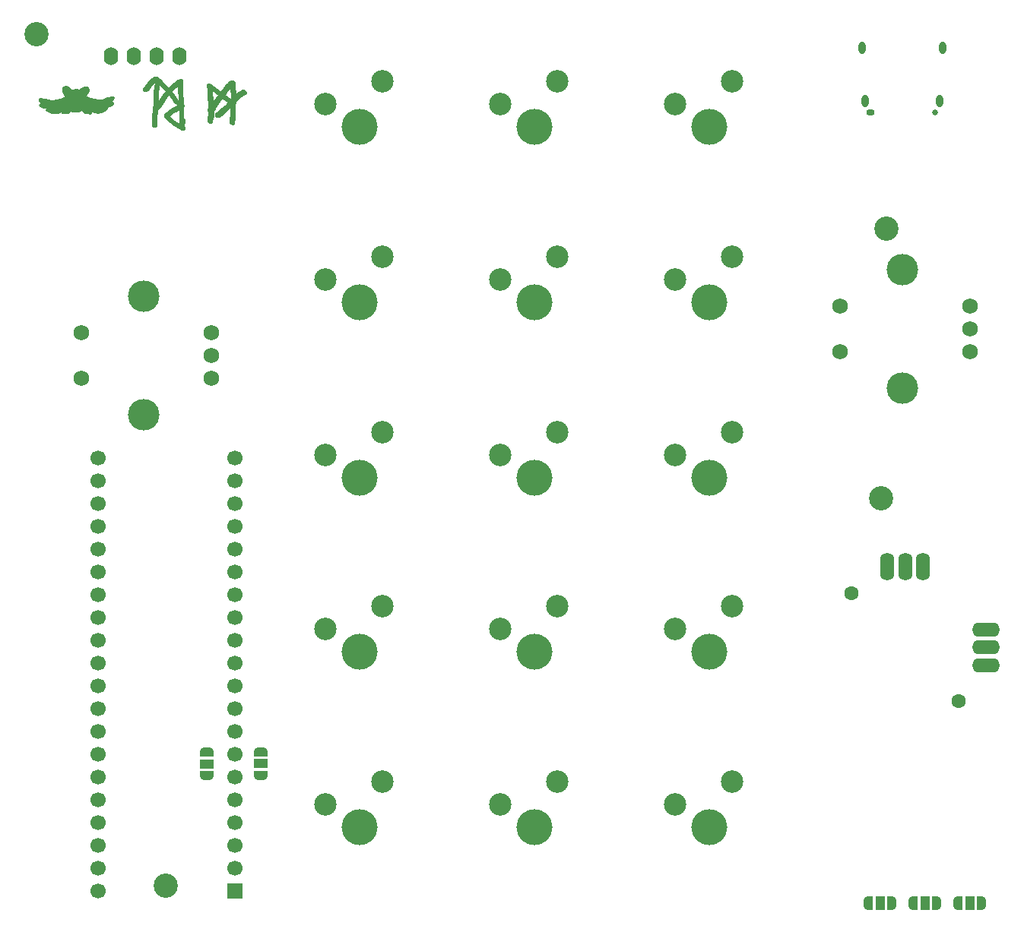
<source format=gbs>
%TF.GenerationSoftware,KiCad,Pcbnew,(6.0.4)*%
%TF.CreationDate,2022-04-24T15:44:46-04:00*%
%TF.ProjectId,keeb,6b656562-2e6b-4696-9361-645f70636258,rev?*%
%TF.SameCoordinates,Original*%
%TF.FileFunction,Soldermask,Bot*%
%TF.FilePolarity,Negative*%
%FSLAX46Y46*%
G04 Gerber Fmt 4.6, Leading zero omitted, Abs format (unit mm)*
G04 Created by KiCad (PCBNEW (6.0.4)) date 2022-04-24 15:44:46*
%MOMM*%
%LPD*%
G01*
G04 APERTURE LIST*
G04 Aperture macros list*
%AMFreePoly0*
4,1,22,0.550000,-0.750000,0.000000,-0.750000,0.000000,-0.745033,-0.079941,-0.743568,-0.215256,-0.701293,-0.333266,-0.622738,-0.424486,-0.514219,-0.481581,-0.384460,-0.499164,-0.250000,-0.500000,-0.250000,-0.500000,0.250000,-0.499164,0.250000,-0.499963,0.256109,-0.478152,0.396186,-0.417904,0.524511,-0.324060,0.630769,-0.204165,0.706417,-0.067858,0.745374,0.000000,0.744959,0.000000,0.750000,
0.550000,0.750000,0.550000,-0.750000,0.550000,-0.750000,$1*%
%AMFreePoly1*
4,1,20,0.000000,0.744959,0.073905,0.744508,0.209726,0.703889,0.328688,0.626782,0.421226,0.519385,0.479903,0.390333,0.500000,0.250000,0.500000,-0.250000,0.499851,-0.262216,0.476331,-0.402017,0.414519,-0.529596,0.319384,-0.634700,0.198574,-0.708877,0.061801,-0.746166,0.000000,-0.745033,0.000000,-0.750000,-0.550000,-0.750000,-0.550000,0.750000,0.000000,0.750000,0.000000,0.744959,
0.000000,0.744959,$1*%
G04 Aperture macros list end*
%ADD10C,0.400000*%
%ADD11C,0.200000*%
%ADD12C,4.000000*%
%ADD13C,2.500000*%
%ADD14C,1.727200*%
%ADD15C,3.505200*%
%ADD16O,1.600000X2.000000*%
%ADD17C,2.700000*%
%ADD18R,1.700000X1.700000*%
%ADD19C,1.700000*%
%ADD20C,1.600000*%
%ADD21O,1.601600X3.101600*%
%ADD22O,3.101600X1.601600*%
%ADD23C,0.650000*%
%ADD24O,0.950000X0.650000*%
%ADD25O,0.800000X1.400000*%
%ADD26FreePoly0,0.000000*%
%ADD27R,1.000000X1.500000*%
%ADD28FreePoly1,0.000000*%
%ADD29FreePoly0,270.000000*%
%ADD30R,1.500000X1.000000*%
%ADD31FreePoly1,270.000000*%
%ADD32FreePoly0,180.000000*%
%ADD33FreePoly1,180.000000*%
G04 APERTURE END LIST*
%TO.C,BML*%
G36*
X109097154Y-63328583D02*
G01*
X109097775Y-63328615D01*
X109098364Y-63328678D01*
X109098418Y-63328687D01*
X109097320Y-63330336D01*
X109095924Y-63329683D01*
X109094544Y-63328992D01*
X109094178Y-63328798D01*
X109094427Y-63328755D01*
X109095136Y-63328668D01*
X109095830Y-63328611D01*
X109096504Y-63328582D01*
X109097154Y-63328583D01*
G37*
D10*
X109097154Y-63328583D02*
X109097775Y-63328615D01*
X109098364Y-63328678D01*
X109098418Y-63328687D01*
X109097320Y-63330336D01*
X109095924Y-63329683D01*
X109094544Y-63328992D01*
X109094178Y-63328798D01*
X109094427Y-63328755D01*
X109095136Y-63328668D01*
X109095830Y-63328611D01*
X109096504Y-63328582D01*
X109097154Y-63328583D01*
G36*
X106206192Y-65578578D02*
G01*
X106208192Y-65590943D01*
X106209289Y-65595955D01*
X106209817Y-65598427D01*
X106210292Y-65600893D01*
X106210683Y-65603365D01*
X106210838Y-65604608D01*
X106210961Y-65605857D01*
X106211048Y-65607114D01*
X106211095Y-65608380D01*
X106211099Y-65609658D01*
X106211055Y-65610949D01*
X106211630Y-65612584D01*
X106212009Y-65614047D01*
X106212193Y-65615335D01*
X106212185Y-65616444D01*
X106212110Y-65616931D01*
X106211988Y-65617372D01*
X106211819Y-65617767D01*
X106211604Y-65618116D01*
X106211343Y-65618418D01*
X106211035Y-65618674D01*
X106210682Y-65618881D01*
X106210284Y-65619041D01*
X106209840Y-65619153D01*
X106209352Y-65619217D01*
X106208243Y-65619197D01*
X106206959Y-65618979D01*
X106205501Y-65618561D01*
X106203873Y-65617939D01*
X106202076Y-65617110D01*
X106200113Y-65616072D01*
X106197987Y-65614821D01*
X106195699Y-65613356D01*
X106193252Y-65611673D01*
X106190649Y-65609770D01*
X106187892Y-65607643D01*
X106184982Y-65605289D01*
X106181923Y-65602707D01*
X106178717Y-65599893D01*
X106175366Y-65596844D01*
X106171872Y-65593557D01*
X106168238Y-65590030D01*
X106164466Y-65586260D01*
X106160559Y-65582244D01*
X106156518Y-65577980D01*
X106152347Y-65573463D01*
X106148047Y-65568692D01*
X106145449Y-65565741D01*
X106141312Y-65567957D01*
X106132748Y-65571773D01*
X106123864Y-65574961D01*
X106114843Y-65577398D01*
X106110338Y-65578297D01*
X106105868Y-65578962D01*
X106101455Y-65579378D01*
X106097121Y-65579529D01*
X106092891Y-65579399D01*
X106088787Y-65578974D01*
X106084831Y-65578238D01*
X106081047Y-65577176D01*
X106077457Y-65575772D01*
X106074085Y-65574010D01*
X106070953Y-65571876D01*
X106068083Y-65569354D01*
X106065500Y-65566428D01*
X106063226Y-65563083D01*
X106062597Y-65561860D01*
X106142836Y-65561860D01*
X106142875Y-65562291D01*
X106143016Y-65562735D01*
X106143262Y-65563192D01*
X106143621Y-65563664D01*
X106145449Y-65565741D01*
X106149373Y-65563638D01*
X106156747Y-65558939D01*
X106163253Y-65553982D01*
X106160339Y-65552139D01*
X106159788Y-65552496D01*
X106159184Y-65552846D01*
X106157838Y-65553528D01*
X106156346Y-65554192D01*
X106154751Y-65554843D01*
X106151429Y-65556128D01*
X106149790Y-65556773D01*
X106148225Y-65557427D01*
X106146777Y-65558097D01*
X106145490Y-65558786D01*
X106144921Y-65559141D01*
X106144408Y-65559502D01*
X106143958Y-65559871D01*
X106143576Y-65560249D01*
X106143267Y-65560636D01*
X106143037Y-65561033D01*
X106142892Y-65561441D01*
X106142836Y-65561860D01*
X106062597Y-65561860D01*
X106061283Y-65559304D01*
X106059694Y-65555075D01*
X106058484Y-65550381D01*
X106057673Y-65545206D01*
X106057285Y-65539535D01*
X106057344Y-65533352D01*
X106057027Y-65532250D01*
X106056735Y-65531142D01*
X106056220Y-65528913D01*
X106055782Y-65526667D01*
X106055407Y-65524408D01*
X106055076Y-65522140D01*
X106054774Y-65519866D01*
X106054193Y-65515314D01*
X106051159Y-65490407D01*
X106048462Y-65465461D01*
X106046122Y-65440478D01*
X106044157Y-65415463D01*
X106039474Y-65340932D01*
X106036649Y-65303704D01*
X106034893Y-65285122D01*
X106032825Y-65266569D01*
X106031135Y-65254360D01*
X106029377Y-65242143D01*
X106028573Y-65236028D01*
X106027874Y-65229906D01*
X106027319Y-65223776D01*
X106026948Y-65217636D01*
X106026994Y-65164086D01*
X106025676Y-64972727D01*
X106025885Y-64910543D01*
X106026749Y-64848369D01*
X106029396Y-64724030D01*
X106030326Y-64655712D01*
X106030962Y-64621538D01*
X106031999Y-64587384D01*
X106033651Y-64553270D01*
X106036134Y-64519219D01*
X106039663Y-64485252D01*
X106044452Y-64451391D01*
X106051080Y-64412569D01*
X106058165Y-64373821D01*
X106065797Y-64335180D01*
X106074064Y-64296677D01*
X106083055Y-64258343D01*
X106092858Y-64220209D01*
X106103562Y-64182307D01*
X106115257Y-64144669D01*
X106130452Y-64096777D01*
X106137802Y-64072695D01*
X106144718Y-64048491D01*
X106151002Y-64024141D01*
X106156454Y-63999621D01*
X106158804Y-63987290D01*
X106160872Y-63974908D01*
X106162631Y-63962471D01*
X106164056Y-63949976D01*
X106164158Y-63929840D01*
X106163600Y-63909730D01*
X106162508Y-63889642D01*
X106161007Y-63869572D01*
X106153411Y-63789395D01*
X106151487Y-63766378D01*
X106149909Y-63743343D01*
X106148708Y-63720294D01*
X106147917Y-63697232D01*
X106147567Y-63674160D01*
X106147662Y-63656087D01*
X106153990Y-63659910D01*
X106163018Y-63663887D01*
X106173993Y-63667433D01*
X106187028Y-63670488D01*
X106202238Y-63672993D01*
X106219737Y-63674888D01*
X106239640Y-63676114D01*
X106262061Y-63676611D01*
X106281460Y-63676385D01*
X106292637Y-63680093D01*
X106294831Y-63680604D01*
X106300737Y-63683680D01*
X106300742Y-63683680D01*
X106300743Y-63683679D01*
X106300745Y-63683679D01*
X106300746Y-63683678D01*
X106299173Y-63706365D01*
X106298409Y-63729057D01*
X106298353Y-63751746D01*
X106298909Y-63774431D01*
X106299976Y-63797105D01*
X106301455Y-63819764D01*
X106305255Y-63865019D01*
X106312936Y-63946338D01*
X106314517Y-63966685D01*
X106315615Y-63987050D01*
X106316056Y-64007438D01*
X106315977Y-64017643D01*
X106315668Y-64027855D01*
X106313819Y-64040542D01*
X106311671Y-64053170D01*
X106306564Y-64078265D01*
X106300531Y-64103167D01*
X106293756Y-64127905D01*
X106286424Y-64152504D01*
X106278720Y-64176993D01*
X106262929Y-64225748D01*
X106250969Y-64262986D01*
X106240107Y-64300517D01*
X106230250Y-64338307D01*
X106221303Y-64376322D01*
X106213174Y-64414526D01*
X106205767Y-64452887D01*
X106198989Y-64491371D01*
X106192747Y-64529942D01*
X106188323Y-64563600D01*
X106185101Y-64597350D01*
X106182874Y-64631172D01*
X106181431Y-64665049D01*
X106180565Y-64698961D01*
X106180066Y-64732888D01*
X106179334Y-64800715D01*
X106176763Y-64924971D01*
X106176035Y-64987103D01*
X106176078Y-65049246D01*
X106177244Y-65145214D01*
X106178787Y-65241177D01*
X106180305Y-65295574D01*
X106181268Y-65301395D01*
X106182124Y-65307232D01*
X106182891Y-65313082D01*
X106183591Y-65318942D01*
X106186113Y-65342409D01*
X106187678Y-65361021D01*
X106189041Y-65379648D01*
X106191379Y-65416929D01*
X106193566Y-65454224D01*
X106196041Y-65491501D01*
X106198324Y-65516449D01*
X106201073Y-65541352D01*
X106202639Y-65553780D01*
X106202667Y-65553982D01*
X106204343Y-65566190D01*
X106206192Y-65578578D01*
G37*
X106206192Y-65578578D02*
X106208192Y-65590943D01*
X106209289Y-65595955D01*
X106209817Y-65598427D01*
X106210292Y-65600893D01*
X106210683Y-65603365D01*
X106210838Y-65604608D01*
X106210961Y-65605857D01*
X106211048Y-65607114D01*
X106211095Y-65608380D01*
X106211099Y-65609658D01*
X106211055Y-65610949D01*
X106211630Y-65612584D01*
X106212009Y-65614047D01*
X106212193Y-65615335D01*
X106212185Y-65616444D01*
X106212110Y-65616931D01*
X106211988Y-65617372D01*
X106211819Y-65617767D01*
X106211604Y-65618116D01*
X106211343Y-65618418D01*
X106211035Y-65618674D01*
X106210682Y-65618881D01*
X106210284Y-65619041D01*
X106209840Y-65619153D01*
X106209352Y-65619217D01*
X106208243Y-65619197D01*
X106206959Y-65618979D01*
X106205501Y-65618561D01*
X106203873Y-65617939D01*
X106202076Y-65617110D01*
X106200113Y-65616072D01*
X106197987Y-65614821D01*
X106195699Y-65613356D01*
X106193252Y-65611673D01*
X106190649Y-65609770D01*
X106187892Y-65607643D01*
X106184982Y-65605289D01*
X106181923Y-65602707D01*
X106178717Y-65599893D01*
X106175366Y-65596844D01*
X106171872Y-65593557D01*
X106168238Y-65590030D01*
X106164466Y-65586260D01*
X106160559Y-65582244D01*
X106156518Y-65577980D01*
X106152347Y-65573463D01*
X106148047Y-65568692D01*
X106145449Y-65565741D01*
X106141312Y-65567957D01*
X106132748Y-65571773D01*
X106123864Y-65574961D01*
X106114843Y-65577398D01*
X106110338Y-65578297D01*
X106105868Y-65578962D01*
X106101455Y-65579378D01*
X106097121Y-65579529D01*
X106092891Y-65579399D01*
X106088787Y-65578974D01*
X106084831Y-65578238D01*
X106081047Y-65577176D01*
X106077457Y-65575772D01*
X106074085Y-65574010D01*
X106070953Y-65571876D01*
X106068083Y-65569354D01*
X106065500Y-65566428D01*
X106063226Y-65563083D01*
X106062597Y-65561860D01*
X106142836Y-65561860D01*
X106142875Y-65562291D01*
X106143016Y-65562735D01*
X106143262Y-65563192D01*
X106143621Y-65563664D01*
X106145449Y-65565741D01*
X106149373Y-65563638D01*
X106156747Y-65558939D01*
X106163253Y-65553982D01*
X106160339Y-65552139D01*
X106159788Y-65552496D01*
X106159184Y-65552846D01*
X106157838Y-65553528D01*
X106156346Y-65554192D01*
X106154751Y-65554843D01*
X106151429Y-65556128D01*
X106149790Y-65556773D01*
X106148225Y-65557427D01*
X106146777Y-65558097D01*
X106145490Y-65558786D01*
X106144921Y-65559141D01*
X106144408Y-65559502D01*
X106143958Y-65559871D01*
X106143576Y-65560249D01*
X106143267Y-65560636D01*
X106143037Y-65561033D01*
X106142892Y-65561441D01*
X106142836Y-65561860D01*
X106062597Y-65561860D01*
X106061283Y-65559304D01*
X106059694Y-65555075D01*
X106058484Y-65550381D01*
X106057673Y-65545206D01*
X106057285Y-65539535D01*
X106057344Y-65533352D01*
X106057027Y-65532250D01*
X106056735Y-65531142D01*
X106056220Y-65528913D01*
X106055782Y-65526667D01*
X106055407Y-65524408D01*
X106055076Y-65522140D01*
X106054774Y-65519866D01*
X106054193Y-65515314D01*
X106051159Y-65490407D01*
X106048462Y-65465461D01*
X106046122Y-65440478D01*
X106044157Y-65415463D01*
X106039474Y-65340932D01*
X106036649Y-65303704D01*
X106034893Y-65285122D01*
X106032825Y-65266569D01*
X106031135Y-65254360D01*
X106029377Y-65242143D01*
X106028573Y-65236028D01*
X106027874Y-65229906D01*
X106027319Y-65223776D01*
X106026948Y-65217636D01*
X106026994Y-65164086D01*
X106025676Y-64972727D01*
X106025885Y-64910543D01*
X106026749Y-64848369D01*
X106029396Y-64724030D01*
X106030326Y-64655712D01*
X106030962Y-64621538D01*
X106031999Y-64587384D01*
X106033651Y-64553270D01*
X106036134Y-64519219D01*
X106039663Y-64485252D01*
X106044452Y-64451391D01*
X106051080Y-64412569D01*
X106058165Y-64373821D01*
X106065797Y-64335180D01*
X106074064Y-64296677D01*
X106083055Y-64258343D01*
X106092858Y-64220209D01*
X106103562Y-64182307D01*
X106115257Y-64144669D01*
X106130452Y-64096777D01*
X106137802Y-64072695D01*
X106144718Y-64048491D01*
X106151002Y-64024141D01*
X106156454Y-63999621D01*
X106158804Y-63987290D01*
X106160872Y-63974908D01*
X106162631Y-63962471D01*
X106164056Y-63949976D01*
X106164158Y-63929840D01*
X106163600Y-63909730D01*
X106162508Y-63889642D01*
X106161007Y-63869572D01*
X106153411Y-63789395D01*
X106151487Y-63766378D01*
X106149909Y-63743343D01*
X106148708Y-63720294D01*
X106147917Y-63697232D01*
X106147567Y-63674160D01*
X106147662Y-63656087D01*
X106153990Y-63659910D01*
X106163018Y-63663887D01*
X106173993Y-63667433D01*
X106187028Y-63670488D01*
X106202238Y-63672993D01*
X106219737Y-63674888D01*
X106239640Y-63676114D01*
X106262061Y-63676611D01*
X106281460Y-63676385D01*
X106292637Y-63680093D01*
X106294831Y-63680604D01*
X106300737Y-63683680D01*
X106300742Y-63683680D01*
X106300743Y-63683679D01*
X106300745Y-63683679D01*
X106300746Y-63683678D01*
X106299173Y-63706365D01*
X106298409Y-63729057D01*
X106298353Y-63751746D01*
X106298909Y-63774431D01*
X106299976Y-63797105D01*
X106301455Y-63819764D01*
X106305255Y-63865019D01*
X106312936Y-63946338D01*
X106314517Y-63966685D01*
X106315615Y-63987050D01*
X106316056Y-64007438D01*
X106315977Y-64017643D01*
X106315668Y-64027855D01*
X106313819Y-64040542D01*
X106311671Y-64053170D01*
X106306564Y-64078265D01*
X106300531Y-64103167D01*
X106293756Y-64127905D01*
X106286424Y-64152504D01*
X106278720Y-64176993D01*
X106262929Y-64225748D01*
X106250969Y-64262986D01*
X106240107Y-64300517D01*
X106230250Y-64338307D01*
X106221303Y-64376322D01*
X106213174Y-64414526D01*
X106205767Y-64452887D01*
X106198989Y-64491371D01*
X106192747Y-64529942D01*
X106188323Y-64563600D01*
X106185101Y-64597350D01*
X106182874Y-64631172D01*
X106181431Y-64665049D01*
X106180565Y-64698961D01*
X106180066Y-64732888D01*
X106179334Y-64800715D01*
X106176763Y-64924971D01*
X106176035Y-64987103D01*
X106176078Y-65049246D01*
X106177244Y-65145214D01*
X106178787Y-65241177D01*
X106180305Y-65295574D01*
X106181268Y-65301395D01*
X106182124Y-65307232D01*
X106182891Y-65313082D01*
X106183591Y-65318942D01*
X106186113Y-65342409D01*
X106187678Y-65361021D01*
X106189041Y-65379648D01*
X106191379Y-65416929D01*
X106193566Y-65454224D01*
X106196041Y-65491501D01*
X106198324Y-65516449D01*
X106201073Y-65541352D01*
X106202639Y-65553780D01*
X106202667Y-65553982D01*
X106204343Y-65566190D01*
X106206192Y-65578578D01*
G36*
X106148315Y-63627995D02*
G01*
X106147689Y-63651080D01*
X106147662Y-63656087D01*
X106146794Y-63655562D01*
X106141315Y-63650901D01*
X106137438Y-63645988D01*
X106135051Y-63640881D01*
X106134038Y-63635641D01*
X106134285Y-63630327D01*
X106135677Y-63624998D01*
X106138101Y-63619714D01*
X106141441Y-63614535D01*
X106145584Y-63609520D01*
X106149420Y-63606035D01*
X106148315Y-63627995D01*
G37*
X106148315Y-63627995D02*
X106147689Y-63651080D01*
X106147662Y-63656087D01*
X106146794Y-63655562D01*
X106141315Y-63650901D01*
X106137438Y-63645988D01*
X106135051Y-63640881D01*
X106134038Y-63635641D01*
X106134285Y-63630327D01*
X106135677Y-63624998D01*
X106138101Y-63619714D01*
X106141441Y-63614535D01*
X106145584Y-63609520D01*
X106149420Y-63606035D01*
X106148315Y-63627995D01*
G36*
X106410621Y-63648499D02*
G01*
X106402100Y-63653072D01*
X106393478Y-63657453D01*
X106384755Y-63661626D01*
X106375930Y-63665576D01*
X106367004Y-63669287D01*
X106365826Y-63669737D01*
X106366019Y-63669100D01*
X106366200Y-63668347D01*
X106366347Y-63667574D01*
X106366465Y-63666788D01*
X106366558Y-63665993D01*
X106366632Y-63665197D01*
X106366659Y-63664793D01*
X106366706Y-63664770D01*
X106367213Y-63664476D01*
X106367753Y-63664130D01*
X106368306Y-63663750D01*
X106369377Y-63662960D01*
X106369901Y-63662543D01*
X106375289Y-63665495D01*
X106377785Y-63659943D01*
X106379102Y-63654205D01*
X106379210Y-63651158D01*
X106379300Y-63650977D01*
X106383981Y-63641335D01*
X106380568Y-63645510D01*
X106379096Y-63646765D01*
X106379311Y-63648320D01*
X106379210Y-63651158D01*
X106377910Y-63653763D01*
X106377858Y-63653856D01*
X106377547Y-63654377D01*
X106377098Y-63655084D01*
X106376636Y-63655768D01*
X106376160Y-63656430D01*
X106375668Y-63657073D01*
X106375159Y-63657698D01*
X106374631Y-63658307D01*
X106374082Y-63658901D01*
X106373511Y-63659481D01*
X106372917Y-63660051D01*
X106372297Y-63660611D01*
X106371650Y-63661163D01*
X106370975Y-63661708D01*
X106370269Y-63662249D01*
X106369901Y-63662543D01*
X106365289Y-63660016D01*
X106365836Y-63659113D01*
X106366864Y-63657227D01*
X106369270Y-63652631D01*
X106369316Y-63652544D01*
X106372221Y-63651441D01*
X106375469Y-63649545D01*
X106375576Y-63649595D01*
X106375706Y-63649644D01*
X106375805Y-63649654D01*
X106375875Y-63649629D01*
X106375916Y-63649571D01*
X106375931Y-63649484D01*
X106375920Y-63649368D01*
X106375902Y-63649292D01*
X106376634Y-63648865D01*
X106379096Y-63646765D01*
X106378483Y-63642323D01*
X106376689Y-63636252D01*
X106374001Y-63630143D01*
X106370489Y-63624034D01*
X106366889Y-63618906D01*
X106365010Y-63613198D01*
X106363079Y-63607408D01*
X106361305Y-63601731D01*
X106357674Y-63589051D01*
X106354182Y-63576334D01*
X106347556Y-63550804D01*
X106341315Y-63525175D01*
X106337643Y-63509365D01*
X106342557Y-63505491D01*
X106354905Y-63495188D01*
X106366969Y-63484560D01*
X106378759Y-63473621D01*
X106390282Y-63462386D01*
X106401547Y-63450871D01*
X106412560Y-63439091D01*
X106423330Y-63427060D01*
X106433866Y-63414795D01*
X106444174Y-63402310D01*
X106454263Y-63389621D01*
X106464141Y-63376742D01*
X106506249Y-63317854D01*
X106547073Y-63258116D01*
X106586981Y-63197770D01*
X106626343Y-63137058D01*
X106704897Y-63015501D01*
X106744826Y-62955140D01*
X106785680Y-62895380D01*
X106974221Y-62634741D01*
X107067382Y-62503635D01*
X107113292Y-62437604D01*
X107158605Y-62371147D01*
X107205565Y-62306874D01*
X107253459Y-62243382D01*
X107302311Y-62180687D01*
X107352146Y-62118800D01*
X107402991Y-62057737D01*
X107454869Y-61997510D01*
X107507807Y-61938133D01*
X107561828Y-61879620D01*
X107612669Y-61819183D01*
X107618866Y-61811643D01*
X107633767Y-61830048D01*
X107666194Y-61869042D01*
X107700699Y-61908168D01*
X107725098Y-61935357D01*
X107701425Y-61963633D01*
X107647656Y-62022163D01*
X107594843Y-62081447D01*
X107542991Y-62141497D01*
X107492100Y-62202324D01*
X107442174Y-62263938D01*
X107393214Y-62326351D01*
X107345224Y-62389575D01*
X107298206Y-62453619D01*
X107207049Y-62586133D01*
X107114104Y-62717371D01*
X106925991Y-62978277D01*
X106606592Y-63460936D01*
X106596749Y-63474244D01*
X106586687Y-63487360D01*
X106576399Y-63500272D01*
X106565878Y-63512967D01*
X106555118Y-63525432D01*
X106544111Y-63537655D01*
X106532852Y-63549622D01*
X106521333Y-63561322D01*
X106509548Y-63572741D01*
X106497490Y-63583867D01*
X106485153Y-63594687D01*
X106472530Y-63605188D01*
X106459613Y-63615358D01*
X106446397Y-63625184D01*
X106432875Y-63634652D01*
X106422715Y-63641335D01*
X106419040Y-63643751D01*
X106410621Y-63648499D01*
G37*
X106410621Y-63648499D02*
X106402100Y-63653072D01*
X106393478Y-63657453D01*
X106384755Y-63661626D01*
X106375930Y-63665576D01*
X106367004Y-63669287D01*
X106365826Y-63669737D01*
X106366019Y-63669100D01*
X106366200Y-63668347D01*
X106366347Y-63667574D01*
X106366465Y-63666788D01*
X106366558Y-63665993D01*
X106366632Y-63665197D01*
X106366659Y-63664793D01*
X106366706Y-63664770D01*
X106367213Y-63664476D01*
X106367753Y-63664130D01*
X106368306Y-63663750D01*
X106369377Y-63662960D01*
X106369901Y-63662543D01*
X106375289Y-63665495D01*
X106377785Y-63659943D01*
X106379102Y-63654205D01*
X106379210Y-63651158D01*
X106379300Y-63650977D01*
X106383981Y-63641335D01*
X106380568Y-63645510D01*
X106379096Y-63646765D01*
X106379311Y-63648320D01*
X106379210Y-63651158D01*
X106377910Y-63653763D01*
X106377858Y-63653856D01*
X106377547Y-63654377D01*
X106377098Y-63655084D01*
X106376636Y-63655768D01*
X106376160Y-63656430D01*
X106375668Y-63657073D01*
X106375159Y-63657698D01*
X106374631Y-63658307D01*
X106374082Y-63658901D01*
X106373511Y-63659481D01*
X106372917Y-63660051D01*
X106372297Y-63660611D01*
X106371650Y-63661163D01*
X106370975Y-63661708D01*
X106370269Y-63662249D01*
X106369901Y-63662543D01*
X106365289Y-63660016D01*
X106365836Y-63659113D01*
X106366864Y-63657227D01*
X106369270Y-63652631D01*
X106369316Y-63652544D01*
X106372221Y-63651441D01*
X106375469Y-63649545D01*
X106375576Y-63649595D01*
X106375706Y-63649644D01*
X106375805Y-63649654D01*
X106375875Y-63649629D01*
X106375916Y-63649571D01*
X106375931Y-63649484D01*
X106375920Y-63649368D01*
X106375902Y-63649292D01*
X106376634Y-63648865D01*
X106379096Y-63646765D01*
X106378483Y-63642323D01*
X106376689Y-63636252D01*
X106374001Y-63630143D01*
X106370489Y-63624034D01*
X106366889Y-63618906D01*
X106365010Y-63613198D01*
X106363079Y-63607408D01*
X106361305Y-63601731D01*
X106357674Y-63589051D01*
X106354182Y-63576334D01*
X106347556Y-63550804D01*
X106341315Y-63525175D01*
X106337643Y-63509365D01*
X106342557Y-63505491D01*
X106354905Y-63495188D01*
X106366969Y-63484560D01*
X106378759Y-63473621D01*
X106390282Y-63462386D01*
X106401547Y-63450871D01*
X106412560Y-63439091D01*
X106423330Y-63427060D01*
X106433866Y-63414795D01*
X106444174Y-63402310D01*
X106454263Y-63389621D01*
X106464141Y-63376742D01*
X106506249Y-63317854D01*
X106547073Y-63258116D01*
X106586981Y-63197770D01*
X106626343Y-63137058D01*
X106704897Y-63015501D01*
X106744826Y-62955140D01*
X106785680Y-62895380D01*
X106974221Y-62634741D01*
X107067382Y-62503635D01*
X107113292Y-62437604D01*
X107158605Y-62371147D01*
X107205565Y-62306874D01*
X107253459Y-62243382D01*
X107302311Y-62180687D01*
X107352146Y-62118800D01*
X107402991Y-62057737D01*
X107454869Y-61997510D01*
X107507807Y-61938133D01*
X107561828Y-61879620D01*
X107612669Y-61819183D01*
X107618866Y-61811643D01*
X107633767Y-61830048D01*
X107666194Y-61869042D01*
X107700699Y-61908168D01*
X107725098Y-61935357D01*
X107701425Y-61963633D01*
X107647656Y-62022163D01*
X107594843Y-62081447D01*
X107542991Y-62141497D01*
X107492100Y-62202324D01*
X107442174Y-62263938D01*
X107393214Y-62326351D01*
X107345224Y-62389575D01*
X107298206Y-62453619D01*
X107207049Y-62586133D01*
X107114104Y-62717371D01*
X106925991Y-62978277D01*
X106606592Y-63460936D01*
X106596749Y-63474244D01*
X106586687Y-63487360D01*
X106576399Y-63500272D01*
X106565878Y-63512967D01*
X106555118Y-63525432D01*
X106544111Y-63537655D01*
X106532852Y-63549622D01*
X106521333Y-63561322D01*
X106509548Y-63572741D01*
X106497490Y-63583867D01*
X106485153Y-63594687D01*
X106472530Y-63605188D01*
X106459613Y-63615358D01*
X106446397Y-63625184D01*
X106432875Y-63634652D01*
X106422715Y-63641335D01*
X106419040Y-63643751D01*
X106410621Y-63648499D01*
G36*
X109235754Y-63379538D02*
G01*
X109241419Y-63383021D01*
X109244242Y-63384794D01*
X109247009Y-63386636D01*
X109248359Y-63387594D01*
X109249682Y-63388582D01*
X109250973Y-63389605D01*
X109252226Y-63390667D01*
X109253437Y-63391772D01*
X109254602Y-63392926D01*
X109255716Y-63394132D01*
X109256774Y-63395395D01*
X109256020Y-63398318D01*
X109255185Y-63400970D01*
X109254736Y-63402196D01*
X109254265Y-63403358D01*
X109253771Y-63404456D01*
X109253254Y-63405490D01*
X109252714Y-63406462D01*
X109252149Y-63407372D01*
X109251746Y-63407952D01*
X109251671Y-63407718D01*
X109251365Y-63406997D01*
X109250981Y-63406274D01*
X109250519Y-63405544D01*
X109249977Y-63404806D01*
X109249356Y-63404058D01*
X109248652Y-63403295D01*
X109247867Y-63402516D01*
X109246999Y-63401718D01*
X109246046Y-63400899D01*
X109245009Y-63400055D01*
X109243886Y-63399185D01*
X109242675Y-63398285D01*
X109241965Y-63397816D01*
X109241218Y-63397481D01*
X109240443Y-63397272D01*
X109239645Y-63397182D01*
X109238829Y-63397204D01*
X109238002Y-63397331D01*
X109237170Y-63397555D01*
X109236339Y-63397869D01*
X109235515Y-63398266D01*
X109234703Y-63398738D01*
X109233911Y-63399279D01*
X109233144Y-63399880D01*
X109232407Y-63400535D01*
X109231708Y-63401236D01*
X109231052Y-63401977D01*
X109230445Y-63402749D01*
X109229893Y-63403546D01*
X109229402Y-63404360D01*
X109228978Y-63405184D01*
X109228628Y-63406011D01*
X109228356Y-63406833D01*
X109228170Y-63407644D01*
X109228076Y-63408435D01*
X109228078Y-63409200D01*
X109228184Y-63409931D01*
X109228400Y-63410622D01*
X109228730Y-63411264D01*
X109229183Y-63411850D01*
X109229762Y-63412374D01*
X109230475Y-63412828D01*
X109231328Y-63413204D01*
X109232326Y-63413496D01*
X109234798Y-63413920D01*
X109237121Y-63414169D01*
X109238229Y-63414225D01*
X109239301Y-63414234D01*
X109240338Y-63414196D01*
X109241341Y-63414110D01*
X109242311Y-63413975D01*
X109243248Y-63413790D01*
X109244153Y-63413554D01*
X109245026Y-63413267D01*
X109245868Y-63412927D01*
X109246680Y-63412534D01*
X109247461Y-63412087D01*
X109248214Y-63411585D01*
X109248938Y-63411027D01*
X109249633Y-63410413D01*
X109250302Y-63409741D01*
X109250943Y-63409011D01*
X109251559Y-63408221D01*
X109251746Y-63407952D01*
X109251901Y-63408438D01*
X109252055Y-63409160D01*
X109252134Y-63409887D01*
X109252140Y-63410621D01*
X109252073Y-63411366D01*
X109251934Y-63412123D01*
X109251724Y-63412895D01*
X109251444Y-63413685D01*
X109251096Y-63414496D01*
X109250679Y-63415330D01*
X109250194Y-63416190D01*
X109249644Y-63417079D01*
X109249029Y-63417998D01*
X109248349Y-63418951D01*
X109246800Y-63420970D01*
X109245005Y-63423155D01*
X109242971Y-63425528D01*
X109240468Y-63426938D01*
X109237869Y-63428024D01*
X109235183Y-63428809D01*
X109232415Y-63429313D01*
X109229573Y-63429560D01*
X109226665Y-63429571D01*
X109223697Y-63429368D01*
X109220677Y-63428973D01*
X109214508Y-63427695D01*
X109208217Y-63425912D01*
X109201860Y-63423799D01*
X109197056Y-63422089D01*
X109196730Y-63406859D01*
X109194652Y-63355275D01*
X109235754Y-63379538D01*
G37*
X109235754Y-63379538D02*
X109241419Y-63383021D01*
X109244242Y-63384794D01*
X109247009Y-63386636D01*
X109248359Y-63387594D01*
X109249682Y-63388582D01*
X109250973Y-63389605D01*
X109252226Y-63390667D01*
X109253437Y-63391772D01*
X109254602Y-63392926D01*
X109255716Y-63394132D01*
X109256774Y-63395395D01*
X109256020Y-63398318D01*
X109255185Y-63400970D01*
X109254736Y-63402196D01*
X109254265Y-63403358D01*
X109253771Y-63404456D01*
X109253254Y-63405490D01*
X109252714Y-63406462D01*
X109252149Y-63407372D01*
X109251746Y-63407952D01*
X109251671Y-63407718D01*
X109251365Y-63406997D01*
X109250981Y-63406274D01*
X109250519Y-63405544D01*
X109249977Y-63404806D01*
X109249356Y-63404058D01*
X109248652Y-63403295D01*
X109247867Y-63402516D01*
X109246999Y-63401718D01*
X109246046Y-63400899D01*
X109245009Y-63400055D01*
X109243886Y-63399185D01*
X109242675Y-63398285D01*
X109241965Y-63397816D01*
X109241218Y-63397481D01*
X109240443Y-63397272D01*
X109239645Y-63397182D01*
X109238829Y-63397204D01*
X109238002Y-63397331D01*
X109237170Y-63397555D01*
X109236339Y-63397869D01*
X109235515Y-63398266D01*
X109234703Y-63398738D01*
X109233911Y-63399279D01*
X109233144Y-63399880D01*
X109232407Y-63400535D01*
X109231708Y-63401236D01*
X109231052Y-63401977D01*
X109230445Y-63402749D01*
X109229893Y-63403546D01*
X109229402Y-63404360D01*
X109228978Y-63405184D01*
X109228628Y-63406011D01*
X109228356Y-63406833D01*
X109228170Y-63407644D01*
X109228076Y-63408435D01*
X109228078Y-63409200D01*
X109228184Y-63409931D01*
X109228400Y-63410622D01*
X109228730Y-63411264D01*
X109229183Y-63411850D01*
X109229762Y-63412374D01*
X109230475Y-63412828D01*
X109231328Y-63413204D01*
X109232326Y-63413496D01*
X109234798Y-63413920D01*
X109237121Y-63414169D01*
X109238229Y-63414225D01*
X109239301Y-63414234D01*
X109240338Y-63414196D01*
X109241341Y-63414110D01*
X109242311Y-63413975D01*
X109243248Y-63413790D01*
X109244153Y-63413554D01*
X109245026Y-63413267D01*
X109245868Y-63412927D01*
X109246680Y-63412534D01*
X109247461Y-63412087D01*
X109248214Y-63411585D01*
X109248938Y-63411027D01*
X109249633Y-63410413D01*
X109250302Y-63409741D01*
X109250943Y-63409011D01*
X109251559Y-63408221D01*
X109251746Y-63407952D01*
X109251901Y-63408438D01*
X109252055Y-63409160D01*
X109252134Y-63409887D01*
X109252140Y-63410621D01*
X109252073Y-63411366D01*
X109251934Y-63412123D01*
X109251724Y-63412895D01*
X109251444Y-63413685D01*
X109251096Y-63414496D01*
X109250679Y-63415330D01*
X109250194Y-63416190D01*
X109249644Y-63417079D01*
X109249029Y-63417998D01*
X109248349Y-63418951D01*
X109246800Y-63420970D01*
X109245005Y-63423155D01*
X109242971Y-63425528D01*
X109240468Y-63426938D01*
X109237869Y-63428024D01*
X109235183Y-63428809D01*
X109232415Y-63429313D01*
X109229573Y-63429560D01*
X109226665Y-63429571D01*
X109223697Y-63429368D01*
X109220677Y-63428973D01*
X109214508Y-63427695D01*
X109208217Y-63425912D01*
X109201860Y-63423799D01*
X109197056Y-63422089D01*
X109196730Y-63406859D01*
X109194652Y-63355275D01*
X109235754Y-63379538D01*
G36*
X106365289Y-63660016D02*
G01*
X106365081Y-63660359D01*
X106364842Y-63660655D01*
X106364764Y-63660707D01*
X106364716Y-63660689D01*
X106364699Y-63660597D01*
X106364715Y-63660426D01*
X106364856Y-63659830D01*
X106364870Y-63659786D01*
X106365289Y-63660016D01*
G37*
X106365289Y-63660016D02*
X106365081Y-63660359D01*
X106364842Y-63660655D01*
X106364764Y-63660707D01*
X106364716Y-63660689D01*
X106364699Y-63660597D01*
X106364715Y-63660426D01*
X106364856Y-63659830D01*
X106364870Y-63659786D01*
X106365289Y-63660016D01*
G36*
X106286615Y-63676326D02*
G01*
X106281460Y-63676385D01*
X106274136Y-63673956D01*
X106255652Y-63666247D01*
X106237814Y-63657361D01*
X106221252Y-63647695D01*
X106206594Y-63637643D01*
X106196864Y-63629585D01*
X106286615Y-63676326D01*
G37*
X106286615Y-63676326D02*
X106281460Y-63676385D01*
X106274136Y-63673956D01*
X106255652Y-63666247D01*
X106237814Y-63657361D01*
X106221252Y-63647695D01*
X106206594Y-63637643D01*
X106196864Y-63629585D01*
X106286615Y-63676326D01*
G36*
X105145221Y-61635454D02*
G01*
X105144773Y-61635992D01*
X105144282Y-61636628D01*
X105143229Y-61638067D01*
X105142173Y-61639528D01*
X105141681Y-61640190D01*
X105141230Y-61640764D01*
X105140836Y-61641220D01*
X105140665Y-61641395D01*
X105140513Y-61641528D01*
X105140382Y-61641617D01*
X105140274Y-61641656D01*
X105140191Y-61641644D01*
X105140135Y-61641575D01*
X105140107Y-61641446D01*
X105140109Y-61641253D01*
X105140142Y-61640991D01*
X105140210Y-61640659D01*
X105140453Y-61639762D01*
X105140851Y-61638533D01*
X105142165Y-61635579D01*
X105142864Y-61634051D01*
X105145221Y-61635454D01*
G37*
X105145221Y-61635454D02*
X105144773Y-61635992D01*
X105144282Y-61636628D01*
X105143229Y-61638067D01*
X105142173Y-61639528D01*
X105141681Y-61640190D01*
X105141230Y-61640764D01*
X105140836Y-61641220D01*
X105140665Y-61641395D01*
X105140513Y-61641528D01*
X105140382Y-61641617D01*
X105140274Y-61641656D01*
X105140191Y-61641644D01*
X105140135Y-61641575D01*
X105140107Y-61641446D01*
X105140109Y-61641253D01*
X105140142Y-61640991D01*
X105140210Y-61640659D01*
X105140453Y-61639762D01*
X105140851Y-61638533D01*
X105142165Y-61635579D01*
X105142864Y-61634051D01*
X105145221Y-61635454D01*
G36*
X108898480Y-60674280D02*
G01*
X108899064Y-60674319D01*
X108899649Y-60674388D01*
X108900236Y-60674488D01*
X108900826Y-60674620D01*
X108901420Y-60674786D01*
X108902016Y-60674987D01*
X108902617Y-60675224D01*
X108903221Y-60675499D01*
X108903830Y-60675813D01*
X108904444Y-60676168D01*
X108905063Y-60676565D01*
X108909190Y-60678731D01*
X108914148Y-60679950D01*
X108918563Y-60680235D01*
X108917461Y-60683039D01*
X108917118Y-60690825D01*
X108916993Y-60698616D01*
X108917053Y-60706411D01*
X108917262Y-60714206D01*
X108917991Y-60729789D01*
X108918907Y-60745342D01*
X108920993Y-60767347D01*
X108923461Y-60789305D01*
X108927713Y-60822499D01*
X108917631Y-60828281D01*
X108894098Y-60842467D01*
X108870864Y-60857116D01*
X108847906Y-60872188D01*
X108825202Y-60887645D01*
X108802731Y-60903446D01*
X108780470Y-60919554D01*
X108758396Y-60935929D01*
X108725403Y-60963033D01*
X108693007Y-60990823D01*
X108661060Y-61019128D01*
X108629413Y-61047780D01*
X108566428Y-61105448D01*
X108534793Y-61134125D01*
X108502866Y-61162472D01*
X108453703Y-61202713D01*
X108404146Y-61242402D01*
X108304705Y-61321247D01*
X108255248Y-61360968D01*
X108206253Y-61401265D01*
X108157932Y-61442420D01*
X108110500Y-61484715D01*
X108082988Y-61512924D01*
X108055970Y-61541571D01*
X108003213Y-61600000D01*
X107951827Y-61659645D01*
X107901412Y-61720150D01*
X107801886Y-61842312D01*
X107772726Y-61877918D01*
X107754616Y-61855768D01*
X107691496Y-61776209D01*
X107670323Y-61748958D01*
X107762677Y-61635678D01*
X107813150Y-61574925D01*
X107864511Y-61514955D01*
X107917153Y-61456112D01*
X107971467Y-61398739D01*
X108018584Y-61356192D01*
X108066585Y-61314770D01*
X108115264Y-61274201D01*
X108164415Y-61234215D01*
X108263303Y-61154901D01*
X108312627Y-61115032D01*
X108361595Y-61074660D01*
X108393468Y-61046132D01*
X108425049Y-61017280D01*
X108487880Y-60959221D01*
X108519408Y-60930322D01*
X108551193Y-60901715D01*
X108583375Y-60873554D01*
X108616090Y-60845993D01*
X108638186Y-60829361D01*
X108660442Y-60812954D01*
X108682888Y-60796818D01*
X108705552Y-60781002D01*
X108728466Y-60765555D01*
X108751659Y-60750524D01*
X108775161Y-60735957D01*
X108799001Y-60721903D01*
X108820161Y-60709694D01*
X108830820Y-60703713D01*
X108841569Y-60697907D01*
X108852439Y-60692346D01*
X108863458Y-60687098D01*
X108869033Y-60684613D01*
X108874656Y-60682232D01*
X108880331Y-60679965D01*
X108886062Y-60677819D01*
X108888525Y-60676785D01*
X108890918Y-60675824D01*
X108892095Y-60675399D01*
X108893263Y-60675026D01*
X108894424Y-60674715D01*
X108895582Y-60674478D01*
X108896739Y-60674325D01*
X108897319Y-60674284D01*
X108897899Y-60674269D01*
X108898480Y-60674280D01*
G37*
X108898480Y-60674280D02*
X108899064Y-60674319D01*
X108899649Y-60674388D01*
X108900236Y-60674488D01*
X108900826Y-60674620D01*
X108901420Y-60674786D01*
X108902016Y-60674987D01*
X108902617Y-60675224D01*
X108903221Y-60675499D01*
X108903830Y-60675813D01*
X108904444Y-60676168D01*
X108905063Y-60676565D01*
X108909190Y-60678731D01*
X108914148Y-60679950D01*
X108918563Y-60680235D01*
X108917461Y-60683039D01*
X108917118Y-60690825D01*
X108916993Y-60698616D01*
X108917053Y-60706411D01*
X108917262Y-60714206D01*
X108917991Y-60729789D01*
X108918907Y-60745342D01*
X108920993Y-60767347D01*
X108923461Y-60789305D01*
X108927713Y-60822499D01*
X108917631Y-60828281D01*
X108894098Y-60842467D01*
X108870864Y-60857116D01*
X108847906Y-60872188D01*
X108825202Y-60887645D01*
X108802731Y-60903446D01*
X108780470Y-60919554D01*
X108758396Y-60935929D01*
X108725403Y-60963033D01*
X108693007Y-60990823D01*
X108661060Y-61019128D01*
X108629413Y-61047780D01*
X108566428Y-61105448D01*
X108534793Y-61134125D01*
X108502866Y-61162472D01*
X108453703Y-61202713D01*
X108404146Y-61242402D01*
X108304705Y-61321247D01*
X108255248Y-61360968D01*
X108206253Y-61401265D01*
X108157932Y-61442420D01*
X108110500Y-61484715D01*
X108082988Y-61512924D01*
X108055970Y-61541571D01*
X108003213Y-61600000D01*
X107951827Y-61659645D01*
X107901412Y-61720150D01*
X107801886Y-61842312D01*
X107772726Y-61877918D01*
X107754616Y-61855768D01*
X107691496Y-61776209D01*
X107670323Y-61748958D01*
X107762677Y-61635678D01*
X107813150Y-61574925D01*
X107864511Y-61514955D01*
X107917153Y-61456112D01*
X107971467Y-61398739D01*
X108018584Y-61356192D01*
X108066585Y-61314770D01*
X108115264Y-61274201D01*
X108164415Y-61234215D01*
X108263303Y-61154901D01*
X108312627Y-61115032D01*
X108361595Y-61074660D01*
X108393468Y-61046132D01*
X108425049Y-61017280D01*
X108487880Y-60959221D01*
X108519408Y-60930322D01*
X108551193Y-60901715D01*
X108583375Y-60873554D01*
X108616090Y-60845993D01*
X108638186Y-60829361D01*
X108660442Y-60812954D01*
X108682888Y-60796818D01*
X108705552Y-60781002D01*
X108728466Y-60765555D01*
X108751659Y-60750524D01*
X108775161Y-60735957D01*
X108799001Y-60721903D01*
X108820161Y-60709694D01*
X108830820Y-60703713D01*
X108841569Y-60697907D01*
X108852439Y-60692346D01*
X108863458Y-60687098D01*
X108869033Y-60684613D01*
X108874656Y-60682232D01*
X108880331Y-60679965D01*
X108886062Y-60677819D01*
X108888525Y-60676785D01*
X108890918Y-60675824D01*
X108892095Y-60675399D01*
X108893263Y-60675026D01*
X108894424Y-60674715D01*
X108895582Y-60674478D01*
X108896739Y-60674325D01*
X108897319Y-60674284D01*
X108897899Y-60674269D01*
X108898480Y-60674280D01*
G36*
X106372833Y-63645416D02*
G01*
X106372990Y-63645482D01*
X106373156Y-63645578D01*
X106373331Y-63645700D01*
X106373511Y-63645845D01*
X106373695Y-63646012D01*
X106374071Y-63646399D01*
X106374445Y-63646839D01*
X106374804Y-63647309D01*
X106375136Y-63647788D01*
X106375426Y-63648256D01*
X106375662Y-63648689D01*
X106375831Y-63649067D01*
X106375887Y-63649229D01*
X106375902Y-63649292D01*
X106375469Y-63649545D01*
X106371465Y-63647653D01*
X106371535Y-63646886D01*
X106372245Y-63645619D01*
X106372331Y-63645498D01*
X106372434Y-63645420D01*
X106372554Y-63645382D01*
X106372687Y-63645382D01*
X106372833Y-63645416D01*
G37*
X106372833Y-63645416D02*
X106372990Y-63645482D01*
X106373156Y-63645578D01*
X106373331Y-63645700D01*
X106373511Y-63645845D01*
X106373695Y-63646012D01*
X106374071Y-63646399D01*
X106374445Y-63646839D01*
X106374804Y-63647309D01*
X106375136Y-63647788D01*
X106375426Y-63648256D01*
X106375662Y-63648689D01*
X106375831Y-63649067D01*
X106375887Y-63649229D01*
X106375902Y-63649292D01*
X106375469Y-63649545D01*
X106371465Y-63647653D01*
X106371535Y-63646886D01*
X106372245Y-63645619D01*
X106372331Y-63645498D01*
X106372434Y-63645420D01*
X106372554Y-63645382D01*
X106372687Y-63645382D01*
X106372833Y-63645416D01*
G36*
X106365799Y-63669828D02*
G01*
X106365534Y-63670524D01*
X106365219Y-63671183D01*
X106365041Y-63671497D01*
X106364849Y-63671799D01*
X106364642Y-63672089D01*
X106364420Y-63672365D01*
X106364181Y-63672628D01*
X106363925Y-63672876D01*
X106363652Y-63673110D01*
X106363361Y-63673327D01*
X106359220Y-63677629D01*
X106354218Y-63680993D01*
X106348433Y-63683469D01*
X106341945Y-63685107D01*
X106334831Y-63685955D01*
X106327171Y-63686064D01*
X106319042Y-63685483D01*
X106310525Y-63684261D01*
X106294831Y-63680604D01*
X106286615Y-63676326D01*
X106287115Y-63676320D01*
X106314915Y-63675181D01*
X106345577Y-63673134D01*
X106345123Y-63673845D01*
X106344751Y-63674478D01*
X106344461Y-63675034D01*
X106344347Y-63675284D01*
X106344255Y-63675516D01*
X106344184Y-63675729D01*
X106344134Y-63675924D01*
X106344106Y-63676100D01*
X106344100Y-63676259D01*
X106344116Y-63676400D01*
X106344154Y-63676523D01*
X106344215Y-63676629D01*
X106344298Y-63676718D01*
X106344404Y-63676790D01*
X106344533Y-63676844D01*
X106344685Y-63676882D01*
X106344860Y-63676903D01*
X106345059Y-63676908D01*
X106345281Y-63676897D01*
X106345528Y-63676869D01*
X106345798Y-63676826D01*
X106346411Y-63676692D01*
X106347123Y-63676496D01*
X106347934Y-63676240D01*
X106348846Y-63675925D01*
X106357976Y-63672741D01*
X106365826Y-63669737D01*
X106365799Y-63669828D01*
G37*
X106365799Y-63669828D02*
X106365534Y-63670524D01*
X106365219Y-63671183D01*
X106365041Y-63671497D01*
X106364849Y-63671799D01*
X106364642Y-63672089D01*
X106364420Y-63672365D01*
X106364181Y-63672628D01*
X106363925Y-63672876D01*
X106363652Y-63673110D01*
X106363361Y-63673327D01*
X106359220Y-63677629D01*
X106354218Y-63680993D01*
X106348433Y-63683469D01*
X106341945Y-63685107D01*
X106334831Y-63685955D01*
X106327171Y-63686064D01*
X106319042Y-63685483D01*
X106310525Y-63684261D01*
X106294831Y-63680604D01*
X106286615Y-63676326D01*
X106287115Y-63676320D01*
X106314915Y-63675181D01*
X106345577Y-63673134D01*
X106345123Y-63673845D01*
X106344751Y-63674478D01*
X106344461Y-63675034D01*
X106344347Y-63675284D01*
X106344255Y-63675516D01*
X106344184Y-63675729D01*
X106344134Y-63675924D01*
X106344106Y-63676100D01*
X106344100Y-63676259D01*
X106344116Y-63676400D01*
X106344154Y-63676523D01*
X106344215Y-63676629D01*
X106344298Y-63676718D01*
X106344404Y-63676790D01*
X106344533Y-63676844D01*
X106344685Y-63676882D01*
X106344860Y-63676903D01*
X106345059Y-63676908D01*
X106345281Y-63676897D01*
X106345528Y-63676869D01*
X106345798Y-63676826D01*
X106346411Y-63676692D01*
X106347123Y-63676496D01*
X106347934Y-63676240D01*
X106348846Y-63675925D01*
X106357976Y-63672741D01*
X106365826Y-63669737D01*
X106365799Y-63669828D01*
G36*
X106375953Y-63657685D02*
G01*
X106373849Y-63661740D01*
X106372898Y-63663424D01*
X106372830Y-63663508D01*
X106372827Y-63663466D01*
X106373011Y-63663021D01*
X106374098Y-63660811D01*
X106376068Y-63657077D01*
X106377858Y-63653856D01*
X106377890Y-63653803D01*
X106375953Y-63657685D01*
G37*
X106375953Y-63657685D02*
X106373849Y-63661740D01*
X106372898Y-63663424D01*
X106372830Y-63663508D01*
X106372827Y-63663466D01*
X106373011Y-63663021D01*
X106374098Y-63660811D01*
X106376068Y-63657077D01*
X106377858Y-63653856D01*
X106377890Y-63653803D01*
X106375953Y-63657685D01*
G36*
X106366659Y-63664793D02*
G01*
X106366251Y-63664994D01*
X106366050Y-63665074D01*
X106365869Y-63665130D01*
X106365711Y-63665160D01*
X106365578Y-63665160D01*
X106365473Y-63665130D01*
X106365398Y-63665067D01*
X106365355Y-63664968D01*
X106365348Y-63664831D01*
X106365378Y-63664655D01*
X106365448Y-63664436D01*
X106365560Y-63664173D01*
X106365717Y-63663863D01*
X106365921Y-63663504D01*
X106366174Y-63663094D01*
X106366840Y-63662111D01*
X106366659Y-63664793D01*
G37*
X106366659Y-63664793D02*
X106366251Y-63664994D01*
X106366050Y-63665074D01*
X106365869Y-63665130D01*
X106365711Y-63665160D01*
X106365578Y-63665160D01*
X106365473Y-63665130D01*
X106365398Y-63665067D01*
X106365355Y-63664968D01*
X106365348Y-63664831D01*
X106365378Y-63664655D01*
X106365448Y-63664436D01*
X106365560Y-63664173D01*
X106365717Y-63663863D01*
X106365921Y-63663504D01*
X106366174Y-63663094D01*
X106366840Y-63662111D01*
X106366659Y-63664793D01*
G36*
X106477137Y-60481664D02*
G01*
X106492728Y-60492384D01*
X106508106Y-60503403D01*
X106534746Y-60523596D01*
X106538322Y-60526307D01*
X106567978Y-60550312D01*
X106597270Y-60575354D01*
X106620494Y-60595011D01*
X106643521Y-60614877D01*
X106666354Y-60634952D01*
X106688994Y-60655236D01*
X106711445Y-60675729D01*
X106733708Y-60696432D01*
X106755786Y-60717344D01*
X106777681Y-60738466D01*
X106808529Y-60770477D01*
X106838485Y-60803282D01*
X106867706Y-60836738D01*
X106896350Y-60870702D01*
X106952539Y-60939577D01*
X107008316Y-61008757D01*
X107040716Y-61047862D01*
X107073714Y-61086446D01*
X107107256Y-61124550D01*
X107141292Y-61162212D01*
X107175770Y-61199473D01*
X107210638Y-61236373D01*
X107281343Y-61309250D01*
X107319177Y-61345584D01*
X107356350Y-61382522D01*
X107392885Y-61420044D01*
X107428807Y-61458132D01*
X107464140Y-61496766D01*
X107498907Y-61535929D01*
X107533132Y-61575602D01*
X107566839Y-61615765D01*
X107670323Y-61748958D01*
X107662829Y-61758151D01*
X107618866Y-61811643D01*
X107601868Y-61790649D01*
X107539151Y-61711012D01*
X107477039Y-61630890D01*
X107414525Y-61551039D01*
X107380557Y-61511057D01*
X107346031Y-61471611D01*
X107310957Y-61432687D01*
X107275343Y-61394272D01*
X107239199Y-61356351D01*
X107202533Y-61318911D01*
X107165353Y-61281939D01*
X107127670Y-61245421D01*
X107092288Y-61208917D01*
X107057197Y-61172135D01*
X107022443Y-61135037D01*
X106988074Y-61097589D01*
X106954134Y-61059752D01*
X106920672Y-61021492D01*
X106887734Y-60982771D01*
X106855365Y-60943554D01*
X106799326Y-60874447D01*
X106771159Y-60839992D01*
X106742686Y-60805797D01*
X106713751Y-60772009D01*
X106684197Y-60738774D01*
X106653870Y-60706240D01*
X106622611Y-60674551D01*
X106600413Y-60653510D01*
X106578013Y-60632699D01*
X106555427Y-60612101D01*
X106532670Y-60591695D01*
X106486703Y-60551387D01*
X106440231Y-60511622D01*
X106417186Y-60491870D01*
X106411505Y-60487097D01*
X106405737Y-60482335D01*
X106399821Y-60477557D01*
X106396297Y-60474782D01*
X106395974Y-60478369D01*
X106395654Y-60483001D01*
X106395446Y-60487639D01*
X106395363Y-60492284D01*
X106395421Y-60496933D01*
X106395633Y-60501589D01*
X106396720Y-60515968D01*
X106398219Y-60530289D01*
X106400110Y-60544552D01*
X106402379Y-60558758D01*
X106405007Y-60572905D01*
X106407977Y-60586993D01*
X106411273Y-60601022D01*
X106414876Y-60614992D01*
X106420398Y-60635379D01*
X106426128Y-60655704D01*
X106438000Y-60696231D01*
X106450067Y-60736703D01*
X106461906Y-60777249D01*
X106470338Y-60809099D01*
X106478376Y-60841092D01*
X106485743Y-60873237D01*
X106492159Y-60905548D01*
X106494924Y-60921768D01*
X106497345Y-60938034D01*
X106499390Y-60954347D01*
X106501023Y-60970709D01*
X106502208Y-60987121D01*
X106502912Y-61003583D01*
X106503099Y-61020099D01*
X106502735Y-61036669D01*
X106500353Y-61071361D01*
X106497199Y-61105962D01*
X106493258Y-61140461D01*
X106488516Y-61174849D01*
X106482957Y-61209117D01*
X106476569Y-61243254D01*
X106469337Y-61277251D01*
X106461246Y-61311098D01*
X106445992Y-61377390D01*
X106438700Y-61410617D01*
X106431823Y-61443925D01*
X106425503Y-61477333D01*
X106419886Y-61510862D01*
X106415113Y-61544532D01*
X106411329Y-61578362D01*
X106404901Y-61653066D01*
X106400032Y-61727876D01*
X106396684Y-61802774D01*
X106394817Y-61877737D01*
X106393445Y-61955082D01*
X106391336Y-62032422D01*
X106389584Y-62071055D01*
X106387143Y-62109644D01*
X106383843Y-62148175D01*
X106379518Y-62186634D01*
X106371443Y-62258609D01*
X106363788Y-62330633D01*
X106357017Y-62402740D01*
X106354108Y-62438836D01*
X106351594Y-62474966D01*
X106349710Y-62516400D01*
X106348288Y-62557840D01*
X106346681Y-62640739D01*
X106346473Y-62723661D01*
X106347360Y-62806605D01*
X106346600Y-62875972D01*
X106344689Y-62945312D01*
X106343156Y-62979957D01*
X106341160Y-63014580D01*
X106338641Y-63049173D01*
X106335542Y-63083731D01*
X106324146Y-63207041D01*
X106321702Y-63237902D01*
X106319652Y-63268786D01*
X106318113Y-63299698D01*
X106317201Y-63330641D01*
X106317669Y-63351916D01*
X106318542Y-63373169D01*
X106319874Y-63394388D01*
X106321721Y-63415558D01*
X106324137Y-63436666D01*
X106327177Y-63457699D01*
X106330895Y-63478642D01*
X106335348Y-63499483D01*
X106337643Y-63509365D01*
X106329920Y-63515452D01*
X106316983Y-63525058D01*
X106303740Y-63534291D01*
X106290183Y-63543139D01*
X106276304Y-63551584D01*
X106267997Y-63555823D01*
X106265461Y-63557051D01*
X106260473Y-63556260D01*
X106253864Y-63555777D01*
X106247715Y-63555956D01*
X106242095Y-63556835D01*
X106239927Y-63557532D01*
X106237077Y-63558450D01*
X106235847Y-63559125D01*
X106234100Y-63561983D01*
X106227173Y-63573007D01*
X106225010Y-63573755D01*
X106224285Y-63573975D01*
X106223497Y-63578858D01*
X106227173Y-63573007D01*
X106233815Y-63570711D01*
X106242511Y-63567364D01*
X106251105Y-63563745D01*
X106259598Y-63559888D01*
X106265461Y-63557051D01*
X106267469Y-63557369D01*
X106274781Y-63559067D01*
X106282339Y-63561317D01*
X106290070Y-63564082D01*
X106297904Y-63567325D01*
X106305770Y-63571010D01*
X106313596Y-63575100D01*
X106321311Y-63579557D01*
X106328844Y-63584345D01*
X106336123Y-63589428D01*
X106343078Y-63594767D01*
X106349637Y-63600327D01*
X106355729Y-63606071D01*
X106361282Y-63611961D01*
X106366226Y-63617961D01*
X106366889Y-63618906D01*
X106366945Y-63619075D01*
X106368733Y-63625009D01*
X106369524Y-63627989D01*
X106370221Y-63630973D01*
X106370805Y-63633957D01*
X106371257Y-63636939D01*
X106371557Y-63639914D01*
X106371688Y-63642879D01*
X106371630Y-63645831D01*
X106371535Y-63646886D01*
X106371264Y-63647369D01*
X106371176Y-63647517D01*
X106338289Y-63631978D01*
X106301175Y-63613999D01*
X106227048Y-63577824D01*
X106226854Y-63579409D01*
X106227413Y-63581443D01*
X106228684Y-63583884D01*
X106229628Y-63585248D01*
X106257960Y-63601104D01*
X106297040Y-63622622D01*
X106355977Y-63654913D01*
X106356533Y-63654924D01*
X106362128Y-63654429D01*
X106367371Y-63653282D01*
X106367843Y-63653103D01*
X106368147Y-63652561D01*
X106370231Y-63649101D01*
X106371176Y-63647517D01*
X106371465Y-63647653D01*
X106371364Y-63648766D01*
X106370414Y-63650470D01*
X106369316Y-63652544D01*
X106367843Y-63653103D01*
X106367163Y-63654315D01*
X106366701Y-63655203D01*
X106366265Y-63656102D01*
X106365858Y-63657013D01*
X106365484Y-63657936D01*
X106365149Y-63658875D01*
X106364870Y-63659786D01*
X106355977Y-63654913D01*
X106350630Y-63654811D01*
X106344460Y-63654130D01*
X106338066Y-63652926D01*
X106331492Y-63651239D01*
X106324778Y-63649112D01*
X106317969Y-63646589D01*
X106311106Y-63643710D01*
X106304231Y-63640518D01*
X106290619Y-63633365D01*
X106277472Y-63625469D01*
X106265131Y-63617168D01*
X106253935Y-63608802D01*
X106244226Y-63600707D01*
X106236342Y-63593223D01*
X106230625Y-63586689D01*
X106229628Y-63585248D01*
X106219030Y-63579317D01*
X106218080Y-63578648D01*
X106217348Y-63577855D01*
X106217108Y-63577444D01*
X106216569Y-63578134D01*
X106215915Y-63579046D01*
X106215298Y-63579991D01*
X106214717Y-63580974D01*
X106214175Y-63581995D01*
X106213719Y-63582961D01*
X106211406Y-63582200D01*
X106205985Y-63581483D01*
X106200847Y-63581572D01*
X106201057Y-63581401D01*
X106201517Y-63581058D01*
X106201993Y-63580734D01*
X106202484Y-63580430D01*
X106202992Y-63580146D01*
X106203517Y-63579883D01*
X106204060Y-63579643D01*
X106204621Y-63579425D01*
X106205201Y-63579231D01*
X106205801Y-63579062D01*
X106206421Y-63578918D01*
X106207061Y-63578800D01*
X106211592Y-63577679D01*
X106216094Y-63576462D01*
X106216601Y-63576308D01*
X106216820Y-63576952D01*
X106217108Y-63577444D01*
X106217257Y-63577253D01*
X106217977Y-63576401D01*
X106218622Y-63575694D01*
X106224285Y-63573975D01*
X106224441Y-63573009D01*
X106225720Y-63569693D01*
X106226162Y-63569341D01*
X106226658Y-63568916D01*
X106228378Y-63567353D01*
X106228674Y-63567103D01*
X106228888Y-63566954D01*
X106228961Y-63566923D01*
X106229008Y-63566925D01*
X106229028Y-63566963D01*
X106229020Y-63567040D01*
X106228981Y-63567158D01*
X106228909Y-63567319D01*
X106228664Y-63567784D01*
X106228268Y-63568457D01*
X106227710Y-63569359D01*
X106235245Y-63559456D01*
X106235847Y-63559125D01*
X106236258Y-63558453D01*
X106236684Y-63557691D01*
X106236750Y-63557532D01*
X106236724Y-63557512D01*
X106236434Y-63557894D01*
X106235245Y-63559456D01*
X106232731Y-63560838D01*
X106229129Y-63564036D01*
X106226342Y-63568080D01*
X106225720Y-63569693D01*
X106225666Y-63569735D01*
X106225186Y-63570079D01*
X106224955Y-63570224D01*
X106224733Y-63570349D01*
X106223806Y-63571054D01*
X106222900Y-63571769D01*
X106222016Y-63572496D01*
X106221155Y-63573238D01*
X106220319Y-63573998D01*
X106219510Y-63574776D01*
X106218729Y-63575577D01*
X106218622Y-63575694D01*
X106216601Y-63576308D01*
X106216480Y-63575953D01*
X106216312Y-63574873D01*
X106216301Y-63573726D01*
X106216431Y-63572525D01*
X106216687Y-63571285D01*
X106217053Y-63570021D01*
X106217513Y-63568745D01*
X106218655Y-63566217D01*
X106218877Y-63565817D01*
X106219399Y-63566167D01*
X106220088Y-63566477D01*
X106222629Y-63562668D01*
X106224241Y-63560001D01*
X106225049Y-63558362D01*
X106225191Y-63557894D01*
X106225178Y-63557640D01*
X106225027Y-63557587D01*
X106224752Y-63557720D01*
X106223896Y-63558491D01*
X106222734Y-63559839D01*
X106221390Y-63561651D01*
X106219989Y-63563815D01*
X106218877Y-63565817D01*
X106218732Y-63565721D01*
X106218087Y-63565146D01*
X106217462Y-63564451D01*
X106216858Y-63563644D01*
X106216273Y-63562732D01*
X106215163Y-63560627D01*
X106214126Y-63558198D01*
X106213161Y-63555510D01*
X106212261Y-63552626D01*
X106211425Y-63549609D01*
X106206550Y-63528294D01*
X106199840Y-63502736D01*
X106193560Y-63477071D01*
X106187636Y-63451320D01*
X106181995Y-63425507D01*
X106177872Y-63404271D01*
X106174454Y-63382943D01*
X106171696Y-63361535D01*
X106169547Y-63340060D01*
X106167959Y-63318533D01*
X106166886Y-63296967D01*
X106166278Y-63275375D01*
X106166088Y-63253771D01*
X106167555Y-63222733D01*
X106169533Y-63191726D01*
X106174611Y-63129782D01*
X106186363Y-63006022D01*
X106189431Y-62971633D01*
X106191886Y-62937209D01*
X106193798Y-62902755D01*
X106195238Y-62868278D01*
X106196986Y-62799277D01*
X106197696Y-62730253D01*
X106197255Y-62647210D01*
X106197755Y-62564184D01*
X106199510Y-62481182D01*
X106202831Y-62398211D01*
X106208240Y-62325669D01*
X106214937Y-62253239D01*
X106222494Y-62180888D01*
X106230484Y-62108586D01*
X106234786Y-62070350D01*
X106238091Y-62032044D01*
X106240556Y-61993683D01*
X106242341Y-61955279D01*
X106244510Y-61878397D01*
X106245872Y-61801502D01*
X106247606Y-61726159D01*
X106250935Y-61650890D01*
X106255858Y-61575712D01*
X106262374Y-61500641D01*
X106266154Y-61466537D01*
X106270993Y-61432606D01*
X106276732Y-61398827D01*
X106283209Y-61365175D01*
X106290266Y-61331628D01*
X106297741Y-61298164D01*
X106313308Y-61231392D01*
X106321437Y-61197877D01*
X106328597Y-61164194D01*
X106334820Y-61130358D01*
X106340136Y-61096382D01*
X106344576Y-61062281D01*
X106348171Y-61028068D01*
X106350951Y-60993758D01*
X106352947Y-60959364D01*
X106353113Y-60943067D01*
X106352735Y-60926830D01*
X106351847Y-60910650D01*
X106350484Y-60894525D01*
X106348681Y-60878455D01*
X106346472Y-60862438D01*
X106340974Y-60830552D01*
X106334266Y-60798855D01*
X106326625Y-60767332D01*
X106318327Y-60735970D01*
X106309648Y-60704754D01*
X106284557Y-60623454D01*
X106272503Y-60582670D01*
X106266770Y-60562189D01*
X106261299Y-60541626D01*
X106257656Y-60527237D01*
X106254395Y-60512783D01*
X106251516Y-60498266D01*
X106250409Y-60491808D01*
X106248501Y-60493040D01*
X106214935Y-60516022D01*
X106181986Y-60539991D01*
X106052768Y-60639263D01*
X106028972Y-60657458D01*
X106005601Y-60676136D01*
X105982629Y-60695263D01*
X105960029Y-60714807D01*
X105937776Y-60734738D01*
X105915844Y-60755022D01*
X105872838Y-60796521D01*
X105830801Y-60839048D01*
X105789525Y-60882345D01*
X105708425Y-60970221D01*
X105681649Y-61000099D01*
X105655178Y-61030251D01*
X105629104Y-61060738D01*
X105603518Y-61091620D01*
X105578511Y-61122959D01*
X105554176Y-61154817D01*
X105530603Y-61187255D01*
X105507884Y-61220333D01*
X105498761Y-61234970D01*
X105489968Y-61249798D01*
X105481443Y-61264781D01*
X105473125Y-61279882D01*
X105440689Y-61340750D01*
X105435227Y-61350768D01*
X105429587Y-61360667D01*
X105417794Y-61380120D01*
X105405363Y-61399137D01*
X105392345Y-61417747D01*
X105378791Y-61435975D01*
X105364753Y-61453850D01*
X105350283Y-61471399D01*
X105335432Y-61488650D01*
X105321161Y-61503516D01*
X105306529Y-61518031D01*
X105291506Y-61532130D01*
X105283839Y-61539003D01*
X105276064Y-61545748D01*
X105268177Y-61552357D01*
X105260175Y-61558821D01*
X105252054Y-61565133D01*
X105243810Y-61571284D01*
X105235440Y-61577267D01*
X105226941Y-61583073D01*
X105218309Y-61588694D01*
X105209541Y-61594122D01*
X105208012Y-61595262D01*
X105206445Y-61596325D01*
X105203203Y-61598237D01*
X105199837Y-61599897D01*
X105196364Y-61601344D01*
X105192807Y-61602616D01*
X105189184Y-61603751D01*
X105181821Y-61605769D01*
X105174436Y-61607706D01*
X105170784Y-61608741D01*
X105167187Y-61609872D01*
X105163663Y-61611138D01*
X105160233Y-61612576D01*
X105156918Y-61614226D01*
X105153736Y-61616127D01*
X105152677Y-61617350D01*
X105151665Y-61618611D01*
X105150698Y-61619906D01*
X105149773Y-61621232D01*
X105148886Y-61622587D01*
X105148035Y-61623967D01*
X105147217Y-61625370D01*
X105146429Y-61626793D01*
X105144931Y-61629686D01*
X105143517Y-61632623D01*
X105142864Y-61634051D01*
X105079232Y-61596163D01*
X105057361Y-61583662D01*
X105042020Y-61575337D01*
X105032542Y-61570751D01*
X105028262Y-61569463D01*
X105027864Y-61569918D01*
X105028515Y-61571034D01*
X105032636Y-61575025D01*
X105049818Y-61588510D01*
X105074487Y-61606403D01*
X105124990Y-61641358D01*
X105121778Y-61640101D01*
X105109018Y-61631428D01*
X105099680Y-61624990D01*
X105093694Y-61620873D01*
X105091936Y-61619713D01*
X105090991Y-61619167D01*
X105090820Y-61619127D01*
X105090849Y-61619245D01*
X105091502Y-61619958D01*
X105095157Y-61623337D01*
X105111623Y-61638207D01*
X104985948Y-61571520D01*
X104985608Y-61571492D01*
X104985441Y-61571481D01*
X104985359Y-61571477D01*
X104985279Y-61571474D01*
X104985435Y-61570330D01*
X104985637Y-61569193D01*
X104985881Y-61568062D01*
X104986162Y-61566938D01*
X104986477Y-61565820D01*
X104986823Y-61564707D01*
X104987589Y-61562498D01*
X104988430Y-61560310D01*
X104989314Y-61558141D01*
X104991090Y-61553852D01*
X104992911Y-61550116D01*
X104994773Y-61546390D01*
X104996696Y-61542694D01*
X104998703Y-61539044D01*
X105000814Y-61535458D01*
X105001916Y-61533695D01*
X105003051Y-61531954D01*
X105004223Y-61530238D01*
X105005434Y-61528548D01*
X105006688Y-61526888D01*
X105007986Y-61525259D01*
X105009513Y-61523827D01*
X105011077Y-61522486D01*
X105012675Y-61521234D01*
X105014306Y-61520064D01*
X105015969Y-61518972D01*
X105017660Y-61517953D01*
X105021125Y-61516115D01*
X105024688Y-61514511D01*
X105028336Y-61513102D01*
X105032056Y-61511849D01*
X105035834Y-61510714D01*
X105051269Y-61506569D01*
X105055143Y-61505438D01*
X105058996Y-61504191D01*
X105062815Y-61502789D01*
X105066587Y-61501194D01*
X105075344Y-61496321D01*
X105083933Y-61491200D01*
X105092363Y-61485844D01*
X105100639Y-61480267D01*
X105108768Y-61474483D01*
X105116757Y-61468505D01*
X105124613Y-61462346D01*
X105132341Y-61456020D01*
X105139950Y-61449540D01*
X105147445Y-61442921D01*
X105162120Y-61429315D01*
X105176422Y-61415311D01*
X105190402Y-61401016D01*
X105205028Y-61384216D01*
X105219252Y-61367101D01*
X105233013Y-61349639D01*
X105246252Y-61331799D01*
X105252656Y-61322727D01*
X105258908Y-61313549D01*
X105264999Y-61304260D01*
X105270922Y-61294857D01*
X105276670Y-61285335D01*
X105282235Y-61275691D01*
X105287609Y-61265921D01*
X105292785Y-61256020D01*
X105309192Y-61225182D01*
X105325896Y-61194499D01*
X105334501Y-61179301D01*
X105343349Y-61164247D01*
X105352496Y-61149371D01*
X105361999Y-61134707D01*
X105385448Y-61101695D01*
X105409719Y-61069316D01*
X105434716Y-61037503D01*
X105460341Y-61006188D01*
X105486499Y-60975301D01*
X105513092Y-60944776D01*
X105567197Y-60884535D01*
X105648899Y-60796340D01*
X105690371Y-60752776D01*
X105732539Y-60709913D01*
X105775616Y-60668008D01*
X105819814Y-60627317D01*
X105842399Y-60607509D01*
X105865344Y-60588100D01*
X105888674Y-60569124D01*
X105912418Y-60550614D01*
X106042333Y-60449454D01*
X106075284Y-60424782D01*
X106082367Y-60419724D01*
X106242742Y-60419724D01*
X106242818Y-60424820D01*
X106243800Y-60439616D01*
X106245160Y-60454361D01*
X106246899Y-60469052D01*
X106249017Y-60483688D01*
X106250409Y-60491808D01*
X106265571Y-60482020D01*
X106282862Y-60471369D01*
X106300397Y-60461126D01*
X106318199Y-60451332D01*
X106326449Y-60448759D01*
X106333493Y-60446464D01*
X106333895Y-60446338D01*
X106355477Y-60446338D01*
X106356065Y-60446765D01*
X106360957Y-60449864D01*
X106368025Y-60454328D01*
X106371335Y-60456463D01*
X106373939Y-60458208D01*
X106378949Y-60461742D01*
X106383913Y-60465341D01*
X106388830Y-60469005D01*
X106393697Y-60472735D01*
X106396297Y-60474782D01*
X106396390Y-60473742D01*
X106396529Y-60472458D01*
X106396721Y-60472705D01*
X106397692Y-60473759D01*
X106398763Y-60474766D01*
X106399921Y-60475728D01*
X106401151Y-60476649D01*
X106402441Y-60477531D01*
X106403778Y-60478378D01*
X106405148Y-60479192D01*
X106406538Y-60479977D01*
X106409326Y-60481468D01*
X106412034Y-60482876D01*
X106414558Y-60484223D01*
X106422403Y-60487481D01*
X106430128Y-60490989D01*
X106437753Y-60494708D01*
X106445293Y-60498597D01*
X106452767Y-60502620D01*
X106460192Y-60506736D01*
X106474966Y-60515095D01*
X106490156Y-60523596D01*
X106455664Y-60503641D01*
X106396800Y-60469946D01*
X106396529Y-60472458D01*
X106395862Y-60471601D01*
X106395479Y-60471029D01*
X106395130Y-60470444D01*
X106395513Y-60469210D01*
X106396800Y-60469946D01*
X106396889Y-60469121D01*
X106397455Y-60464506D01*
X106397502Y-60463969D01*
X106397490Y-60463688D01*
X106397465Y-60463634D01*
X106397427Y-60463634D01*
X106397379Y-60463683D01*
X106397320Y-60463778D01*
X106397175Y-60464091D01*
X106397000Y-60464546D01*
X106396587Y-60465759D01*
X106395513Y-60469210D01*
X106356683Y-60446984D01*
X106355477Y-60446338D01*
X106333895Y-60446338D01*
X106339741Y-60444507D01*
X106342695Y-60443675D01*
X106345604Y-60442950D01*
X106348520Y-60442341D01*
X106351493Y-60441853D01*
X106354575Y-60441497D01*
X106357818Y-60441278D01*
X106361272Y-60441204D01*
X106364989Y-60441283D01*
X106369020Y-60441523D01*
X106373416Y-60441931D01*
X106375152Y-60442200D01*
X106377168Y-60442645D01*
X106379398Y-60443231D01*
X106381778Y-60443925D01*
X106386720Y-60445492D01*
X106391469Y-60447070D01*
X106395500Y-60448379D01*
X106397082Y-60448847D01*
X106398287Y-60449143D01*
X106399050Y-60449233D01*
X106399245Y-60449190D01*
X106399305Y-60449082D01*
X106399221Y-60448906D01*
X106398986Y-60448656D01*
X106398027Y-60447920D01*
X106358378Y-60420725D01*
X106320894Y-60405281D01*
X106320894Y-60405270D01*
X106320895Y-60405269D01*
X106320895Y-60405267D01*
X106320896Y-60405266D01*
X106300873Y-60391606D01*
X106281021Y-60376923D01*
X106278067Y-60374549D01*
X106275442Y-60372968D01*
X106272477Y-60371248D01*
X106270961Y-60370439D01*
X106269427Y-60369685D01*
X106267878Y-60369005D01*
X106266317Y-60368414D01*
X106264745Y-60367931D01*
X106263168Y-60367572D01*
X106262377Y-60367445D01*
X106261586Y-60367354D01*
X106260795Y-60367304D01*
X106260003Y-60367295D01*
X106259213Y-60367330D01*
X106258423Y-60367410D01*
X106257634Y-60367539D01*
X106256847Y-60367718D01*
X106255878Y-60368536D01*
X106254931Y-60369385D01*
X106254007Y-60370263D01*
X106253110Y-60371171D01*
X106252241Y-60372108D01*
X106251404Y-60373072D01*
X106250600Y-60374064D01*
X106249832Y-60375084D01*
X106249103Y-60376129D01*
X106248414Y-60377201D01*
X106247769Y-60378297D01*
X106247170Y-60379419D01*
X106246619Y-60380564D01*
X106246119Y-60381734D01*
X106245672Y-60382926D01*
X106245281Y-60384140D01*
X106244534Y-60389184D01*
X106243928Y-60394249D01*
X106243456Y-60399329D01*
X106243109Y-60404421D01*
X106242880Y-60409520D01*
X106242760Y-60414623D01*
X106242742Y-60419724D01*
X106082367Y-60419724D01*
X106108748Y-60400884D01*
X106125723Y-60389308D01*
X106142888Y-60378024D01*
X106160262Y-60367065D01*
X106177865Y-60356465D01*
X106181789Y-60354842D01*
X106185689Y-60353151D01*
X106193477Y-60349730D01*
X106197392Y-60348080D01*
X106201339Y-60346525D01*
X106205331Y-60345105D01*
X106207349Y-60344459D01*
X106209383Y-60343861D01*
X106218651Y-60341625D01*
X106227889Y-60340090D01*
X106237093Y-60339226D01*
X106246260Y-60339003D01*
X106255390Y-60339390D01*
X106264478Y-60340358D01*
X106273523Y-60341876D01*
X106282523Y-60343913D01*
X106291474Y-60346441D01*
X106300376Y-60349428D01*
X106309224Y-60352844D01*
X106318018Y-60356660D01*
X106335431Y-60365367D01*
X106352595Y-60375309D01*
X106369492Y-60386244D01*
X106386103Y-60397931D01*
X106402408Y-60410126D01*
X106418390Y-60422590D01*
X106449305Y-60447357D01*
X106478696Y-60470297D01*
X106418302Y-60445414D01*
X106412162Y-60441939D01*
X106395143Y-60432836D01*
X106377766Y-60424081D01*
X106360007Y-60415681D01*
X106341840Y-60407644D01*
X106334302Y-60403593D01*
X106330487Y-60401595D01*
X106329653Y-60401023D01*
X106305132Y-60384648D01*
X106286365Y-60372451D01*
X106272830Y-60364029D01*
X106264010Y-60358980D01*
X106259385Y-60356899D01*
X106258484Y-60356847D01*
X106258436Y-60357385D01*
X106260645Y-60360033D01*
X106265491Y-60364441D01*
X106278067Y-60374549D01*
X106281026Y-60376332D01*
X106296236Y-60384147D01*
X106311496Y-60391852D01*
X106326725Y-60399625D01*
X106330487Y-60401595D01*
X106358378Y-60420725D01*
X106418302Y-60445414D01*
X106424784Y-60449082D01*
X106428846Y-60451381D01*
X106445220Y-60461155D01*
X106449704Y-60463969D01*
X106461309Y-60471252D01*
X106477137Y-60481664D01*
G37*
X106477137Y-60481664D02*
X106492728Y-60492384D01*
X106508106Y-60503403D01*
X106534746Y-60523596D01*
X106538322Y-60526307D01*
X106567978Y-60550312D01*
X106597270Y-60575354D01*
X106620494Y-60595011D01*
X106643521Y-60614877D01*
X106666354Y-60634952D01*
X106688994Y-60655236D01*
X106711445Y-60675729D01*
X106733708Y-60696432D01*
X106755786Y-60717344D01*
X106777681Y-60738466D01*
X106808529Y-60770477D01*
X106838485Y-60803282D01*
X106867706Y-60836738D01*
X106896350Y-60870702D01*
X106952539Y-60939577D01*
X107008316Y-61008757D01*
X107040716Y-61047862D01*
X107073714Y-61086446D01*
X107107256Y-61124550D01*
X107141292Y-61162212D01*
X107175770Y-61199473D01*
X107210638Y-61236373D01*
X107281343Y-61309250D01*
X107319177Y-61345584D01*
X107356350Y-61382522D01*
X107392885Y-61420044D01*
X107428807Y-61458132D01*
X107464140Y-61496766D01*
X107498907Y-61535929D01*
X107533132Y-61575602D01*
X107566839Y-61615765D01*
X107670323Y-61748958D01*
X107662829Y-61758151D01*
X107618866Y-61811643D01*
X107601868Y-61790649D01*
X107539151Y-61711012D01*
X107477039Y-61630890D01*
X107414525Y-61551039D01*
X107380557Y-61511057D01*
X107346031Y-61471611D01*
X107310957Y-61432687D01*
X107275343Y-61394272D01*
X107239199Y-61356351D01*
X107202533Y-61318911D01*
X107165353Y-61281939D01*
X107127670Y-61245421D01*
X107092288Y-61208917D01*
X107057197Y-61172135D01*
X107022443Y-61135037D01*
X106988074Y-61097589D01*
X106954134Y-61059752D01*
X106920672Y-61021492D01*
X106887734Y-60982771D01*
X106855365Y-60943554D01*
X106799326Y-60874447D01*
X106771159Y-60839992D01*
X106742686Y-60805797D01*
X106713751Y-60772009D01*
X106684197Y-60738774D01*
X106653870Y-60706240D01*
X106622611Y-60674551D01*
X106600413Y-60653510D01*
X106578013Y-60632699D01*
X106555427Y-60612101D01*
X106532670Y-60591695D01*
X106486703Y-60551387D01*
X106440231Y-60511622D01*
X106417186Y-60491870D01*
X106411505Y-60487097D01*
X106405737Y-60482335D01*
X106399821Y-60477557D01*
X106396297Y-60474782D01*
X106395974Y-60478369D01*
X106395654Y-60483001D01*
X106395446Y-60487639D01*
X106395363Y-60492284D01*
X106395421Y-60496933D01*
X106395633Y-60501589D01*
X106396720Y-60515968D01*
X106398219Y-60530289D01*
X106400110Y-60544552D01*
X106402379Y-60558758D01*
X106405007Y-60572905D01*
X106407977Y-60586993D01*
X106411273Y-60601022D01*
X106414876Y-60614992D01*
X106420398Y-60635379D01*
X106426128Y-60655704D01*
X106438000Y-60696231D01*
X106450067Y-60736703D01*
X106461906Y-60777249D01*
X106470338Y-60809099D01*
X106478376Y-60841092D01*
X106485743Y-60873237D01*
X106492159Y-60905548D01*
X106494924Y-60921768D01*
X106497345Y-60938034D01*
X106499390Y-60954347D01*
X106501023Y-60970709D01*
X106502208Y-60987121D01*
X106502912Y-61003583D01*
X106503099Y-61020099D01*
X106502735Y-61036669D01*
X106500353Y-61071361D01*
X106497199Y-61105962D01*
X106493258Y-61140461D01*
X106488516Y-61174849D01*
X106482957Y-61209117D01*
X106476569Y-61243254D01*
X106469337Y-61277251D01*
X106461246Y-61311098D01*
X106445992Y-61377390D01*
X106438700Y-61410617D01*
X106431823Y-61443925D01*
X106425503Y-61477333D01*
X106419886Y-61510862D01*
X106415113Y-61544532D01*
X106411329Y-61578362D01*
X106404901Y-61653066D01*
X106400032Y-61727876D01*
X106396684Y-61802774D01*
X106394817Y-61877737D01*
X106393445Y-61955082D01*
X106391336Y-62032422D01*
X106389584Y-62071055D01*
X106387143Y-62109644D01*
X106383843Y-62148175D01*
X106379518Y-62186634D01*
X106371443Y-62258609D01*
X106363788Y-62330633D01*
X106357017Y-62402740D01*
X106354108Y-62438836D01*
X106351594Y-62474966D01*
X106349710Y-62516400D01*
X106348288Y-62557840D01*
X106346681Y-62640739D01*
X106346473Y-62723661D01*
X106347360Y-62806605D01*
X106346600Y-62875972D01*
X106344689Y-62945312D01*
X106343156Y-62979957D01*
X106341160Y-63014580D01*
X106338641Y-63049173D01*
X106335542Y-63083731D01*
X106324146Y-63207041D01*
X106321702Y-63237902D01*
X106319652Y-63268786D01*
X106318113Y-63299698D01*
X106317201Y-63330641D01*
X106317669Y-63351916D01*
X106318542Y-63373169D01*
X106319874Y-63394388D01*
X106321721Y-63415558D01*
X106324137Y-63436666D01*
X106327177Y-63457699D01*
X106330895Y-63478642D01*
X106335348Y-63499483D01*
X106337643Y-63509365D01*
X106329920Y-63515452D01*
X106316983Y-63525058D01*
X106303740Y-63534291D01*
X106290183Y-63543139D01*
X106276304Y-63551584D01*
X106267997Y-63555823D01*
X106265461Y-63557051D01*
X106260473Y-63556260D01*
X106253864Y-63555777D01*
X106247715Y-63555956D01*
X106242095Y-63556835D01*
X106239927Y-63557532D01*
X106237077Y-63558450D01*
X106235847Y-63559125D01*
X106234100Y-63561983D01*
X106227173Y-63573007D01*
X106225010Y-63573755D01*
X106224285Y-63573975D01*
X106223497Y-63578858D01*
X106227173Y-63573007D01*
X106233815Y-63570711D01*
X106242511Y-63567364D01*
X106251105Y-63563745D01*
X106259598Y-63559888D01*
X106265461Y-63557051D01*
X106267469Y-63557369D01*
X106274781Y-63559067D01*
X106282339Y-63561317D01*
X106290070Y-63564082D01*
X106297904Y-63567325D01*
X106305770Y-63571010D01*
X106313596Y-63575100D01*
X106321311Y-63579557D01*
X106328844Y-63584345D01*
X106336123Y-63589428D01*
X106343078Y-63594767D01*
X106349637Y-63600327D01*
X106355729Y-63606071D01*
X106361282Y-63611961D01*
X106366226Y-63617961D01*
X106366889Y-63618906D01*
X106366945Y-63619075D01*
X106368733Y-63625009D01*
X106369524Y-63627989D01*
X106370221Y-63630973D01*
X106370805Y-63633957D01*
X106371257Y-63636939D01*
X106371557Y-63639914D01*
X106371688Y-63642879D01*
X106371630Y-63645831D01*
X106371535Y-63646886D01*
X106371264Y-63647369D01*
X106371176Y-63647517D01*
X106338289Y-63631978D01*
X106301175Y-63613999D01*
X106227048Y-63577824D01*
X106226854Y-63579409D01*
X106227413Y-63581443D01*
X106228684Y-63583884D01*
X106229628Y-63585248D01*
X106257960Y-63601104D01*
X106297040Y-63622622D01*
X106355977Y-63654913D01*
X106356533Y-63654924D01*
X106362128Y-63654429D01*
X106367371Y-63653282D01*
X106367843Y-63653103D01*
X106368147Y-63652561D01*
X106370231Y-63649101D01*
X106371176Y-63647517D01*
X106371465Y-63647653D01*
X106371364Y-63648766D01*
X106370414Y-63650470D01*
X106369316Y-63652544D01*
X106367843Y-63653103D01*
X106367163Y-63654315D01*
X106366701Y-63655203D01*
X106366265Y-63656102D01*
X106365858Y-63657013D01*
X106365484Y-63657936D01*
X106365149Y-63658875D01*
X106364870Y-63659786D01*
X106355977Y-63654913D01*
X106350630Y-63654811D01*
X106344460Y-63654130D01*
X106338066Y-63652926D01*
X106331492Y-63651239D01*
X106324778Y-63649112D01*
X106317969Y-63646589D01*
X106311106Y-63643710D01*
X106304231Y-63640518D01*
X106290619Y-63633365D01*
X106277472Y-63625469D01*
X106265131Y-63617168D01*
X106253935Y-63608802D01*
X106244226Y-63600707D01*
X106236342Y-63593223D01*
X106230625Y-63586689D01*
X106229628Y-63585248D01*
X106219030Y-63579317D01*
X106218080Y-63578648D01*
X106217348Y-63577855D01*
X106217108Y-63577444D01*
X106216569Y-63578134D01*
X106215915Y-63579046D01*
X106215298Y-63579991D01*
X106214717Y-63580974D01*
X106214175Y-63581995D01*
X106213719Y-63582961D01*
X106211406Y-63582200D01*
X106205985Y-63581483D01*
X106200847Y-63581572D01*
X106201057Y-63581401D01*
X106201517Y-63581058D01*
X106201993Y-63580734D01*
X106202484Y-63580430D01*
X106202992Y-63580146D01*
X106203517Y-63579883D01*
X106204060Y-63579643D01*
X106204621Y-63579425D01*
X106205201Y-63579231D01*
X106205801Y-63579062D01*
X106206421Y-63578918D01*
X106207061Y-63578800D01*
X106211592Y-63577679D01*
X106216094Y-63576462D01*
X106216601Y-63576308D01*
X106216820Y-63576952D01*
X106217108Y-63577444D01*
X106217257Y-63577253D01*
X106217977Y-63576401D01*
X106218622Y-63575694D01*
X106224285Y-63573975D01*
X106224441Y-63573009D01*
X106225720Y-63569693D01*
X106226162Y-63569341D01*
X106226658Y-63568916D01*
X106228378Y-63567353D01*
X106228674Y-63567103D01*
X106228888Y-63566954D01*
X106228961Y-63566923D01*
X106229008Y-63566925D01*
X106229028Y-63566963D01*
X106229020Y-63567040D01*
X106228981Y-63567158D01*
X106228909Y-63567319D01*
X106228664Y-63567784D01*
X106228268Y-63568457D01*
X106227710Y-63569359D01*
X106235245Y-63559456D01*
X106235847Y-63559125D01*
X106236258Y-63558453D01*
X106236684Y-63557691D01*
X106236750Y-63557532D01*
X106236724Y-63557512D01*
X106236434Y-63557894D01*
X106235245Y-63559456D01*
X106232731Y-63560838D01*
X106229129Y-63564036D01*
X106226342Y-63568080D01*
X106225720Y-63569693D01*
X106225666Y-63569735D01*
X106225186Y-63570079D01*
X106224955Y-63570224D01*
X106224733Y-63570349D01*
X106223806Y-63571054D01*
X106222900Y-63571769D01*
X106222016Y-63572496D01*
X106221155Y-63573238D01*
X106220319Y-63573998D01*
X106219510Y-63574776D01*
X106218729Y-63575577D01*
X106218622Y-63575694D01*
X106216601Y-63576308D01*
X106216480Y-63575953D01*
X106216312Y-63574873D01*
X106216301Y-63573726D01*
X106216431Y-63572525D01*
X106216687Y-63571285D01*
X106217053Y-63570021D01*
X106217513Y-63568745D01*
X106218655Y-63566217D01*
X106218877Y-63565817D01*
X106219399Y-63566167D01*
X106220088Y-63566477D01*
X106222629Y-63562668D01*
X106224241Y-63560001D01*
X106225049Y-63558362D01*
X106225191Y-63557894D01*
X106225178Y-63557640D01*
X106225027Y-63557587D01*
X106224752Y-63557720D01*
X106223896Y-63558491D01*
X106222734Y-63559839D01*
X106221390Y-63561651D01*
X106219989Y-63563815D01*
X106218877Y-63565817D01*
X106218732Y-63565721D01*
X106218087Y-63565146D01*
X106217462Y-63564451D01*
X106216858Y-63563644D01*
X106216273Y-63562732D01*
X106215163Y-63560627D01*
X106214126Y-63558198D01*
X106213161Y-63555510D01*
X106212261Y-63552626D01*
X106211425Y-63549609D01*
X106206550Y-63528294D01*
X106199840Y-63502736D01*
X106193560Y-63477071D01*
X106187636Y-63451320D01*
X106181995Y-63425507D01*
X106177872Y-63404271D01*
X106174454Y-63382943D01*
X106171696Y-63361535D01*
X106169547Y-63340060D01*
X106167959Y-63318533D01*
X106166886Y-63296967D01*
X106166278Y-63275375D01*
X106166088Y-63253771D01*
X106167555Y-63222733D01*
X106169533Y-63191726D01*
X106174611Y-63129782D01*
X106186363Y-63006022D01*
X106189431Y-62971633D01*
X106191886Y-62937209D01*
X106193798Y-62902755D01*
X106195238Y-62868278D01*
X106196986Y-62799277D01*
X106197696Y-62730253D01*
X106197255Y-62647210D01*
X106197755Y-62564184D01*
X106199510Y-62481182D01*
X106202831Y-62398211D01*
X106208240Y-62325669D01*
X106214937Y-62253239D01*
X106222494Y-62180888D01*
X106230484Y-62108586D01*
X106234786Y-62070350D01*
X106238091Y-62032044D01*
X106240556Y-61993683D01*
X106242341Y-61955279D01*
X106244510Y-61878397D01*
X106245872Y-61801502D01*
X106247606Y-61726159D01*
X106250935Y-61650890D01*
X106255858Y-61575712D01*
X106262374Y-61500641D01*
X106266154Y-61466537D01*
X106270993Y-61432606D01*
X106276732Y-61398827D01*
X106283209Y-61365175D01*
X106290266Y-61331628D01*
X106297741Y-61298164D01*
X106313308Y-61231392D01*
X106321437Y-61197877D01*
X106328597Y-61164194D01*
X106334820Y-61130358D01*
X106340136Y-61096382D01*
X106344576Y-61062281D01*
X106348171Y-61028068D01*
X106350951Y-60993758D01*
X106352947Y-60959364D01*
X106353113Y-60943067D01*
X106352735Y-60926830D01*
X106351847Y-60910650D01*
X106350484Y-60894525D01*
X106348681Y-60878455D01*
X106346472Y-60862438D01*
X106340974Y-60830552D01*
X106334266Y-60798855D01*
X106326625Y-60767332D01*
X106318327Y-60735970D01*
X106309648Y-60704754D01*
X106284557Y-60623454D01*
X106272503Y-60582670D01*
X106266770Y-60562189D01*
X106261299Y-60541626D01*
X106257656Y-60527237D01*
X106254395Y-60512783D01*
X106251516Y-60498266D01*
X106250409Y-60491808D01*
X106248501Y-60493040D01*
X106214935Y-60516022D01*
X106181986Y-60539991D01*
X106052768Y-60639263D01*
X106028972Y-60657458D01*
X106005601Y-60676136D01*
X105982629Y-60695263D01*
X105960029Y-60714807D01*
X105937776Y-60734738D01*
X105915844Y-60755022D01*
X105872838Y-60796521D01*
X105830801Y-60839048D01*
X105789525Y-60882345D01*
X105708425Y-60970221D01*
X105681649Y-61000099D01*
X105655178Y-61030251D01*
X105629104Y-61060738D01*
X105603518Y-61091620D01*
X105578511Y-61122959D01*
X105554176Y-61154817D01*
X105530603Y-61187255D01*
X105507884Y-61220333D01*
X105498761Y-61234970D01*
X105489968Y-61249798D01*
X105481443Y-61264781D01*
X105473125Y-61279882D01*
X105440689Y-61340750D01*
X105435227Y-61350768D01*
X105429587Y-61360667D01*
X105417794Y-61380120D01*
X105405363Y-61399137D01*
X105392345Y-61417747D01*
X105378791Y-61435975D01*
X105364753Y-61453850D01*
X105350283Y-61471399D01*
X105335432Y-61488650D01*
X105321161Y-61503516D01*
X105306529Y-61518031D01*
X105291506Y-61532130D01*
X105283839Y-61539003D01*
X105276064Y-61545748D01*
X105268177Y-61552357D01*
X105260175Y-61558821D01*
X105252054Y-61565133D01*
X105243810Y-61571284D01*
X105235440Y-61577267D01*
X105226941Y-61583073D01*
X105218309Y-61588694D01*
X105209541Y-61594122D01*
X105208012Y-61595262D01*
X105206445Y-61596325D01*
X105203203Y-61598237D01*
X105199837Y-61599897D01*
X105196364Y-61601344D01*
X105192807Y-61602616D01*
X105189184Y-61603751D01*
X105181821Y-61605769D01*
X105174436Y-61607706D01*
X105170784Y-61608741D01*
X105167187Y-61609872D01*
X105163663Y-61611138D01*
X105160233Y-61612576D01*
X105156918Y-61614226D01*
X105153736Y-61616127D01*
X105152677Y-61617350D01*
X105151665Y-61618611D01*
X105150698Y-61619906D01*
X105149773Y-61621232D01*
X105148886Y-61622587D01*
X105148035Y-61623967D01*
X105147217Y-61625370D01*
X105146429Y-61626793D01*
X105144931Y-61629686D01*
X105143517Y-61632623D01*
X105142864Y-61634051D01*
X105079232Y-61596163D01*
X105057361Y-61583662D01*
X105042020Y-61575337D01*
X105032542Y-61570751D01*
X105028262Y-61569463D01*
X105027864Y-61569918D01*
X105028515Y-61571034D01*
X105032636Y-61575025D01*
X105049818Y-61588510D01*
X105074487Y-61606403D01*
X105124990Y-61641358D01*
X105121778Y-61640101D01*
X105109018Y-61631428D01*
X105099680Y-61624990D01*
X105093694Y-61620873D01*
X105091936Y-61619713D01*
X105090991Y-61619167D01*
X105090820Y-61619127D01*
X105090849Y-61619245D01*
X105091502Y-61619958D01*
X105095157Y-61623337D01*
X105111623Y-61638207D01*
X104985948Y-61571520D01*
X104985608Y-61571492D01*
X104985441Y-61571481D01*
X104985359Y-61571477D01*
X104985279Y-61571474D01*
X104985435Y-61570330D01*
X104985637Y-61569193D01*
X104985881Y-61568062D01*
X104986162Y-61566938D01*
X104986477Y-61565820D01*
X104986823Y-61564707D01*
X104987589Y-61562498D01*
X104988430Y-61560310D01*
X104989314Y-61558141D01*
X104991090Y-61553852D01*
X104992911Y-61550116D01*
X104994773Y-61546390D01*
X104996696Y-61542694D01*
X104998703Y-61539044D01*
X105000814Y-61535458D01*
X105001916Y-61533695D01*
X105003051Y-61531954D01*
X105004223Y-61530238D01*
X105005434Y-61528548D01*
X105006688Y-61526888D01*
X105007986Y-61525259D01*
X105009513Y-61523827D01*
X105011077Y-61522486D01*
X105012675Y-61521234D01*
X105014306Y-61520064D01*
X105015969Y-61518972D01*
X105017660Y-61517953D01*
X105021125Y-61516115D01*
X105024688Y-61514511D01*
X105028336Y-61513102D01*
X105032056Y-61511849D01*
X105035834Y-61510714D01*
X105051269Y-61506569D01*
X105055143Y-61505438D01*
X105058996Y-61504191D01*
X105062815Y-61502789D01*
X105066587Y-61501194D01*
X105075344Y-61496321D01*
X105083933Y-61491200D01*
X105092363Y-61485844D01*
X105100639Y-61480267D01*
X105108768Y-61474483D01*
X105116757Y-61468505D01*
X105124613Y-61462346D01*
X105132341Y-61456020D01*
X105139950Y-61449540D01*
X105147445Y-61442921D01*
X105162120Y-61429315D01*
X105176422Y-61415311D01*
X105190402Y-61401016D01*
X105205028Y-61384216D01*
X105219252Y-61367101D01*
X105233013Y-61349639D01*
X105246252Y-61331799D01*
X105252656Y-61322727D01*
X105258908Y-61313549D01*
X105264999Y-61304260D01*
X105270922Y-61294857D01*
X105276670Y-61285335D01*
X105282235Y-61275691D01*
X105287609Y-61265921D01*
X105292785Y-61256020D01*
X105309192Y-61225182D01*
X105325896Y-61194499D01*
X105334501Y-61179301D01*
X105343349Y-61164247D01*
X105352496Y-61149371D01*
X105361999Y-61134707D01*
X105385448Y-61101695D01*
X105409719Y-61069316D01*
X105434716Y-61037503D01*
X105460341Y-61006188D01*
X105486499Y-60975301D01*
X105513092Y-60944776D01*
X105567197Y-60884535D01*
X105648899Y-60796340D01*
X105690371Y-60752776D01*
X105732539Y-60709913D01*
X105775616Y-60668008D01*
X105819814Y-60627317D01*
X105842399Y-60607509D01*
X105865344Y-60588100D01*
X105888674Y-60569124D01*
X105912418Y-60550614D01*
X106042333Y-60449454D01*
X106075284Y-60424782D01*
X106082367Y-60419724D01*
X106242742Y-60419724D01*
X106242818Y-60424820D01*
X106243800Y-60439616D01*
X106245160Y-60454361D01*
X106246899Y-60469052D01*
X106249017Y-60483688D01*
X106250409Y-60491808D01*
X106265571Y-60482020D01*
X106282862Y-60471369D01*
X106300397Y-60461126D01*
X106318199Y-60451332D01*
X106326449Y-60448759D01*
X106333493Y-60446464D01*
X106333895Y-60446338D01*
X106355477Y-60446338D01*
X106356065Y-60446765D01*
X106360957Y-60449864D01*
X106368025Y-60454328D01*
X106371335Y-60456463D01*
X106373939Y-60458208D01*
X106378949Y-60461742D01*
X106383913Y-60465341D01*
X106388830Y-60469005D01*
X106393697Y-60472735D01*
X106396297Y-60474782D01*
X106396390Y-60473742D01*
X106396529Y-60472458D01*
X106396721Y-60472705D01*
X106397692Y-60473759D01*
X106398763Y-60474766D01*
X106399921Y-60475728D01*
X106401151Y-60476649D01*
X106402441Y-60477531D01*
X106403778Y-60478378D01*
X106405148Y-60479192D01*
X106406538Y-60479977D01*
X106409326Y-60481468D01*
X106412034Y-60482876D01*
X106414558Y-60484223D01*
X106422403Y-60487481D01*
X106430128Y-60490989D01*
X106437753Y-60494708D01*
X106445293Y-60498597D01*
X106452767Y-60502620D01*
X106460192Y-60506736D01*
X106474966Y-60515095D01*
X106490156Y-60523596D01*
X106455664Y-60503641D01*
X106396800Y-60469946D01*
X106396529Y-60472458D01*
X106395862Y-60471601D01*
X106395479Y-60471029D01*
X106395130Y-60470444D01*
X106395513Y-60469210D01*
X106396800Y-60469946D01*
X106396889Y-60469121D01*
X106397455Y-60464506D01*
X106397502Y-60463969D01*
X106397490Y-60463688D01*
X106397465Y-60463634D01*
X106397427Y-60463634D01*
X106397379Y-60463683D01*
X106397320Y-60463778D01*
X106397175Y-60464091D01*
X106397000Y-60464546D01*
X106396587Y-60465759D01*
X106395513Y-60469210D01*
X106356683Y-60446984D01*
X106355477Y-60446338D01*
X106333895Y-60446338D01*
X106339741Y-60444507D01*
X106342695Y-60443675D01*
X106345604Y-60442950D01*
X106348520Y-60442341D01*
X106351493Y-60441853D01*
X106354575Y-60441497D01*
X106357818Y-60441278D01*
X106361272Y-60441204D01*
X106364989Y-60441283D01*
X106369020Y-60441523D01*
X106373416Y-60441931D01*
X106375152Y-60442200D01*
X106377168Y-60442645D01*
X106379398Y-60443231D01*
X106381778Y-60443925D01*
X106386720Y-60445492D01*
X106391469Y-60447070D01*
X106395500Y-60448379D01*
X106397082Y-60448847D01*
X106398287Y-60449143D01*
X106399050Y-60449233D01*
X106399245Y-60449190D01*
X106399305Y-60449082D01*
X106399221Y-60448906D01*
X106398986Y-60448656D01*
X106398027Y-60447920D01*
X106358378Y-60420725D01*
X106320894Y-60405281D01*
X106320894Y-60405270D01*
X106320895Y-60405269D01*
X106320895Y-60405267D01*
X106320896Y-60405266D01*
X106300873Y-60391606D01*
X106281021Y-60376923D01*
X106278067Y-60374549D01*
X106275442Y-60372968D01*
X106272477Y-60371248D01*
X106270961Y-60370439D01*
X106269427Y-60369685D01*
X106267878Y-60369005D01*
X106266317Y-60368414D01*
X106264745Y-60367931D01*
X106263168Y-60367572D01*
X106262377Y-60367445D01*
X106261586Y-60367354D01*
X106260795Y-60367304D01*
X106260003Y-60367295D01*
X106259213Y-60367330D01*
X106258423Y-60367410D01*
X106257634Y-60367539D01*
X106256847Y-60367718D01*
X106255878Y-60368536D01*
X106254931Y-60369385D01*
X106254007Y-60370263D01*
X106253110Y-60371171D01*
X106252241Y-60372108D01*
X106251404Y-60373072D01*
X106250600Y-60374064D01*
X106249832Y-60375084D01*
X106249103Y-60376129D01*
X106248414Y-60377201D01*
X106247769Y-60378297D01*
X106247170Y-60379419D01*
X106246619Y-60380564D01*
X106246119Y-60381734D01*
X106245672Y-60382926D01*
X106245281Y-60384140D01*
X106244534Y-60389184D01*
X106243928Y-60394249D01*
X106243456Y-60399329D01*
X106243109Y-60404421D01*
X106242880Y-60409520D01*
X106242760Y-60414623D01*
X106242742Y-60419724D01*
X106082367Y-60419724D01*
X106108748Y-60400884D01*
X106125723Y-60389308D01*
X106142888Y-60378024D01*
X106160262Y-60367065D01*
X106177865Y-60356465D01*
X106181789Y-60354842D01*
X106185689Y-60353151D01*
X106193477Y-60349730D01*
X106197392Y-60348080D01*
X106201339Y-60346525D01*
X106205331Y-60345105D01*
X106207349Y-60344459D01*
X106209383Y-60343861D01*
X106218651Y-60341625D01*
X106227889Y-60340090D01*
X106237093Y-60339226D01*
X106246260Y-60339003D01*
X106255390Y-60339390D01*
X106264478Y-60340358D01*
X106273523Y-60341876D01*
X106282523Y-60343913D01*
X106291474Y-60346441D01*
X106300376Y-60349428D01*
X106309224Y-60352844D01*
X106318018Y-60356660D01*
X106335431Y-60365367D01*
X106352595Y-60375309D01*
X106369492Y-60386244D01*
X106386103Y-60397931D01*
X106402408Y-60410126D01*
X106418390Y-60422590D01*
X106449305Y-60447357D01*
X106478696Y-60470297D01*
X106418302Y-60445414D01*
X106412162Y-60441939D01*
X106395143Y-60432836D01*
X106377766Y-60424081D01*
X106360007Y-60415681D01*
X106341840Y-60407644D01*
X106334302Y-60403593D01*
X106330487Y-60401595D01*
X106329653Y-60401023D01*
X106305132Y-60384648D01*
X106286365Y-60372451D01*
X106272830Y-60364029D01*
X106264010Y-60358980D01*
X106259385Y-60356899D01*
X106258484Y-60356847D01*
X106258436Y-60357385D01*
X106260645Y-60360033D01*
X106265491Y-60364441D01*
X106278067Y-60374549D01*
X106281026Y-60376332D01*
X106296236Y-60384147D01*
X106311496Y-60391852D01*
X106326725Y-60399625D01*
X106330487Y-60401595D01*
X106358378Y-60420725D01*
X106418302Y-60445414D01*
X106424784Y-60449082D01*
X106428846Y-60451381D01*
X106445220Y-60461155D01*
X106449704Y-60463969D01*
X106461309Y-60471252D01*
X106477137Y-60481664D01*
G36*
X109201583Y-63820482D02*
G01*
X109201999Y-64114559D01*
X109199716Y-64408622D01*
X109193914Y-64702654D01*
X109191558Y-64918466D01*
X109191251Y-64997203D01*
X109200569Y-65003896D01*
X109214018Y-65013209D01*
X109230070Y-65023837D01*
X109247060Y-65034542D01*
X109258826Y-65038375D01*
X109271462Y-65042184D01*
X109290840Y-65047547D01*
X109297921Y-65049503D01*
X109303492Y-65051244D01*
X109307721Y-65052971D01*
X109309387Y-65053893D01*
X109310781Y-65054886D01*
X109311671Y-65055735D01*
X109311925Y-65055977D01*
X109312840Y-65057190D01*
X109313548Y-65058551D01*
X109314070Y-65060085D01*
X109314427Y-65061817D01*
X109314640Y-65063772D01*
X109314721Y-65068452D01*
X109314098Y-65081598D01*
X109313734Y-65090467D01*
X109313562Y-65101135D01*
X109313120Y-65129293D01*
X109312207Y-65157436D01*
X109310765Y-65185551D01*
X109308738Y-65213623D01*
X109306069Y-65241638D01*
X109302702Y-65269580D01*
X109298579Y-65297435D01*
X109293645Y-65325190D01*
X109278666Y-65398348D01*
X109271584Y-65435031D01*
X109265440Y-65471819D01*
X109262876Y-65490261D01*
X109260734Y-65508739D01*
X109259076Y-65527257D01*
X109257964Y-65545818D01*
X109257462Y-65564426D01*
X109257475Y-65565901D01*
X109257631Y-65583083D01*
X109258533Y-65601793D01*
X109260232Y-65620560D01*
X109264937Y-65655030D01*
X109270147Y-65689415D01*
X109281363Y-65758049D01*
X109292443Y-65826697D01*
X109297481Y-65861099D01*
X109301946Y-65895592D01*
X109302663Y-65903444D01*
X109303522Y-65911580D01*
X109304241Y-65919858D01*
X109304261Y-65920242D01*
X109304460Y-65924007D01*
X109304539Y-65928139D01*
X109304441Y-65932237D01*
X109304133Y-65936282D01*
X109303578Y-65940258D01*
X109302741Y-65944147D01*
X109301588Y-65947931D01*
X109300881Y-65949778D01*
X109300082Y-65951592D01*
X109299186Y-65953372D01*
X109298189Y-65955114D01*
X109297086Y-65956818D01*
X109295873Y-65958479D01*
X109295038Y-65958996D01*
X109294209Y-65959447D01*
X109293385Y-65959835D01*
X109292567Y-65960161D01*
X109291753Y-65960429D01*
X109290943Y-65960642D01*
X109290137Y-65960803D01*
X109289334Y-65960913D01*
X109288534Y-65960977D01*
X109287736Y-65960997D01*
X109286939Y-65960975D01*
X109286144Y-65960914D01*
X109284555Y-65960689D01*
X109282964Y-65960341D01*
X109281369Y-65959895D01*
X109279764Y-65959373D01*
X109276511Y-65958185D01*
X109273175Y-65956958D01*
X109271466Y-65956385D01*
X109269723Y-65955868D01*
X109255227Y-65949787D01*
X109240907Y-65943314D01*
X109226751Y-65936479D01*
X109212748Y-65929313D01*
X109198885Y-65921848D01*
X109185152Y-65914115D01*
X109158027Y-65897970D01*
X109131278Y-65881125D01*
X109104812Y-65863831D01*
X109052350Y-65828892D01*
X108986551Y-65781302D01*
X108970678Y-65770005D01*
X108920073Y-65741415D01*
X108910076Y-65735758D01*
X108919361Y-65735758D01*
X108936469Y-65746681D01*
X108953336Y-65757965D01*
X108970012Y-65769531D01*
X108970678Y-65770005D01*
X108981117Y-65775902D01*
X109006416Y-65787842D01*
X109032805Y-65801364D01*
X109067805Y-65820300D01*
X108919361Y-65735758D01*
X108910076Y-65735758D01*
X108890466Y-65724661D01*
X108861486Y-65707663D01*
X108833147Y-65689992D01*
X108819222Y-65680771D01*
X108805462Y-65671220D01*
X108801674Y-65668452D01*
X108848077Y-65668452D01*
X108995896Y-65755353D01*
X108958675Y-65730308D01*
X108940585Y-65717008D01*
X108935774Y-65714288D01*
X108906867Y-65698459D01*
X108877661Y-65683142D01*
X108848077Y-65668452D01*
X108801674Y-65668452D01*
X108791868Y-65661287D01*
X108778442Y-65650918D01*
X108765186Y-65640060D01*
X108752101Y-65628659D01*
X108731882Y-65612854D01*
X108711470Y-65597303D01*
X108690862Y-65582017D01*
X108670056Y-65567005D01*
X108649046Y-65552279D01*
X108627828Y-65537850D01*
X108606401Y-65523727D01*
X108603615Y-65521950D01*
X108584934Y-65512143D01*
X108580443Y-65509922D01*
X108584758Y-65509922D01*
X108603615Y-65521950D01*
X108628042Y-65534775D01*
X108665100Y-65554880D01*
X108584758Y-65509922D01*
X108580443Y-65509922D01*
X108544180Y-65491990D01*
X108527312Y-65484407D01*
X108514184Y-65479321D01*
X108475499Y-65459948D01*
X108437245Y-65439716D01*
X108399405Y-65418694D01*
X108361962Y-65396950D01*
X108324897Y-65374555D01*
X108295965Y-65356442D01*
X108348115Y-65356442D01*
X108348611Y-65356855D01*
X108356527Y-65361461D01*
X108399039Y-65385731D01*
X108442142Y-65410755D01*
X108444383Y-65412145D01*
X108450376Y-65415777D01*
X108458862Y-65420732D01*
X108468939Y-65426506D01*
X108475942Y-65430460D01*
X108476832Y-65430928D01*
X108475204Y-65429951D01*
X108442142Y-65410755D01*
X108438113Y-65408258D01*
X108425141Y-65400017D01*
X108412258Y-65391662D01*
X108400264Y-65383797D01*
X108390891Y-65377584D01*
X108381687Y-65373379D01*
X108349974Y-65357293D01*
X108348115Y-65356442D01*
X108295965Y-65356442D01*
X108288194Y-65351577D01*
X108251834Y-65328086D01*
X108215799Y-65304150D01*
X108169293Y-65272110D01*
X108146215Y-65255828D01*
X108123339Y-65239273D01*
X108100728Y-65222367D01*
X108078446Y-65205036D01*
X108056555Y-65187205D01*
X108035120Y-65168797D01*
X107947856Y-65089910D01*
X107925883Y-65070366D01*
X107903715Y-65051048D01*
X107881284Y-65032033D01*
X107858524Y-65013397D01*
X107831455Y-64990878D01*
X107804633Y-64968083D01*
X107778073Y-64944995D01*
X107751793Y-64921595D01*
X107725809Y-64897867D01*
X107700138Y-64873793D01*
X107674797Y-64849356D01*
X107649803Y-64824537D01*
X107607351Y-64782702D01*
X107586409Y-64761527D01*
X107565793Y-64740056D01*
X107545603Y-64718198D01*
X107525940Y-64695858D01*
X107516339Y-64684478D01*
X107506907Y-64672944D01*
X107497658Y-64661242D01*
X107488605Y-64649363D01*
X107479746Y-64638978D01*
X107461247Y-64634551D01*
X107430506Y-64626487D01*
X107415589Y-64621847D01*
X107401423Y-64616702D01*
X107388341Y-64610978D01*
X107376679Y-64604601D01*
X107371485Y-64601144D01*
X107366771Y-64597496D01*
X107362581Y-64593648D01*
X107361940Y-64592931D01*
X107432438Y-64592931D01*
X107432514Y-64593059D01*
X107432965Y-64593512D01*
X107434869Y-64595089D01*
X107437753Y-64597333D01*
X107444738Y-64602724D01*
X107447979Y-64605324D01*
X107449347Y-64606481D01*
X107450477Y-64607496D01*
X107455940Y-64612765D01*
X107460940Y-64617841D01*
X107465609Y-64622816D01*
X107470080Y-64627781D01*
X107474483Y-64632827D01*
X107478950Y-64638045D01*
X107479746Y-64638978D01*
X107516981Y-64647890D01*
X107520671Y-64648607D01*
X107524327Y-64649436D01*
X107527948Y-64650372D01*
X107531539Y-64651410D01*
X107535101Y-64652543D01*
X107538637Y-64653766D01*
X107542149Y-64655074D01*
X107545639Y-64656460D01*
X107564536Y-64667432D01*
X107581783Y-64676650D01*
X107593508Y-64682299D01*
X107596090Y-64683217D01*
X107596350Y-64683101D01*
X107595840Y-64682563D01*
X107584908Y-64675626D01*
X107556841Y-64659672D01*
X107507767Y-64632886D01*
X107505993Y-64631939D01*
X107508775Y-64629425D01*
X107510456Y-64626297D01*
X107510665Y-64623009D01*
X107510412Y-64622254D01*
X107510001Y-64623013D01*
X107507669Y-64627653D01*
X107506566Y-64630003D01*
X107505760Y-64631816D01*
X107433814Y-64593451D01*
X107432885Y-64592994D01*
X107432470Y-64592875D01*
X107432438Y-64592931D01*
X107361940Y-64592931D01*
X107358954Y-64589590D01*
X107355934Y-64585313D01*
X107353562Y-64580807D01*
X107351881Y-64576064D01*
X107350931Y-64571074D01*
X107350755Y-64565827D01*
X107351395Y-64560316D01*
X107352892Y-64554529D01*
X107355289Y-64548458D01*
X107356495Y-64545905D01*
X107356934Y-64545032D01*
X107364995Y-64545032D01*
X107365206Y-64546081D01*
X107366743Y-64547449D01*
X107373346Y-64551066D01*
X107397538Y-64561291D01*
X107430411Y-64574481D01*
X107464805Y-64589409D01*
X107480335Y-64597143D01*
X107493560Y-64604852D01*
X107499028Y-64608649D01*
X107503585Y-64612382D01*
X107507118Y-64616033D01*
X107509515Y-64619582D01*
X107510412Y-64622254D01*
X107512477Y-64618440D01*
X107515067Y-64613922D01*
X107517740Y-64609447D01*
X107520464Y-64605003D01*
X107521370Y-64603539D01*
X107525790Y-64606337D01*
X107540579Y-64616506D01*
X107554957Y-64627202D01*
X107568931Y-64638410D01*
X107582508Y-64650118D01*
X107595696Y-64662311D01*
X107608501Y-64674975D01*
X107616198Y-64683101D01*
X107620930Y-64688097D01*
X107632991Y-64701663D01*
X107644689Y-64715658D01*
X107653558Y-64727507D01*
X107662664Y-64739144D01*
X107671987Y-64750586D01*
X107681511Y-64761848D01*
X107701091Y-64783894D01*
X107721260Y-64805407D01*
X107741878Y-64826512D01*
X107762802Y-64847334D01*
X107805004Y-64888628D01*
X107829968Y-64913513D01*
X107855372Y-64937912D01*
X107881177Y-64961867D01*
X107907347Y-64985415D01*
X107933843Y-65008599D01*
X107960628Y-65031456D01*
X107987665Y-65054028D01*
X108014917Y-65076353D01*
X108037647Y-65095147D01*
X108060034Y-65114334D01*
X108082159Y-65133822D01*
X108104100Y-65153519D01*
X108147758Y-65193171D01*
X108191652Y-65232554D01*
X108213285Y-65250635D01*
X108235345Y-65268168D01*
X108257772Y-65285224D01*
X108280504Y-65301878D01*
X108303483Y-65318201D01*
X108326646Y-65334266D01*
X108373287Y-65365914D01*
X108390891Y-65377584D01*
X108428436Y-65394734D01*
X108474409Y-65417556D01*
X108499640Y-65430928D01*
X108519743Y-65441584D01*
X108564575Y-65466557D01*
X108653284Y-65518297D01*
X108714972Y-65554880D01*
X108741636Y-65570692D01*
X108763406Y-65584801D01*
X108784952Y-65599232D01*
X108806278Y-65613973D01*
X108827392Y-65629013D01*
X108848297Y-65644340D01*
X108869001Y-65659942D01*
X108889509Y-65675807D01*
X108909826Y-65691925D01*
X108920567Y-65701445D01*
X108932777Y-65711268D01*
X108940585Y-65717008D01*
X108964463Y-65730513D01*
X109007070Y-65755353D01*
X109078634Y-65797075D01*
X109095286Y-65808611D01*
X109111793Y-65820300D01*
X109111817Y-65820317D01*
X109144661Y-65844033D01*
X109149837Y-65847784D01*
X109149981Y-65850388D01*
X109150312Y-65854386D01*
X109150455Y-65855515D01*
X109150978Y-65855818D01*
X109151544Y-65856194D01*
X109152091Y-65856594D01*
X109152618Y-65857021D01*
X109153123Y-65857476D01*
X109153605Y-65857962D01*
X109154063Y-65858480D01*
X109154496Y-65859032D01*
X109154901Y-65859621D01*
X109154414Y-65860734D01*
X109150936Y-65858727D01*
X109150745Y-65857804D01*
X109150455Y-65855515D01*
X109149797Y-65855133D01*
X109148556Y-65854522D01*
X109147269Y-65853971D01*
X109145945Y-65853463D01*
X109140507Y-65851552D01*
X109139168Y-65851026D01*
X109137858Y-65850449D01*
X109136590Y-65849806D01*
X109135374Y-65849081D01*
X109106418Y-65833262D01*
X109087550Y-65822554D01*
X109099355Y-65829403D01*
X109106418Y-65833262D01*
X109129984Y-65846636D01*
X109150936Y-65858727D01*
X109151294Y-65860454D01*
X109151616Y-65861432D01*
X109151971Y-65862148D01*
X109152361Y-65862578D01*
X109152789Y-65862699D01*
X109153255Y-65862487D01*
X109153761Y-65861919D01*
X109154309Y-65860972D01*
X109154414Y-65860734D01*
X109236516Y-65908113D01*
X109238581Y-65909358D01*
X109244037Y-65912588D01*
X109248364Y-65915086D01*
X109253498Y-65918003D01*
X109257064Y-65920003D01*
X109257516Y-65920242D01*
X109256685Y-65919752D01*
X109236516Y-65908113D01*
X109234252Y-65906749D01*
X109230667Y-65904531D01*
X109227445Y-65902472D01*
X109220559Y-65897911D01*
X109210536Y-65891216D01*
X109193950Y-65879582D01*
X109177467Y-65867805D01*
X109149837Y-65847784D01*
X109149738Y-65845996D01*
X109149469Y-65836782D01*
X109149399Y-65828244D01*
X109149442Y-65819195D01*
X109145389Y-65784986D01*
X109140736Y-65750864D01*
X109130345Y-65682774D01*
X109119703Y-65614713D01*
X109114735Y-65580626D01*
X109110242Y-65546467D01*
X109108720Y-65527370D01*
X109108543Y-65522756D01*
X109042928Y-65489353D01*
X109107979Y-65489353D01*
X109107987Y-65508334D01*
X109108543Y-65522756D01*
X109193294Y-65565901D01*
X109191322Y-65350083D01*
X109190719Y-65134273D01*
X109191110Y-65033545D01*
X109243997Y-65033545D01*
X109264719Y-65054413D01*
X109267902Y-65055735D01*
X109248949Y-65035732D01*
X109247060Y-65034542D01*
X109243997Y-65033545D01*
X109191110Y-65033545D01*
X109191251Y-64997203D01*
X109189502Y-64995946D01*
X109173629Y-64984320D01*
X109168378Y-64980739D01*
X109166328Y-64979527D01*
X109164623Y-64978709D01*
X109163237Y-64978290D01*
X109162142Y-64978276D01*
X109161309Y-64978673D01*
X109160712Y-64979488D01*
X109160322Y-64980726D01*
X109160111Y-64982392D01*
X109160120Y-64987035D01*
X109161074Y-65001727D01*
X109161576Y-65011869D01*
X109161800Y-65023939D01*
X109162147Y-65051835D01*
X109161931Y-65079724D01*
X109161093Y-65107591D01*
X109159574Y-65135419D01*
X109157317Y-65163194D01*
X109154264Y-65190897D01*
X109150357Y-65218515D01*
X109145538Y-65246031D01*
X109130277Y-65320444D01*
X109123007Y-65357751D01*
X109116644Y-65395163D01*
X109113959Y-65413919D01*
X109111687Y-65432712D01*
X109109891Y-65451546D01*
X109108635Y-65470425D01*
X109107979Y-65489353D01*
X109042928Y-65489353D01*
X109042123Y-65488943D01*
X109042123Y-65488937D01*
X109042122Y-65488936D01*
X109042122Y-65488933D01*
X109042121Y-65488930D01*
X109042119Y-65488926D01*
X109047278Y-65274862D01*
X109050694Y-65060761D01*
X109056900Y-64632542D01*
X109063555Y-64338246D01*
X109065357Y-64043919D01*
X109063506Y-63749582D01*
X109059411Y-63469701D01*
X109040999Y-63498691D01*
X109020360Y-63528862D01*
X109007689Y-63543380D01*
X108994407Y-63557189D01*
X108980567Y-63570341D01*
X108966217Y-63582890D01*
X108951407Y-63594887D01*
X108936188Y-63606386D01*
X108920609Y-63617440D01*
X108904721Y-63628101D01*
X108888573Y-63638422D01*
X108872217Y-63648457D01*
X108839074Y-63667876D01*
X108772478Y-63705593D01*
X108733766Y-63728827D01*
X108694748Y-63751475D01*
X108655440Y-63773573D01*
X108615858Y-63795156D01*
X108576017Y-63816260D01*
X108535935Y-63836919D01*
X108495626Y-63857168D01*
X108455106Y-63877043D01*
X108431200Y-63887920D01*
X108407569Y-63899281D01*
X108361065Y-63923330D01*
X108315455Y-63948934D01*
X108270600Y-63975840D01*
X108226361Y-64003793D01*
X108182600Y-64032539D01*
X108095954Y-64091395D01*
X108056867Y-64117342D01*
X108018372Y-64144069D01*
X107980454Y-64171551D01*
X107943094Y-64199762D01*
X107906279Y-64228676D01*
X107869989Y-64258269D01*
X107834210Y-64288514D01*
X107798925Y-64319386D01*
X107704860Y-64405762D01*
X107658284Y-64449435D01*
X107635238Y-64471526D01*
X107612401Y-64493838D01*
X107600555Y-64505738D01*
X107588929Y-64517845D01*
X107577562Y-64530182D01*
X107566492Y-64542774D01*
X107555757Y-64555644D01*
X107545395Y-64568815D01*
X107540366Y-64575521D01*
X107535445Y-64582311D01*
X107530635Y-64589188D01*
X107525943Y-64596155D01*
X107521370Y-64603539D01*
X107510584Y-64596710D01*
X107494954Y-64587636D01*
X107478892Y-64579132D01*
X107462392Y-64571209D01*
X107445446Y-64563883D01*
X107428048Y-64557167D01*
X107410190Y-64551075D01*
X107406418Y-64550040D01*
X107402634Y-64549050D01*
X107398839Y-64548113D01*
X107395030Y-64547234D01*
X107391207Y-64546418D01*
X107387369Y-64545672D01*
X107383515Y-64545003D01*
X107379646Y-64544415D01*
X107368998Y-64543970D01*
X107366222Y-64544322D01*
X107364995Y-64545032D01*
X107356934Y-64545032D01*
X107357762Y-64543384D01*
X107359084Y-64540891D01*
X107360455Y-64538423D01*
X107363319Y-64533551D01*
X107366302Y-64528743D01*
X107372425Y-64519221D01*
X107375464Y-64514458D01*
X107378421Y-64509661D01*
X107383340Y-64502564D01*
X107388373Y-64495558D01*
X107398761Y-64481804D01*
X107409552Y-64468379D01*
X107420711Y-64455258D01*
X107432204Y-64442421D01*
X107443997Y-64429843D01*
X107456055Y-64417504D01*
X107468345Y-64405380D01*
X107491410Y-64383071D01*
X107514670Y-64360969D01*
X107561664Y-64317271D01*
X107609103Y-64274051D01*
X107656764Y-64231074D01*
X107692402Y-64200157D01*
X107728485Y-64169803D01*
X107765045Y-64140059D01*
X107802113Y-64110970D01*
X107839718Y-64082583D01*
X107877893Y-64054941D01*
X107916667Y-64028092D01*
X107956071Y-64002081D01*
X108043080Y-63942899D01*
X108086955Y-63913871D01*
X108131281Y-63885585D01*
X108176210Y-63858317D01*
X108221893Y-63832343D01*
X108245066Y-63819928D01*
X108268484Y-63807940D01*
X108292168Y-63796413D01*
X108316135Y-63785382D01*
X108396644Y-63745385D01*
X108436590Y-63724834D01*
X108476298Y-63703845D01*
X108515742Y-63682366D01*
X108554896Y-63660347D01*
X108593735Y-63637734D01*
X108632234Y-63614477D01*
X108697256Y-63577610D01*
X108729690Y-63558729D01*
X108761559Y-63539001D01*
X108777162Y-63528692D01*
X108792479Y-63518017D01*
X108807464Y-63506925D01*
X108822067Y-63495365D01*
X108836241Y-63483285D01*
X108849938Y-63470634D01*
X108863109Y-63457361D01*
X108875707Y-63443415D01*
X108886205Y-63428641D01*
X108896407Y-63413688D01*
X108915994Y-63383292D01*
X108934618Y-63352319D01*
X108952426Y-63320861D01*
X108969568Y-63289011D01*
X108982885Y-63263257D01*
X108977214Y-63259901D01*
X108956095Y-63247114D01*
X108935128Y-63234086D01*
X108914335Y-63220787D01*
X108893739Y-63207187D01*
X108873362Y-63193257D01*
X108853227Y-63178967D01*
X108833354Y-63164288D01*
X108785694Y-63128526D01*
X108737751Y-63093099D01*
X108713489Y-63075803D01*
X108688935Y-63058940D01*
X108664014Y-63042626D01*
X108638652Y-63026978D01*
X108615305Y-63012544D01*
X108592366Y-62997552D01*
X108569870Y-62981964D01*
X108547852Y-62965742D01*
X108526346Y-62948848D01*
X108505389Y-62931244D01*
X108485015Y-62912892D01*
X108475057Y-62903423D01*
X108465259Y-62893753D01*
X108443854Y-62871664D01*
X108423157Y-62849040D01*
X108403197Y-62825852D01*
X108393503Y-62814038D01*
X108384004Y-62802072D01*
X108374704Y-62789950D01*
X108365605Y-62777670D01*
X108356713Y-62765227D01*
X108348030Y-62752618D01*
X108339560Y-62739840D01*
X108331306Y-62726888D01*
X108323273Y-62713759D01*
X108315464Y-62700449D01*
X108232732Y-62570633D01*
X108191799Y-62505453D01*
X108151533Y-62439856D01*
X108129045Y-62404711D01*
X108105953Y-62370014D01*
X108082149Y-62335855D01*
X108057524Y-62302322D01*
X108031968Y-62269505D01*
X108005373Y-62237494D01*
X107991651Y-62221818D01*
X107977629Y-62206377D01*
X107963293Y-62191182D01*
X107948629Y-62176245D01*
X107806011Y-62023924D01*
X107735539Y-61946992D01*
X107725098Y-61935357D01*
X107751973Y-61903256D01*
X107772726Y-61877918D01*
X107786766Y-61895089D01*
X107819458Y-61933993D01*
X107888898Y-62011627D01*
X107959355Y-62088338D01*
X108030469Y-62164446D01*
X108101881Y-62240271D01*
X108116724Y-62255309D01*
X108131197Y-62270636D01*
X108145316Y-62286236D01*
X108159099Y-62302096D01*
X108172565Y-62318201D01*
X108185730Y-62334537D01*
X108211230Y-62367845D01*
X108235743Y-62401905D01*
X108259410Y-62436603D01*
X108282373Y-62471826D01*
X108304775Y-62507458D01*
X108345023Y-62573195D01*
X108386111Y-62638410D01*
X108469392Y-62768143D01*
X108477179Y-62781378D01*
X108485221Y-62794403D01*
X108493511Y-62807223D01*
X108502044Y-62819846D01*
X108510812Y-62832277D01*
X108519808Y-62844522D01*
X108529027Y-62856587D01*
X108538461Y-62868479D01*
X108557949Y-62891766D01*
X108578220Y-62914432D01*
X108599220Y-62936526D01*
X108620897Y-62958096D01*
X108630786Y-62967704D01*
X108640857Y-62977068D01*
X108651103Y-62986198D01*
X108661516Y-62995104D01*
X108672089Y-63003794D01*
X108682815Y-63012278D01*
X108693686Y-63020566D01*
X108704695Y-63028668D01*
X108727097Y-63044348D01*
X108749962Y-63059394D01*
X108773232Y-63073882D01*
X108796846Y-63087887D01*
X108821844Y-63103967D01*
X108846456Y-63120619D01*
X108870753Y-63137736D01*
X108894805Y-63155211D01*
X108989973Y-63226525D01*
X108998283Y-63232584D01*
X109018480Y-63192030D01*
X109050728Y-63210377D01*
X109051073Y-63216389D01*
X109053384Y-63270554D01*
X109072015Y-63282492D01*
X109093115Y-63295574D01*
X109114378Y-63308397D01*
X109127160Y-63315877D01*
X109140989Y-63323969D01*
X109132044Y-63340681D01*
X109110358Y-63380687D01*
X109107676Y-63377914D01*
X109102555Y-63372233D01*
X109097775Y-63366419D01*
X109093463Y-63360508D01*
X109091522Y-63357527D01*
X109089745Y-63354535D01*
X109088150Y-63351536D01*
X109086751Y-63348534D01*
X109085564Y-63345534D01*
X109084605Y-63342540D01*
X109083891Y-63339557D01*
X109083436Y-63336588D01*
X109083417Y-63336035D01*
X109083474Y-63335496D01*
X109083606Y-63334972D01*
X109083807Y-63334464D01*
X109084073Y-63333973D01*
X109084399Y-63333498D01*
X109084783Y-63333042D01*
X109085015Y-63332808D01*
X109084144Y-63331719D01*
X109083635Y-63330874D01*
X109083197Y-63329960D01*
X109082828Y-63328985D01*
X109082528Y-63327954D01*
X109082295Y-63326877D01*
X109082127Y-63325760D01*
X109082025Y-63324611D01*
X109081986Y-63323437D01*
X109082010Y-63322246D01*
X109082066Y-63321450D01*
X109086495Y-63324278D01*
X109089145Y-63325929D01*
X109091823Y-63327512D01*
X109093177Y-63328267D01*
X109094178Y-63328798D01*
X109092977Y-63329010D01*
X109091515Y-63329372D01*
X109090075Y-63329836D01*
X109089375Y-63330104D01*
X109088692Y-63330396D01*
X109088032Y-63330711D01*
X109087398Y-63331047D01*
X109086796Y-63331406D01*
X109086229Y-63331785D01*
X109085702Y-63332184D01*
X109085218Y-63332604D01*
X109085015Y-63332808D01*
X109085788Y-63333773D01*
X109087281Y-63335585D01*
X109088638Y-63337142D01*
X109089873Y-63338434D01*
X109090449Y-63338978D01*
X109091000Y-63339451D01*
X109091527Y-63339852D01*
X109092033Y-63340180D01*
X109092519Y-63340434D01*
X109092986Y-63340611D01*
X109093437Y-63340711D01*
X109093874Y-63340733D01*
X109094298Y-63340675D01*
X109094710Y-63340535D01*
X109095113Y-63340312D01*
X109095509Y-63340005D01*
X109095899Y-63339613D01*
X109096284Y-63339133D01*
X109096668Y-63338565D01*
X109097050Y-63337908D01*
X109097434Y-63337159D01*
X109097821Y-63336318D01*
X109098611Y-63334353D01*
X109099435Y-63332002D01*
X109100305Y-63329252D01*
X109099890Y-63329059D01*
X109099426Y-63328899D01*
X109098915Y-63328772D01*
X109098418Y-63328687D01*
X109100685Y-63325282D01*
X109102036Y-63323195D01*
X109103160Y-63321360D01*
X109103635Y-63320526D01*
X109104051Y-63319742D01*
X109104408Y-63319006D01*
X109104705Y-63318311D01*
X109104941Y-63317655D01*
X109105117Y-63317033D01*
X109105230Y-63316442D01*
X109105281Y-63315877D01*
X109105269Y-63315334D01*
X109105193Y-63314809D01*
X109105054Y-63314299D01*
X109104849Y-63313799D01*
X109104579Y-63313304D01*
X109104242Y-63312812D01*
X109103840Y-63312317D01*
X109103369Y-63311817D01*
X109102831Y-63311307D01*
X109102224Y-63310782D01*
X109101548Y-63310239D01*
X109100803Y-63309674D01*
X109099100Y-63308461D01*
X109097110Y-63307110D01*
X109095972Y-63306653D01*
X109094870Y-63306350D01*
X109093805Y-63306193D01*
X109092777Y-63306174D01*
X109091789Y-63306286D01*
X109090840Y-63306521D01*
X109089933Y-63306873D01*
X109089069Y-63307333D01*
X109088249Y-63307895D01*
X109087473Y-63308551D01*
X109086743Y-63309293D01*
X109086061Y-63310114D01*
X109085427Y-63311007D01*
X109084843Y-63311965D01*
X109084309Y-63312979D01*
X109083828Y-63314042D01*
X109083400Y-63315147D01*
X109083025Y-63316287D01*
X109082445Y-63318641D01*
X109082095Y-63321044D01*
X109082066Y-63321450D01*
X109081223Y-63320911D01*
X109078573Y-63319265D01*
X109075897Y-63317690D01*
X109054870Y-63305380D01*
X109053384Y-63270554D01*
X109051114Y-63269100D01*
X109030449Y-63255343D01*
X109010057Y-63241169D01*
X108998283Y-63232584D01*
X108986192Y-63256861D01*
X108982885Y-63263257D01*
X108998464Y-63272476D01*
X109044691Y-63299284D01*
X109035685Y-63294134D01*
X109046878Y-63300701D01*
X109054870Y-63305380D01*
X109056166Y-63335772D01*
X109059200Y-63455258D01*
X109059411Y-63469701D01*
X109060560Y-63467892D01*
X109079245Y-63436577D01*
X109086065Y-63424566D01*
X109148386Y-63424566D01*
X109148429Y-63425625D01*
X109148596Y-63426712D01*
X109148878Y-63427827D01*
X109149266Y-63428966D01*
X109149750Y-63430128D01*
X109150324Y-63431311D01*
X109150978Y-63432513D01*
X109151704Y-63433731D01*
X109153335Y-63436210D01*
X109155149Y-63438731D01*
X109157079Y-63441280D01*
X109160816Y-63446146D01*
X109162198Y-63450049D01*
X109163111Y-63452437D01*
X109164077Y-63454794D01*
X109167209Y-63456232D01*
X109166664Y-63455056D01*
X109166036Y-63453861D01*
X109164566Y-63451420D01*
X109162866Y-63448925D01*
X109161005Y-63446393D01*
X109160816Y-63446146D01*
X109160484Y-63445208D01*
X109157154Y-63435469D01*
X109155341Y-63430686D01*
X109154353Y-63428341D01*
X109153296Y-63426036D01*
X109152156Y-63423779D01*
X109150921Y-63421577D01*
X109150021Y-63420142D01*
X109149613Y-63420658D01*
X109149079Y-63421581D01*
X109148702Y-63422542D01*
X109148473Y-63423537D01*
X109148386Y-63424566D01*
X109086065Y-63424566D01*
X109097254Y-63404862D01*
X109110358Y-63380687D01*
X109113011Y-63383429D01*
X109118432Y-63388742D01*
X109123812Y-63393819D01*
X109133942Y-63403124D01*
X109142382Y-63411066D01*
X109145651Y-63414438D01*
X109148117Y-63417366D01*
X109149579Y-63419437D01*
X109150021Y-63420142D01*
X109150314Y-63419773D01*
X109151189Y-63418928D01*
X109153309Y-63417350D01*
X109155548Y-63416106D01*
X109157900Y-63415175D01*
X109160359Y-63414534D01*
X109162915Y-63414163D01*
X109165564Y-63414038D01*
X109168296Y-63414137D01*
X109171106Y-63414440D01*
X109173985Y-63414924D01*
X109176928Y-63415566D01*
X109182971Y-63417241D01*
X109189180Y-63419288D01*
X109195495Y-63421533D01*
X109197056Y-63422089D01*
X109197787Y-63456232D01*
X109199289Y-63526407D01*
X109201583Y-63820482D01*
G37*
X109201583Y-63820482D02*
X109201999Y-64114559D01*
X109199716Y-64408622D01*
X109193914Y-64702654D01*
X109191558Y-64918466D01*
X109191251Y-64997203D01*
X109200569Y-65003896D01*
X109214018Y-65013209D01*
X109230070Y-65023837D01*
X109247060Y-65034542D01*
X109258826Y-65038375D01*
X109271462Y-65042184D01*
X109290840Y-65047547D01*
X109297921Y-65049503D01*
X109303492Y-65051244D01*
X109307721Y-65052971D01*
X109309387Y-65053893D01*
X109310781Y-65054886D01*
X109311671Y-65055735D01*
X109311925Y-65055977D01*
X109312840Y-65057190D01*
X109313548Y-65058551D01*
X109314070Y-65060085D01*
X109314427Y-65061817D01*
X109314640Y-65063772D01*
X109314721Y-65068452D01*
X109314098Y-65081598D01*
X109313734Y-65090467D01*
X109313562Y-65101135D01*
X109313120Y-65129293D01*
X109312207Y-65157436D01*
X109310765Y-65185551D01*
X109308738Y-65213623D01*
X109306069Y-65241638D01*
X109302702Y-65269580D01*
X109298579Y-65297435D01*
X109293645Y-65325190D01*
X109278666Y-65398348D01*
X109271584Y-65435031D01*
X109265440Y-65471819D01*
X109262876Y-65490261D01*
X109260734Y-65508739D01*
X109259076Y-65527257D01*
X109257964Y-65545818D01*
X109257462Y-65564426D01*
X109257475Y-65565901D01*
X109257631Y-65583083D01*
X109258533Y-65601793D01*
X109260232Y-65620560D01*
X109264937Y-65655030D01*
X109270147Y-65689415D01*
X109281363Y-65758049D01*
X109292443Y-65826697D01*
X109297481Y-65861099D01*
X109301946Y-65895592D01*
X109302663Y-65903444D01*
X109303522Y-65911580D01*
X109304241Y-65919858D01*
X109304261Y-65920242D01*
X109304460Y-65924007D01*
X109304539Y-65928139D01*
X109304441Y-65932237D01*
X109304133Y-65936282D01*
X109303578Y-65940258D01*
X109302741Y-65944147D01*
X109301588Y-65947931D01*
X109300881Y-65949778D01*
X109300082Y-65951592D01*
X109299186Y-65953372D01*
X109298189Y-65955114D01*
X109297086Y-65956818D01*
X109295873Y-65958479D01*
X109295038Y-65958996D01*
X109294209Y-65959447D01*
X109293385Y-65959835D01*
X109292567Y-65960161D01*
X109291753Y-65960429D01*
X109290943Y-65960642D01*
X109290137Y-65960803D01*
X109289334Y-65960913D01*
X109288534Y-65960977D01*
X109287736Y-65960997D01*
X109286939Y-65960975D01*
X109286144Y-65960914D01*
X109284555Y-65960689D01*
X109282964Y-65960341D01*
X109281369Y-65959895D01*
X109279764Y-65959373D01*
X109276511Y-65958185D01*
X109273175Y-65956958D01*
X109271466Y-65956385D01*
X109269723Y-65955868D01*
X109255227Y-65949787D01*
X109240907Y-65943314D01*
X109226751Y-65936479D01*
X109212748Y-65929313D01*
X109198885Y-65921848D01*
X109185152Y-65914115D01*
X109158027Y-65897970D01*
X109131278Y-65881125D01*
X109104812Y-65863831D01*
X109052350Y-65828892D01*
X108986551Y-65781302D01*
X108970678Y-65770005D01*
X108920073Y-65741415D01*
X108910076Y-65735758D01*
X108919361Y-65735758D01*
X108936469Y-65746681D01*
X108953336Y-65757965D01*
X108970012Y-65769531D01*
X108970678Y-65770005D01*
X108981117Y-65775902D01*
X109006416Y-65787842D01*
X109032805Y-65801364D01*
X109067805Y-65820300D01*
X108919361Y-65735758D01*
X108910076Y-65735758D01*
X108890466Y-65724661D01*
X108861486Y-65707663D01*
X108833147Y-65689992D01*
X108819222Y-65680771D01*
X108805462Y-65671220D01*
X108801674Y-65668452D01*
X108848077Y-65668452D01*
X108995896Y-65755353D01*
X108958675Y-65730308D01*
X108940585Y-65717008D01*
X108935774Y-65714288D01*
X108906867Y-65698459D01*
X108877661Y-65683142D01*
X108848077Y-65668452D01*
X108801674Y-65668452D01*
X108791868Y-65661287D01*
X108778442Y-65650918D01*
X108765186Y-65640060D01*
X108752101Y-65628659D01*
X108731882Y-65612854D01*
X108711470Y-65597303D01*
X108690862Y-65582017D01*
X108670056Y-65567005D01*
X108649046Y-65552279D01*
X108627828Y-65537850D01*
X108606401Y-65523727D01*
X108603615Y-65521950D01*
X108584934Y-65512143D01*
X108580443Y-65509922D01*
X108584758Y-65509922D01*
X108603615Y-65521950D01*
X108628042Y-65534775D01*
X108665100Y-65554880D01*
X108584758Y-65509922D01*
X108580443Y-65509922D01*
X108544180Y-65491990D01*
X108527312Y-65484407D01*
X108514184Y-65479321D01*
X108475499Y-65459948D01*
X108437245Y-65439716D01*
X108399405Y-65418694D01*
X108361962Y-65396950D01*
X108324897Y-65374555D01*
X108295965Y-65356442D01*
X108348115Y-65356442D01*
X108348611Y-65356855D01*
X108356527Y-65361461D01*
X108399039Y-65385731D01*
X108442142Y-65410755D01*
X108444383Y-65412145D01*
X108450376Y-65415777D01*
X108458862Y-65420732D01*
X108468939Y-65426506D01*
X108475942Y-65430460D01*
X108476832Y-65430928D01*
X108475204Y-65429951D01*
X108442142Y-65410755D01*
X108438113Y-65408258D01*
X108425141Y-65400017D01*
X108412258Y-65391662D01*
X108400264Y-65383797D01*
X108390891Y-65377584D01*
X108381687Y-65373379D01*
X108349974Y-65357293D01*
X108348115Y-65356442D01*
X108295965Y-65356442D01*
X108288194Y-65351577D01*
X108251834Y-65328086D01*
X108215799Y-65304150D01*
X108169293Y-65272110D01*
X108146215Y-65255828D01*
X108123339Y-65239273D01*
X108100728Y-65222367D01*
X108078446Y-65205036D01*
X108056555Y-65187205D01*
X108035120Y-65168797D01*
X107947856Y-65089910D01*
X107925883Y-65070366D01*
X107903715Y-65051048D01*
X107881284Y-65032033D01*
X107858524Y-65013397D01*
X107831455Y-64990878D01*
X107804633Y-64968083D01*
X107778073Y-64944995D01*
X107751793Y-64921595D01*
X107725809Y-64897867D01*
X107700138Y-64873793D01*
X107674797Y-64849356D01*
X107649803Y-64824537D01*
X107607351Y-64782702D01*
X107586409Y-64761527D01*
X107565793Y-64740056D01*
X107545603Y-64718198D01*
X107525940Y-64695858D01*
X107516339Y-64684478D01*
X107506907Y-64672944D01*
X107497658Y-64661242D01*
X107488605Y-64649363D01*
X107479746Y-64638978D01*
X107461247Y-64634551D01*
X107430506Y-64626487D01*
X107415589Y-64621847D01*
X107401423Y-64616702D01*
X107388341Y-64610978D01*
X107376679Y-64604601D01*
X107371485Y-64601144D01*
X107366771Y-64597496D01*
X107362581Y-64593648D01*
X107361940Y-64592931D01*
X107432438Y-64592931D01*
X107432514Y-64593059D01*
X107432965Y-64593512D01*
X107434869Y-64595089D01*
X107437753Y-64597333D01*
X107444738Y-64602724D01*
X107447979Y-64605324D01*
X107449347Y-64606481D01*
X107450477Y-64607496D01*
X107455940Y-64612765D01*
X107460940Y-64617841D01*
X107465609Y-64622816D01*
X107470080Y-64627781D01*
X107474483Y-64632827D01*
X107478950Y-64638045D01*
X107479746Y-64638978D01*
X107516981Y-64647890D01*
X107520671Y-64648607D01*
X107524327Y-64649436D01*
X107527948Y-64650372D01*
X107531539Y-64651410D01*
X107535101Y-64652543D01*
X107538637Y-64653766D01*
X107542149Y-64655074D01*
X107545639Y-64656460D01*
X107564536Y-64667432D01*
X107581783Y-64676650D01*
X107593508Y-64682299D01*
X107596090Y-64683217D01*
X107596350Y-64683101D01*
X107595840Y-64682563D01*
X107584908Y-64675626D01*
X107556841Y-64659672D01*
X107507767Y-64632886D01*
X107505993Y-64631939D01*
X107508775Y-64629425D01*
X107510456Y-64626297D01*
X107510665Y-64623009D01*
X107510412Y-64622254D01*
X107510001Y-64623013D01*
X107507669Y-64627653D01*
X107506566Y-64630003D01*
X107505760Y-64631816D01*
X107433814Y-64593451D01*
X107432885Y-64592994D01*
X107432470Y-64592875D01*
X107432438Y-64592931D01*
X107361940Y-64592931D01*
X107358954Y-64589590D01*
X107355934Y-64585313D01*
X107353562Y-64580807D01*
X107351881Y-64576064D01*
X107350931Y-64571074D01*
X107350755Y-64565827D01*
X107351395Y-64560316D01*
X107352892Y-64554529D01*
X107355289Y-64548458D01*
X107356495Y-64545905D01*
X107356934Y-64545032D01*
X107364995Y-64545032D01*
X107365206Y-64546081D01*
X107366743Y-64547449D01*
X107373346Y-64551066D01*
X107397538Y-64561291D01*
X107430411Y-64574481D01*
X107464805Y-64589409D01*
X107480335Y-64597143D01*
X107493560Y-64604852D01*
X107499028Y-64608649D01*
X107503585Y-64612382D01*
X107507118Y-64616033D01*
X107509515Y-64619582D01*
X107510412Y-64622254D01*
X107512477Y-64618440D01*
X107515067Y-64613922D01*
X107517740Y-64609447D01*
X107520464Y-64605003D01*
X107521370Y-64603539D01*
X107525790Y-64606337D01*
X107540579Y-64616506D01*
X107554957Y-64627202D01*
X107568931Y-64638410D01*
X107582508Y-64650118D01*
X107595696Y-64662311D01*
X107608501Y-64674975D01*
X107616198Y-64683101D01*
X107620930Y-64688097D01*
X107632991Y-64701663D01*
X107644689Y-64715658D01*
X107653558Y-64727507D01*
X107662664Y-64739144D01*
X107671987Y-64750586D01*
X107681511Y-64761848D01*
X107701091Y-64783894D01*
X107721260Y-64805407D01*
X107741878Y-64826512D01*
X107762802Y-64847334D01*
X107805004Y-64888628D01*
X107829968Y-64913513D01*
X107855372Y-64937912D01*
X107881177Y-64961867D01*
X107907347Y-64985415D01*
X107933843Y-65008599D01*
X107960628Y-65031456D01*
X107987665Y-65054028D01*
X108014917Y-65076353D01*
X108037647Y-65095147D01*
X108060034Y-65114334D01*
X108082159Y-65133822D01*
X108104100Y-65153519D01*
X108147758Y-65193171D01*
X108191652Y-65232554D01*
X108213285Y-65250635D01*
X108235345Y-65268168D01*
X108257772Y-65285224D01*
X108280504Y-65301878D01*
X108303483Y-65318201D01*
X108326646Y-65334266D01*
X108373287Y-65365914D01*
X108390891Y-65377584D01*
X108428436Y-65394734D01*
X108474409Y-65417556D01*
X108499640Y-65430928D01*
X108519743Y-65441584D01*
X108564575Y-65466557D01*
X108653284Y-65518297D01*
X108714972Y-65554880D01*
X108741636Y-65570692D01*
X108763406Y-65584801D01*
X108784952Y-65599232D01*
X108806278Y-65613973D01*
X108827392Y-65629013D01*
X108848297Y-65644340D01*
X108869001Y-65659942D01*
X108889509Y-65675807D01*
X108909826Y-65691925D01*
X108920567Y-65701445D01*
X108932777Y-65711268D01*
X108940585Y-65717008D01*
X108964463Y-65730513D01*
X109007070Y-65755353D01*
X109078634Y-65797075D01*
X109095286Y-65808611D01*
X109111793Y-65820300D01*
X109111817Y-65820317D01*
X109144661Y-65844033D01*
X109149837Y-65847784D01*
X109149981Y-65850388D01*
X109150312Y-65854386D01*
X109150455Y-65855515D01*
X109150978Y-65855818D01*
X109151544Y-65856194D01*
X109152091Y-65856594D01*
X109152618Y-65857021D01*
X109153123Y-65857476D01*
X109153605Y-65857962D01*
X109154063Y-65858480D01*
X109154496Y-65859032D01*
X109154901Y-65859621D01*
X109154414Y-65860734D01*
X109150936Y-65858727D01*
X109150745Y-65857804D01*
X109150455Y-65855515D01*
X109149797Y-65855133D01*
X109148556Y-65854522D01*
X109147269Y-65853971D01*
X109145945Y-65853463D01*
X109140507Y-65851552D01*
X109139168Y-65851026D01*
X109137858Y-65850449D01*
X109136590Y-65849806D01*
X109135374Y-65849081D01*
X109106418Y-65833262D01*
X109087550Y-65822554D01*
X109099355Y-65829403D01*
X109106418Y-65833262D01*
X109129984Y-65846636D01*
X109150936Y-65858727D01*
X109151294Y-65860454D01*
X109151616Y-65861432D01*
X109151971Y-65862148D01*
X109152361Y-65862578D01*
X109152789Y-65862699D01*
X109153255Y-65862487D01*
X109153761Y-65861919D01*
X109154309Y-65860972D01*
X109154414Y-65860734D01*
X109236516Y-65908113D01*
X109238581Y-65909358D01*
X109244037Y-65912588D01*
X109248364Y-65915086D01*
X109253498Y-65918003D01*
X109257064Y-65920003D01*
X109257516Y-65920242D01*
X109256685Y-65919752D01*
X109236516Y-65908113D01*
X109234252Y-65906749D01*
X109230667Y-65904531D01*
X109227445Y-65902472D01*
X109220559Y-65897911D01*
X109210536Y-65891216D01*
X109193950Y-65879582D01*
X109177467Y-65867805D01*
X109149837Y-65847784D01*
X109149738Y-65845996D01*
X109149469Y-65836782D01*
X109149399Y-65828244D01*
X109149442Y-65819195D01*
X109145389Y-65784986D01*
X109140736Y-65750864D01*
X109130345Y-65682774D01*
X109119703Y-65614713D01*
X109114735Y-65580626D01*
X109110242Y-65546467D01*
X109108720Y-65527370D01*
X109108543Y-65522756D01*
X109042928Y-65489353D01*
X109107979Y-65489353D01*
X109107987Y-65508334D01*
X109108543Y-65522756D01*
X109193294Y-65565901D01*
X109191322Y-65350083D01*
X109190719Y-65134273D01*
X109191110Y-65033545D01*
X109243997Y-65033545D01*
X109264719Y-65054413D01*
X109267902Y-65055735D01*
X109248949Y-65035732D01*
X109247060Y-65034542D01*
X109243997Y-65033545D01*
X109191110Y-65033545D01*
X109191251Y-64997203D01*
X109189502Y-64995946D01*
X109173629Y-64984320D01*
X109168378Y-64980739D01*
X109166328Y-64979527D01*
X109164623Y-64978709D01*
X109163237Y-64978290D01*
X109162142Y-64978276D01*
X109161309Y-64978673D01*
X109160712Y-64979488D01*
X109160322Y-64980726D01*
X109160111Y-64982392D01*
X109160120Y-64987035D01*
X109161074Y-65001727D01*
X109161576Y-65011869D01*
X109161800Y-65023939D01*
X109162147Y-65051835D01*
X109161931Y-65079724D01*
X109161093Y-65107591D01*
X109159574Y-65135419D01*
X109157317Y-65163194D01*
X109154264Y-65190897D01*
X109150357Y-65218515D01*
X109145538Y-65246031D01*
X109130277Y-65320444D01*
X109123007Y-65357751D01*
X109116644Y-65395163D01*
X109113959Y-65413919D01*
X109111687Y-65432712D01*
X109109891Y-65451546D01*
X109108635Y-65470425D01*
X109107979Y-65489353D01*
X109042928Y-65489353D01*
X109042123Y-65488943D01*
X109042123Y-65488937D01*
X109042122Y-65488936D01*
X109042122Y-65488933D01*
X109042121Y-65488930D01*
X109042119Y-65488926D01*
X109047278Y-65274862D01*
X109050694Y-65060761D01*
X109056900Y-64632542D01*
X109063555Y-64338246D01*
X109065357Y-64043919D01*
X109063506Y-63749582D01*
X109059411Y-63469701D01*
X109040999Y-63498691D01*
X109020360Y-63528862D01*
X109007689Y-63543380D01*
X108994407Y-63557189D01*
X108980567Y-63570341D01*
X108966217Y-63582890D01*
X108951407Y-63594887D01*
X108936188Y-63606386D01*
X108920609Y-63617440D01*
X108904721Y-63628101D01*
X108888573Y-63638422D01*
X108872217Y-63648457D01*
X108839074Y-63667876D01*
X108772478Y-63705593D01*
X108733766Y-63728827D01*
X108694748Y-63751475D01*
X108655440Y-63773573D01*
X108615858Y-63795156D01*
X108576017Y-63816260D01*
X108535935Y-63836919D01*
X108495626Y-63857168D01*
X108455106Y-63877043D01*
X108431200Y-63887920D01*
X108407569Y-63899281D01*
X108361065Y-63923330D01*
X108315455Y-63948934D01*
X108270600Y-63975840D01*
X108226361Y-64003793D01*
X108182600Y-64032539D01*
X108095954Y-64091395D01*
X108056867Y-64117342D01*
X108018372Y-64144069D01*
X107980454Y-64171551D01*
X107943094Y-64199762D01*
X107906279Y-64228676D01*
X107869989Y-64258269D01*
X107834210Y-64288514D01*
X107798925Y-64319386D01*
X107704860Y-64405762D01*
X107658284Y-64449435D01*
X107635238Y-64471526D01*
X107612401Y-64493838D01*
X107600555Y-64505738D01*
X107588929Y-64517845D01*
X107577562Y-64530182D01*
X107566492Y-64542774D01*
X107555757Y-64555644D01*
X107545395Y-64568815D01*
X107540366Y-64575521D01*
X107535445Y-64582311D01*
X107530635Y-64589188D01*
X107525943Y-64596155D01*
X107521370Y-64603539D01*
X107510584Y-64596710D01*
X107494954Y-64587636D01*
X107478892Y-64579132D01*
X107462392Y-64571209D01*
X107445446Y-64563883D01*
X107428048Y-64557167D01*
X107410190Y-64551075D01*
X107406418Y-64550040D01*
X107402634Y-64549050D01*
X107398839Y-64548113D01*
X107395030Y-64547234D01*
X107391207Y-64546418D01*
X107387369Y-64545672D01*
X107383515Y-64545003D01*
X107379646Y-64544415D01*
X107368998Y-64543970D01*
X107366222Y-64544322D01*
X107364995Y-64545032D01*
X107356934Y-64545032D01*
X107357762Y-64543384D01*
X107359084Y-64540891D01*
X107360455Y-64538423D01*
X107363319Y-64533551D01*
X107366302Y-64528743D01*
X107372425Y-64519221D01*
X107375464Y-64514458D01*
X107378421Y-64509661D01*
X107383340Y-64502564D01*
X107388373Y-64495558D01*
X107398761Y-64481804D01*
X107409552Y-64468379D01*
X107420711Y-64455258D01*
X107432204Y-64442421D01*
X107443997Y-64429843D01*
X107456055Y-64417504D01*
X107468345Y-64405380D01*
X107491410Y-64383071D01*
X107514670Y-64360969D01*
X107561664Y-64317271D01*
X107609103Y-64274051D01*
X107656764Y-64231074D01*
X107692402Y-64200157D01*
X107728485Y-64169803D01*
X107765045Y-64140059D01*
X107802113Y-64110970D01*
X107839718Y-64082583D01*
X107877893Y-64054941D01*
X107916667Y-64028092D01*
X107956071Y-64002081D01*
X108043080Y-63942899D01*
X108086955Y-63913871D01*
X108131281Y-63885585D01*
X108176210Y-63858317D01*
X108221893Y-63832343D01*
X108245066Y-63819928D01*
X108268484Y-63807940D01*
X108292168Y-63796413D01*
X108316135Y-63785382D01*
X108396644Y-63745385D01*
X108436590Y-63724834D01*
X108476298Y-63703845D01*
X108515742Y-63682366D01*
X108554896Y-63660347D01*
X108593735Y-63637734D01*
X108632234Y-63614477D01*
X108697256Y-63577610D01*
X108729690Y-63558729D01*
X108761559Y-63539001D01*
X108777162Y-63528692D01*
X108792479Y-63518017D01*
X108807464Y-63506925D01*
X108822067Y-63495365D01*
X108836241Y-63483285D01*
X108849938Y-63470634D01*
X108863109Y-63457361D01*
X108875707Y-63443415D01*
X108886205Y-63428641D01*
X108896407Y-63413688D01*
X108915994Y-63383292D01*
X108934618Y-63352319D01*
X108952426Y-63320861D01*
X108969568Y-63289011D01*
X108982885Y-63263257D01*
X108977214Y-63259901D01*
X108956095Y-63247114D01*
X108935128Y-63234086D01*
X108914335Y-63220787D01*
X108893739Y-63207187D01*
X108873362Y-63193257D01*
X108853227Y-63178967D01*
X108833354Y-63164288D01*
X108785694Y-63128526D01*
X108737751Y-63093099D01*
X108713489Y-63075803D01*
X108688935Y-63058940D01*
X108664014Y-63042626D01*
X108638652Y-63026978D01*
X108615305Y-63012544D01*
X108592366Y-62997552D01*
X108569870Y-62981964D01*
X108547852Y-62965742D01*
X108526346Y-62948848D01*
X108505389Y-62931244D01*
X108485015Y-62912892D01*
X108475057Y-62903423D01*
X108465259Y-62893753D01*
X108443854Y-62871664D01*
X108423157Y-62849040D01*
X108403197Y-62825852D01*
X108393503Y-62814038D01*
X108384004Y-62802072D01*
X108374704Y-62789950D01*
X108365605Y-62777670D01*
X108356713Y-62765227D01*
X108348030Y-62752618D01*
X108339560Y-62739840D01*
X108331306Y-62726888D01*
X108323273Y-62713759D01*
X108315464Y-62700449D01*
X108232732Y-62570633D01*
X108191799Y-62505453D01*
X108151533Y-62439856D01*
X108129045Y-62404711D01*
X108105953Y-62370014D01*
X108082149Y-62335855D01*
X108057524Y-62302322D01*
X108031968Y-62269505D01*
X108005373Y-62237494D01*
X107991651Y-62221818D01*
X107977629Y-62206377D01*
X107963293Y-62191182D01*
X107948629Y-62176245D01*
X107806011Y-62023924D01*
X107735539Y-61946992D01*
X107725098Y-61935357D01*
X107751973Y-61903256D01*
X107772726Y-61877918D01*
X107786766Y-61895089D01*
X107819458Y-61933993D01*
X107888898Y-62011627D01*
X107959355Y-62088338D01*
X108030469Y-62164446D01*
X108101881Y-62240271D01*
X108116724Y-62255309D01*
X108131197Y-62270636D01*
X108145316Y-62286236D01*
X108159099Y-62302096D01*
X108172565Y-62318201D01*
X108185730Y-62334537D01*
X108211230Y-62367845D01*
X108235743Y-62401905D01*
X108259410Y-62436603D01*
X108282373Y-62471826D01*
X108304775Y-62507458D01*
X108345023Y-62573195D01*
X108386111Y-62638410D01*
X108469392Y-62768143D01*
X108477179Y-62781378D01*
X108485221Y-62794403D01*
X108493511Y-62807223D01*
X108502044Y-62819846D01*
X108510812Y-62832277D01*
X108519808Y-62844522D01*
X108529027Y-62856587D01*
X108538461Y-62868479D01*
X108557949Y-62891766D01*
X108578220Y-62914432D01*
X108599220Y-62936526D01*
X108620897Y-62958096D01*
X108630786Y-62967704D01*
X108640857Y-62977068D01*
X108651103Y-62986198D01*
X108661516Y-62995104D01*
X108672089Y-63003794D01*
X108682815Y-63012278D01*
X108693686Y-63020566D01*
X108704695Y-63028668D01*
X108727097Y-63044348D01*
X108749962Y-63059394D01*
X108773232Y-63073882D01*
X108796846Y-63087887D01*
X108821844Y-63103967D01*
X108846456Y-63120619D01*
X108870753Y-63137736D01*
X108894805Y-63155211D01*
X108989973Y-63226525D01*
X108998283Y-63232584D01*
X109018480Y-63192030D01*
X109050728Y-63210377D01*
X109051073Y-63216389D01*
X109053384Y-63270554D01*
X109072015Y-63282492D01*
X109093115Y-63295574D01*
X109114378Y-63308397D01*
X109127160Y-63315877D01*
X109140989Y-63323969D01*
X109132044Y-63340681D01*
X109110358Y-63380687D01*
X109107676Y-63377914D01*
X109102555Y-63372233D01*
X109097775Y-63366419D01*
X109093463Y-63360508D01*
X109091522Y-63357527D01*
X109089745Y-63354535D01*
X109088150Y-63351536D01*
X109086751Y-63348534D01*
X109085564Y-63345534D01*
X109084605Y-63342540D01*
X109083891Y-63339557D01*
X109083436Y-63336588D01*
X109083417Y-63336035D01*
X109083474Y-63335496D01*
X109083606Y-63334972D01*
X109083807Y-63334464D01*
X109084073Y-63333973D01*
X109084399Y-63333498D01*
X109084783Y-63333042D01*
X109085015Y-63332808D01*
X109084144Y-63331719D01*
X109083635Y-63330874D01*
X109083197Y-63329960D01*
X109082828Y-63328985D01*
X109082528Y-63327954D01*
X109082295Y-63326877D01*
X109082127Y-63325760D01*
X109082025Y-63324611D01*
X109081986Y-63323437D01*
X109082010Y-63322246D01*
X109082066Y-63321450D01*
X109086495Y-63324278D01*
X109089145Y-63325929D01*
X109091823Y-63327512D01*
X109093177Y-63328267D01*
X109094178Y-63328798D01*
X109092977Y-63329010D01*
X109091515Y-63329372D01*
X109090075Y-63329836D01*
X109089375Y-63330104D01*
X109088692Y-63330396D01*
X109088032Y-63330711D01*
X109087398Y-63331047D01*
X109086796Y-63331406D01*
X109086229Y-63331785D01*
X109085702Y-63332184D01*
X109085218Y-63332604D01*
X109085015Y-63332808D01*
X109085788Y-63333773D01*
X109087281Y-63335585D01*
X109088638Y-63337142D01*
X109089873Y-63338434D01*
X109090449Y-63338978D01*
X109091000Y-63339451D01*
X109091527Y-63339852D01*
X109092033Y-63340180D01*
X109092519Y-63340434D01*
X109092986Y-63340611D01*
X109093437Y-63340711D01*
X109093874Y-63340733D01*
X109094298Y-63340675D01*
X109094710Y-63340535D01*
X109095113Y-63340312D01*
X109095509Y-63340005D01*
X109095899Y-63339613D01*
X109096284Y-63339133D01*
X109096668Y-63338565D01*
X109097050Y-63337908D01*
X109097434Y-63337159D01*
X109097821Y-63336318D01*
X109098611Y-63334353D01*
X109099435Y-63332002D01*
X109100305Y-63329252D01*
X109099890Y-63329059D01*
X109099426Y-63328899D01*
X109098915Y-63328772D01*
X109098418Y-63328687D01*
X109100685Y-63325282D01*
X109102036Y-63323195D01*
X109103160Y-63321360D01*
X109103635Y-63320526D01*
X109104051Y-63319742D01*
X109104408Y-63319006D01*
X109104705Y-63318311D01*
X109104941Y-63317655D01*
X109105117Y-63317033D01*
X109105230Y-63316442D01*
X109105281Y-63315877D01*
X109105269Y-63315334D01*
X109105193Y-63314809D01*
X109105054Y-63314299D01*
X109104849Y-63313799D01*
X109104579Y-63313304D01*
X109104242Y-63312812D01*
X109103840Y-63312317D01*
X109103369Y-63311817D01*
X109102831Y-63311307D01*
X109102224Y-63310782D01*
X109101548Y-63310239D01*
X109100803Y-63309674D01*
X109099100Y-63308461D01*
X109097110Y-63307110D01*
X109095972Y-63306653D01*
X109094870Y-63306350D01*
X109093805Y-63306193D01*
X109092777Y-63306174D01*
X109091789Y-63306286D01*
X109090840Y-63306521D01*
X109089933Y-63306873D01*
X109089069Y-63307333D01*
X109088249Y-63307895D01*
X109087473Y-63308551D01*
X109086743Y-63309293D01*
X109086061Y-63310114D01*
X109085427Y-63311007D01*
X109084843Y-63311965D01*
X109084309Y-63312979D01*
X109083828Y-63314042D01*
X109083400Y-63315147D01*
X109083025Y-63316287D01*
X109082445Y-63318641D01*
X109082095Y-63321044D01*
X109082066Y-63321450D01*
X109081223Y-63320911D01*
X109078573Y-63319265D01*
X109075897Y-63317690D01*
X109054870Y-63305380D01*
X109053384Y-63270554D01*
X109051114Y-63269100D01*
X109030449Y-63255343D01*
X109010057Y-63241169D01*
X108998283Y-63232584D01*
X108986192Y-63256861D01*
X108982885Y-63263257D01*
X108998464Y-63272476D01*
X109044691Y-63299284D01*
X109035685Y-63294134D01*
X109046878Y-63300701D01*
X109054870Y-63305380D01*
X109056166Y-63335772D01*
X109059200Y-63455258D01*
X109059411Y-63469701D01*
X109060560Y-63467892D01*
X109079245Y-63436577D01*
X109086065Y-63424566D01*
X109148386Y-63424566D01*
X109148429Y-63425625D01*
X109148596Y-63426712D01*
X109148878Y-63427827D01*
X109149266Y-63428966D01*
X109149750Y-63430128D01*
X109150324Y-63431311D01*
X109150978Y-63432513D01*
X109151704Y-63433731D01*
X109153335Y-63436210D01*
X109155149Y-63438731D01*
X109157079Y-63441280D01*
X109160816Y-63446146D01*
X109162198Y-63450049D01*
X109163111Y-63452437D01*
X109164077Y-63454794D01*
X109167209Y-63456232D01*
X109166664Y-63455056D01*
X109166036Y-63453861D01*
X109164566Y-63451420D01*
X109162866Y-63448925D01*
X109161005Y-63446393D01*
X109160816Y-63446146D01*
X109160484Y-63445208D01*
X109157154Y-63435469D01*
X109155341Y-63430686D01*
X109154353Y-63428341D01*
X109153296Y-63426036D01*
X109152156Y-63423779D01*
X109150921Y-63421577D01*
X109150021Y-63420142D01*
X109149613Y-63420658D01*
X109149079Y-63421581D01*
X109148702Y-63422542D01*
X109148473Y-63423537D01*
X109148386Y-63424566D01*
X109086065Y-63424566D01*
X109097254Y-63404862D01*
X109110358Y-63380687D01*
X109113011Y-63383429D01*
X109118432Y-63388742D01*
X109123812Y-63393819D01*
X109133942Y-63403124D01*
X109142382Y-63411066D01*
X109145651Y-63414438D01*
X109148117Y-63417366D01*
X109149579Y-63419437D01*
X109150021Y-63420142D01*
X109150314Y-63419773D01*
X109151189Y-63418928D01*
X109153309Y-63417350D01*
X109155548Y-63416106D01*
X109157900Y-63415175D01*
X109160359Y-63414534D01*
X109162915Y-63414163D01*
X109165564Y-63414038D01*
X109168296Y-63414137D01*
X109171106Y-63414440D01*
X109173985Y-63414924D01*
X109176928Y-63415566D01*
X109182971Y-63417241D01*
X109189180Y-63419288D01*
X109195495Y-63421533D01*
X109197056Y-63422089D01*
X109197787Y-63456232D01*
X109199289Y-63526407D01*
X109201583Y-63820482D01*
G36*
X106150230Y-63605299D02*
G01*
X106149420Y-63606035D01*
X106149476Y-63604906D01*
X106150230Y-63605299D01*
G37*
X106150230Y-63605299D02*
X106149420Y-63606035D01*
X106149476Y-63604906D01*
X106150230Y-63605299D01*
G36*
X107505993Y-64631939D02*
G01*
X107505512Y-64632374D01*
X107505760Y-64631816D01*
X107505993Y-64631939D01*
G37*
X107505993Y-64631939D02*
X107505512Y-64632374D01*
X107505760Y-64631816D01*
X107505993Y-64631939D01*
G36*
X106200612Y-63581761D02*
G01*
X106199764Y-63582533D01*
X106198968Y-63583365D01*
X106198219Y-63584253D01*
X106197512Y-63585188D01*
X106196843Y-63586164D01*
X106196207Y-63587175D01*
X106195599Y-63588213D01*
X106195015Y-63589272D01*
X106193897Y-63591425D01*
X106188153Y-63593174D01*
X106183908Y-63595471D01*
X106181083Y-63598265D01*
X106179600Y-63601507D01*
X106179380Y-63605148D01*
X106180344Y-63609139D01*
X106182414Y-63613429D01*
X106185511Y-63617969D01*
X106189556Y-63622710D01*
X106194471Y-63627603D01*
X106196864Y-63629585D01*
X106150230Y-63605299D01*
X106155820Y-63600219D01*
X106167893Y-63592289D01*
X106180888Y-63586206D01*
X106193890Y-63582445D01*
X106200108Y-63581584D01*
X106200847Y-63581572D01*
X106200612Y-63581761D01*
G37*
X106200612Y-63581761D02*
X106199764Y-63582533D01*
X106198968Y-63583365D01*
X106198219Y-63584253D01*
X106197512Y-63585188D01*
X106196843Y-63586164D01*
X106196207Y-63587175D01*
X106195599Y-63588213D01*
X106195015Y-63589272D01*
X106193897Y-63591425D01*
X106188153Y-63593174D01*
X106183908Y-63595471D01*
X106181083Y-63598265D01*
X106179600Y-63601507D01*
X106179380Y-63605148D01*
X106180344Y-63609139D01*
X106182414Y-63613429D01*
X106185511Y-63617969D01*
X106189556Y-63622710D01*
X106194471Y-63627603D01*
X106196864Y-63629585D01*
X106150230Y-63605299D01*
X106155820Y-63600219D01*
X106167893Y-63592289D01*
X106180888Y-63586206D01*
X106193890Y-63582445D01*
X106200108Y-63581584D01*
X106200847Y-63581572D01*
X106200612Y-63581761D01*
G36*
X106216257Y-63583796D02*
G01*
X106214657Y-63585709D01*
X106214269Y-63586149D01*
X106213901Y-63586541D01*
X106213563Y-63586869D01*
X106213263Y-63587115D01*
X106213129Y-63587202D01*
X106213008Y-63587263D01*
X106212901Y-63587295D01*
X106212809Y-63587296D01*
X106212731Y-63587264D01*
X106212671Y-63587198D01*
X106212629Y-63587095D01*
X106212605Y-63586953D01*
X106212601Y-63586769D01*
X106212618Y-63586543D01*
X106212656Y-63586271D01*
X106212718Y-63585952D01*
X106212914Y-63585164D01*
X106213214Y-63584162D01*
X106213674Y-63583057D01*
X106213719Y-63582961D01*
X106216257Y-63583796D01*
G37*
X106216257Y-63583796D02*
X106214657Y-63585709D01*
X106214269Y-63586149D01*
X106213901Y-63586541D01*
X106213563Y-63586869D01*
X106213263Y-63587115D01*
X106213129Y-63587202D01*
X106213008Y-63587263D01*
X106212901Y-63587295D01*
X106212809Y-63587296D01*
X106212731Y-63587264D01*
X106212671Y-63587198D01*
X106212629Y-63587095D01*
X106212605Y-63586953D01*
X106212601Y-63586769D01*
X106212618Y-63586543D01*
X106212656Y-63586271D01*
X106212718Y-63585952D01*
X106212914Y-63585164D01*
X106213214Y-63584162D01*
X106213674Y-63583057D01*
X106213719Y-63582961D01*
X106216257Y-63583796D01*
G36*
X108947186Y-60669579D02*
G01*
X108953873Y-60670913D01*
X108958793Y-60672300D01*
X108957046Y-60672853D01*
X108940750Y-60677310D01*
X108926247Y-60679937D01*
X108919859Y-60680319D01*
X108918563Y-60680235D01*
X108919322Y-60678304D01*
X108922110Y-60674594D01*
X108925746Y-60671857D01*
X108930151Y-60670040D01*
X108935246Y-60669090D01*
X108940950Y-60668954D01*
X108947186Y-60669579D01*
G37*
X108947186Y-60669579D02*
X108953873Y-60670913D01*
X108958793Y-60672300D01*
X108957046Y-60672853D01*
X108940750Y-60677310D01*
X108926247Y-60679937D01*
X108919859Y-60680319D01*
X108918563Y-60680235D01*
X108919322Y-60678304D01*
X108922110Y-60674594D01*
X108925746Y-60671857D01*
X108930151Y-60670040D01*
X108935246Y-60669090D01*
X108940950Y-60668954D01*
X108947186Y-60669579D01*
G36*
X106378413Y-63652888D02*
G01*
X106377984Y-63653645D01*
X106377890Y-63653803D01*
X106377910Y-63653763D01*
X106378833Y-63652102D01*
X106378413Y-63652888D01*
G37*
X106378413Y-63652888D02*
X106377984Y-63653645D01*
X106377890Y-63653803D01*
X106377910Y-63653763D01*
X106378833Y-63652102D01*
X106378413Y-63652888D01*
G36*
X109194652Y-63355275D02*
G01*
X109175338Y-63343874D01*
X109157247Y-63333483D01*
X109140989Y-63323969D01*
X109166529Y-63276258D01*
X109166530Y-63276259D01*
X109166530Y-63276257D01*
X109166529Y-63276258D01*
X109050728Y-63210377D01*
X109044223Y-63097099D01*
X109035922Y-62977891D01*
X109016179Y-62739686D01*
X108994277Y-62501694D01*
X108977161Y-62332094D01*
X108961436Y-62162379D01*
X108947202Y-61992536D01*
X108934558Y-61822550D01*
X108926528Y-61723665D01*
X108919511Y-61624794D01*
X108916874Y-61575329D01*
X108915082Y-61525825D01*
X108914330Y-61476268D01*
X108914817Y-61426644D01*
X108916863Y-61391589D01*
X108919582Y-61356593D01*
X108926360Y-61286719D01*
X108933784Y-61216898D01*
X108940488Y-61147005D01*
X108942752Y-61118747D01*
X108944246Y-61090479D01*
X108945018Y-61062206D01*
X108945116Y-61033931D01*
X108944588Y-61005658D01*
X108943482Y-60977393D01*
X108941845Y-60949138D01*
X108939727Y-60920899D01*
X108937431Y-60898913D01*
X108934811Y-60876968D01*
X108929076Y-60833142D01*
X108927713Y-60822499D01*
X108941486Y-60814598D01*
X108962138Y-60803171D01*
X108972592Y-60797581D01*
X108983172Y-60792237D01*
X108993908Y-60787262D01*
X108999345Y-60784951D01*
X109004833Y-60782779D01*
X109010375Y-60780760D01*
X109015976Y-60778911D01*
X109021639Y-60777245D01*
X109027368Y-60775780D01*
X109028411Y-60775869D01*
X109029439Y-60776030D01*
X109030457Y-60776252D01*
X109031466Y-60776518D01*
X109035464Y-60777765D01*
X109036468Y-60778053D01*
X109037478Y-60778303D01*
X109038497Y-60778503D01*
X109039527Y-60778638D01*
X109040572Y-60778695D01*
X109041101Y-60778690D01*
X109041634Y-60778660D01*
X109042171Y-60778603D01*
X109042714Y-60778519D01*
X109043263Y-60778404D01*
X109043817Y-60778258D01*
X109050065Y-60775754D01*
X109054863Y-60772692D01*
X109058290Y-60769124D01*
X109060425Y-60765104D01*
X109061347Y-60760684D01*
X109061136Y-60755916D01*
X109059871Y-60750854D01*
X109057630Y-60745551D01*
X109054495Y-60740058D01*
X109050542Y-60734430D01*
X109045853Y-60728719D01*
X109040506Y-60722977D01*
X109028154Y-60711612D01*
X109014123Y-60700760D01*
X108999045Y-60690841D01*
X108983555Y-60682279D01*
X108968286Y-60675496D01*
X108960933Y-60672903D01*
X108958793Y-60672300D01*
X108992578Y-60661587D01*
X109010592Y-60656346D01*
X109027958Y-60652410D01*
X109036207Y-60651178D01*
X109044066Y-60650566D01*
X109051456Y-60650672D01*
X109058304Y-60651595D01*
X109064531Y-60653432D01*
X109070062Y-60656283D01*
X109074821Y-60660243D01*
X109078730Y-60665412D01*
X109081715Y-60671888D01*
X109083698Y-60679769D01*
X109084603Y-60689152D01*
X109084355Y-60700135D01*
X109082875Y-60712818D01*
X109080090Y-60727296D01*
X109075921Y-60743670D01*
X109070293Y-60762036D01*
X109069968Y-60769457D01*
X109069805Y-60776882D01*
X109069788Y-60784308D01*
X109069900Y-60791736D01*
X109070125Y-60799161D01*
X109070446Y-60806584D01*
X109071310Y-60821411D01*
X109090999Y-60996500D01*
X109092873Y-61025037D01*
X109094259Y-61053584D01*
X109095116Y-61082138D01*
X109095404Y-61110695D01*
X109095082Y-61139251D01*
X109094110Y-61167800D01*
X109092448Y-61196339D01*
X109090055Y-61224863D01*
X109083014Y-61294335D01*
X109075289Y-61363739D01*
X109068318Y-61433206D01*
X109065565Y-61468005D01*
X109063539Y-61502869D01*
X109063077Y-61552191D01*
X109063833Y-61601450D01*
X109065593Y-61650660D01*
X109068144Y-61699836D01*
X109074762Y-61798141D01*
X109081979Y-61896485D01*
X109092867Y-62065658D01*
X109105416Y-62234693D01*
X109119770Y-62403585D01*
X109136070Y-62572333D01*
X109157407Y-62810477D01*
X109176990Y-63048806D01*
X109185218Y-63168071D01*
X109191292Y-63276257D01*
X109191919Y-63287418D01*
X109194652Y-63355275D01*
G37*
X109194652Y-63355275D02*
X109175338Y-63343874D01*
X109157247Y-63333483D01*
X109140989Y-63323969D01*
X109166529Y-63276258D01*
X109166530Y-63276259D01*
X109166530Y-63276257D01*
X109166529Y-63276258D01*
X109050728Y-63210377D01*
X109044223Y-63097099D01*
X109035922Y-62977891D01*
X109016179Y-62739686D01*
X108994277Y-62501694D01*
X108977161Y-62332094D01*
X108961436Y-62162379D01*
X108947202Y-61992536D01*
X108934558Y-61822550D01*
X108926528Y-61723665D01*
X108919511Y-61624794D01*
X108916874Y-61575329D01*
X108915082Y-61525825D01*
X108914330Y-61476268D01*
X108914817Y-61426644D01*
X108916863Y-61391589D01*
X108919582Y-61356593D01*
X108926360Y-61286719D01*
X108933784Y-61216898D01*
X108940488Y-61147005D01*
X108942752Y-61118747D01*
X108944246Y-61090479D01*
X108945018Y-61062206D01*
X108945116Y-61033931D01*
X108944588Y-61005658D01*
X108943482Y-60977393D01*
X108941845Y-60949138D01*
X108939727Y-60920899D01*
X108937431Y-60898913D01*
X108934811Y-60876968D01*
X108929076Y-60833142D01*
X108927713Y-60822499D01*
X108941486Y-60814598D01*
X108962138Y-60803171D01*
X108972592Y-60797581D01*
X108983172Y-60792237D01*
X108993908Y-60787262D01*
X108999345Y-60784951D01*
X109004833Y-60782779D01*
X109010375Y-60780760D01*
X109015976Y-60778911D01*
X109021639Y-60777245D01*
X109027368Y-60775780D01*
X109028411Y-60775869D01*
X109029439Y-60776030D01*
X109030457Y-60776252D01*
X109031466Y-60776518D01*
X109035464Y-60777765D01*
X109036468Y-60778053D01*
X109037478Y-60778303D01*
X109038497Y-60778503D01*
X109039527Y-60778638D01*
X109040572Y-60778695D01*
X109041101Y-60778690D01*
X109041634Y-60778660D01*
X109042171Y-60778603D01*
X109042714Y-60778519D01*
X109043263Y-60778404D01*
X109043817Y-60778258D01*
X109050065Y-60775754D01*
X109054863Y-60772692D01*
X109058290Y-60769124D01*
X109060425Y-60765104D01*
X109061347Y-60760684D01*
X109061136Y-60755916D01*
X109059871Y-60750854D01*
X109057630Y-60745551D01*
X109054495Y-60740058D01*
X109050542Y-60734430D01*
X109045853Y-60728719D01*
X109040506Y-60722977D01*
X109028154Y-60711612D01*
X109014123Y-60700760D01*
X108999045Y-60690841D01*
X108983555Y-60682279D01*
X108968286Y-60675496D01*
X108960933Y-60672903D01*
X108958793Y-60672300D01*
X108992578Y-60661587D01*
X109010592Y-60656346D01*
X109027958Y-60652410D01*
X109036207Y-60651178D01*
X109044066Y-60650566D01*
X109051456Y-60650672D01*
X109058304Y-60651595D01*
X109064531Y-60653432D01*
X109070062Y-60656283D01*
X109074821Y-60660243D01*
X109078730Y-60665412D01*
X109081715Y-60671888D01*
X109083698Y-60679769D01*
X109084603Y-60689152D01*
X109084355Y-60700135D01*
X109082875Y-60712818D01*
X109080090Y-60727296D01*
X109075921Y-60743670D01*
X109070293Y-60762036D01*
X109069968Y-60769457D01*
X109069805Y-60776882D01*
X109069788Y-60784308D01*
X109069900Y-60791736D01*
X109070125Y-60799161D01*
X109070446Y-60806584D01*
X109071310Y-60821411D01*
X109090999Y-60996500D01*
X109092873Y-61025037D01*
X109094259Y-61053584D01*
X109095116Y-61082138D01*
X109095404Y-61110695D01*
X109095082Y-61139251D01*
X109094110Y-61167800D01*
X109092448Y-61196339D01*
X109090055Y-61224863D01*
X109083014Y-61294335D01*
X109075289Y-61363739D01*
X109068318Y-61433206D01*
X109065565Y-61468005D01*
X109063539Y-61502869D01*
X109063077Y-61552191D01*
X109063833Y-61601450D01*
X109065593Y-61650660D01*
X109068144Y-61699836D01*
X109074762Y-61798141D01*
X109081979Y-61896485D01*
X109092867Y-62065658D01*
X109105416Y-62234693D01*
X109119770Y-62403585D01*
X109136070Y-62572333D01*
X109157407Y-62810477D01*
X109176990Y-63048806D01*
X109185218Y-63168071D01*
X109191292Y-63276257D01*
X109191919Y-63287418D01*
X109194652Y-63355275D01*
%TO.C,NIRIM*%
G36*
X113873467Y-62399532D02*
G01*
X113906814Y-62417494D01*
X113963837Y-62449690D01*
X113976489Y-62457096D01*
X113984908Y-62464512D01*
X113985362Y-62464931D01*
X113927689Y-62432282D01*
X113876268Y-62402298D01*
X113869570Y-62397918D01*
X113873467Y-62399532D01*
G37*
X113873467Y-62399532D02*
X113906814Y-62417494D01*
X113963837Y-62449690D01*
X113976489Y-62457096D01*
X113984908Y-62464512D01*
X113985362Y-62464931D01*
X113927689Y-62432282D01*
X113876268Y-62402298D01*
X113869570Y-62397918D01*
X113873467Y-62399532D01*
G36*
X114736312Y-62937042D02*
G01*
X114754343Y-62948869D01*
X114771900Y-62961247D01*
X114786971Y-62972785D01*
X114786220Y-62992065D01*
X114779346Y-62989310D01*
X114763515Y-62982787D01*
X114747760Y-62976080D01*
X114715094Y-62961647D01*
X114698786Y-62954238D01*
X114699471Y-62953599D01*
X114714321Y-62960745D01*
X114700550Y-62952592D01*
X114703647Y-62949701D01*
X114711055Y-62942593D01*
X114718394Y-62935415D01*
X114724230Y-62929595D01*
X114736312Y-62937042D01*
G37*
X114736312Y-62937042D02*
X114754343Y-62948869D01*
X114771900Y-62961247D01*
X114786971Y-62972785D01*
X114786220Y-62992065D01*
X114779346Y-62989310D01*
X114763515Y-62982787D01*
X114747760Y-62976080D01*
X114715094Y-62961647D01*
X114698786Y-62954238D01*
X114699471Y-62953599D01*
X114714321Y-62960745D01*
X114700550Y-62952592D01*
X114703647Y-62949701D01*
X114711055Y-62942593D01*
X114718394Y-62935415D01*
X114724230Y-62929595D01*
X114736312Y-62937042D01*
G36*
X113713355Y-62230617D02*
G01*
X113726171Y-62241080D01*
X113738749Y-62251804D01*
X113751079Y-62262802D01*
X113763150Y-62274082D01*
X113774954Y-62285656D01*
X113786480Y-62297535D01*
X113797717Y-62309728D01*
X113808293Y-62320208D01*
X113819028Y-62330516D01*
X113829937Y-62340631D01*
X113841036Y-62350531D01*
X113852341Y-62360194D01*
X113863867Y-62369596D01*
X113875630Y-62378717D01*
X113887645Y-62387535D01*
X113912570Y-62406007D01*
X113924948Y-62415357D01*
X113937232Y-62424825D01*
X113949398Y-62434443D01*
X113961417Y-62444242D01*
X113973263Y-62454254D01*
X113975241Y-62455997D01*
X113972945Y-62454487D01*
X113959874Y-62445596D01*
X113946942Y-62436491D01*
X113934154Y-62427166D01*
X113905658Y-62406909D01*
X113877267Y-62386504D01*
X113820571Y-62345573D01*
X113683816Y-62262161D01*
X113676006Y-62257784D01*
X113688347Y-62244042D01*
X113703020Y-62227401D01*
X113705536Y-62224496D01*
X113713355Y-62230617D01*
G37*
X113713355Y-62230617D02*
X113726171Y-62241080D01*
X113738749Y-62251804D01*
X113751079Y-62262802D01*
X113763150Y-62274082D01*
X113774954Y-62285656D01*
X113786480Y-62297535D01*
X113797717Y-62309728D01*
X113808293Y-62320208D01*
X113819028Y-62330516D01*
X113829937Y-62340631D01*
X113841036Y-62350531D01*
X113852341Y-62360194D01*
X113863867Y-62369596D01*
X113875630Y-62378717D01*
X113887645Y-62387535D01*
X113912570Y-62406007D01*
X113924948Y-62415357D01*
X113937232Y-62424825D01*
X113949398Y-62434443D01*
X113961417Y-62444242D01*
X113973263Y-62454254D01*
X113975241Y-62455997D01*
X113972945Y-62454487D01*
X113959874Y-62445596D01*
X113946942Y-62436491D01*
X113934154Y-62427166D01*
X113905658Y-62406909D01*
X113877267Y-62386504D01*
X113820571Y-62345573D01*
X113683816Y-62262161D01*
X113676006Y-62257784D01*
X113688347Y-62244042D01*
X113703020Y-62227401D01*
X113705536Y-62224496D01*
X113713355Y-62230617D01*
G36*
X112442659Y-63962197D02*
G01*
X112456403Y-63970387D01*
X112456069Y-63970904D01*
X112379592Y-63928770D01*
X112332970Y-63902940D01*
X112332807Y-63898566D01*
X112442659Y-63962197D01*
G37*
X112442659Y-63962197D02*
X112456403Y-63970387D01*
X112456069Y-63970904D01*
X112379592Y-63928770D01*
X112332970Y-63902940D01*
X112332807Y-63898566D01*
X112442659Y-63962197D01*
G36*
X114969856Y-62999882D02*
G01*
X114975896Y-63004762D01*
X114981176Y-63009846D01*
X114985631Y-63015146D01*
X114989196Y-63020674D01*
X114991808Y-63026440D01*
X114993402Y-63032457D01*
X114993914Y-63038736D01*
X114993279Y-63045288D01*
X114991433Y-63052126D01*
X114988312Y-63059260D01*
X114983850Y-63066702D01*
X114977985Y-63074464D01*
X114977413Y-63073803D01*
X114976789Y-63073196D01*
X114976115Y-63072638D01*
X114975395Y-63072126D01*
X114974632Y-63071657D01*
X114973830Y-63071227D01*
X114972992Y-63070833D01*
X114972121Y-63070472D01*
X114970296Y-63069832D01*
X114968381Y-63069280D01*
X114966311Y-63068786D01*
X114965958Y-63068554D01*
X114969378Y-62999571D01*
X114969856Y-62999882D01*
G37*
X114969856Y-62999882D02*
X114975896Y-63004762D01*
X114981176Y-63009846D01*
X114985631Y-63015146D01*
X114989196Y-63020674D01*
X114991808Y-63026440D01*
X114993402Y-63032457D01*
X114993914Y-63038736D01*
X114993279Y-63045288D01*
X114991433Y-63052126D01*
X114988312Y-63059260D01*
X114983850Y-63066702D01*
X114977985Y-63074464D01*
X114977413Y-63073803D01*
X114976789Y-63073196D01*
X114976115Y-63072638D01*
X114975395Y-63072126D01*
X114974632Y-63071657D01*
X114973830Y-63071227D01*
X114972992Y-63070833D01*
X114972121Y-63070472D01*
X114970296Y-63069832D01*
X114968381Y-63069280D01*
X114966311Y-63068786D01*
X114965958Y-63068554D01*
X114969378Y-62999571D01*
X114969856Y-62999882D01*
G36*
X114379618Y-62747538D02*
G01*
X114386507Y-62751192D01*
X114389247Y-62752905D01*
X114409061Y-62764961D01*
X114374437Y-62744883D01*
X114379618Y-62747538D01*
G37*
X114379618Y-62747538D02*
X114386507Y-62751192D01*
X114389247Y-62752905D01*
X114409061Y-62764961D01*
X114374437Y-62744883D01*
X114379618Y-62747538D01*
G36*
X113796188Y-62392261D02*
G01*
X113809488Y-62400866D01*
X113822895Y-62409310D01*
X113836414Y-62417589D01*
X113875209Y-62440048D01*
X113894267Y-62451337D01*
X113908216Y-62459882D01*
X113922009Y-62468624D01*
X113935679Y-62477557D01*
X113949256Y-62486675D01*
X113956330Y-62491741D01*
X113963299Y-62496936D01*
X113970173Y-62502248D01*
X113976959Y-62507667D01*
X113990306Y-62518780D01*
X114003406Y-62530191D01*
X114016330Y-62541813D01*
X114029145Y-62553560D01*
X114054721Y-62577085D01*
X114072663Y-62592399D01*
X114091045Y-62607152D01*
X114109816Y-62621399D01*
X114128924Y-62635198D01*
X114148316Y-62648606D01*
X114167939Y-62661680D01*
X114187743Y-62674476D01*
X114207675Y-62687051D01*
X114308825Y-62746965D01*
X114410798Y-62805407D01*
X114462170Y-62833930D01*
X114513837Y-62861909D01*
X114562504Y-62887534D01*
X114504899Y-62859058D01*
X114470032Y-62841983D01*
X114434940Y-62825361D01*
X114401315Y-62810434D01*
X114367885Y-62795130D01*
X114351285Y-62787241D01*
X114334786Y-62779145D01*
X114318403Y-62770801D01*
X114302154Y-62762174D01*
X114265308Y-62743582D01*
X114229204Y-62724116D01*
X114193763Y-62703823D01*
X114158907Y-62682753D01*
X114124555Y-62660952D01*
X114090630Y-62638468D01*
X114057052Y-62615351D01*
X114023742Y-62591648D01*
X114009430Y-62581291D01*
X113995314Y-62570696D01*
X113981380Y-62559878D01*
X113967616Y-62548852D01*
X113954008Y-62537631D01*
X113940545Y-62526232D01*
X113927214Y-62514668D01*
X113914001Y-62502954D01*
X113849241Y-62442092D01*
X113816566Y-62411995D01*
X113800033Y-62397156D01*
X113789039Y-62387516D01*
X113796188Y-62392261D01*
G37*
X113796188Y-62392261D02*
X113809488Y-62400866D01*
X113822895Y-62409310D01*
X113836414Y-62417589D01*
X113875209Y-62440048D01*
X113894267Y-62451337D01*
X113908216Y-62459882D01*
X113922009Y-62468624D01*
X113935679Y-62477557D01*
X113949256Y-62486675D01*
X113956330Y-62491741D01*
X113963299Y-62496936D01*
X113970173Y-62502248D01*
X113976959Y-62507667D01*
X113990306Y-62518780D01*
X114003406Y-62530191D01*
X114016330Y-62541813D01*
X114029145Y-62553560D01*
X114054721Y-62577085D01*
X114072663Y-62592399D01*
X114091045Y-62607152D01*
X114109816Y-62621399D01*
X114128924Y-62635198D01*
X114148316Y-62648606D01*
X114167939Y-62661680D01*
X114187743Y-62674476D01*
X114207675Y-62687051D01*
X114308825Y-62746965D01*
X114410798Y-62805407D01*
X114462170Y-62833930D01*
X114513837Y-62861909D01*
X114562504Y-62887534D01*
X114504899Y-62859058D01*
X114470032Y-62841983D01*
X114434940Y-62825361D01*
X114401315Y-62810434D01*
X114367885Y-62795130D01*
X114351285Y-62787241D01*
X114334786Y-62779145D01*
X114318403Y-62770801D01*
X114302154Y-62762174D01*
X114265308Y-62743582D01*
X114229204Y-62724116D01*
X114193763Y-62703823D01*
X114158907Y-62682753D01*
X114124555Y-62660952D01*
X114090630Y-62638468D01*
X114057052Y-62615351D01*
X114023742Y-62591648D01*
X114009430Y-62581291D01*
X113995314Y-62570696D01*
X113981380Y-62559878D01*
X113967616Y-62548852D01*
X113954008Y-62537631D01*
X113940545Y-62526232D01*
X113927214Y-62514668D01*
X113914001Y-62502954D01*
X113849241Y-62442092D01*
X113816566Y-62411995D01*
X113800033Y-62397156D01*
X113789039Y-62387516D01*
X113796188Y-62392261D01*
G36*
X114795240Y-62995680D02*
G01*
X114801570Y-62998161D01*
X114806711Y-63003646D01*
X114814419Y-63010519D01*
X114823071Y-63017182D01*
X114832520Y-63023611D01*
X114848036Y-63032648D01*
X114849082Y-63033886D01*
X114785652Y-63006661D01*
X114786220Y-62992065D01*
X114795240Y-62995680D01*
G37*
X114795240Y-62995680D02*
X114801570Y-62998161D01*
X114806711Y-63003646D01*
X114814419Y-63010519D01*
X114823071Y-63017182D01*
X114832520Y-63023611D01*
X114848036Y-63032648D01*
X114849082Y-63033886D01*
X114785652Y-63006661D01*
X114786220Y-62992065D01*
X114795240Y-62995680D01*
G36*
X112459544Y-63972818D02*
G01*
X112459486Y-63972902D01*
X112459407Y-63972997D01*
X112459207Y-63973194D01*
X112458961Y-63973397D01*
X112458680Y-63973605D01*
X112457400Y-63974470D01*
X112457092Y-63974689D01*
X112456809Y-63974906D01*
X112456561Y-63975121D01*
X112456359Y-63975332D01*
X112456190Y-63975543D01*
X112456026Y-63975767D01*
X112455709Y-63976244D01*
X112455405Y-63976754D01*
X112455109Y-63977286D01*
X112454525Y-63978377D01*
X112454230Y-63978916D01*
X112453926Y-63979438D01*
X112453611Y-63979932D01*
X112453447Y-63980165D01*
X112453279Y-63980388D01*
X112453106Y-63980598D01*
X112452928Y-63980796D01*
X112452743Y-63980979D01*
X112452552Y-63981147D01*
X112452354Y-63981297D01*
X112452149Y-63981430D01*
X112451935Y-63981542D01*
X112451713Y-63981635D01*
X112451482Y-63981705D01*
X112451241Y-63981752D01*
X112450990Y-63981774D01*
X112450729Y-63981771D01*
X112450572Y-63981738D01*
X112450466Y-63981665D01*
X112450406Y-63981554D01*
X112450390Y-63981409D01*
X112450412Y-63981234D01*
X112450471Y-63981030D01*
X112450561Y-63980802D01*
X112450680Y-63980552D01*
X112450989Y-63980001D01*
X112451369Y-63979400D01*
X112452225Y-63978154D01*
X112453017Y-63977014D01*
X112453317Y-63976546D01*
X112453514Y-63976180D01*
X112453565Y-63976043D01*
X112453579Y-63975941D01*
X112453554Y-63975877D01*
X112453484Y-63975854D01*
X112453368Y-63975876D01*
X112453200Y-63975944D01*
X112452978Y-63976063D01*
X112452697Y-63976236D01*
X112454601Y-63973172D01*
X112456069Y-63970904D01*
X112459544Y-63972818D01*
G37*
X112459544Y-63972818D02*
X112459486Y-63972902D01*
X112459407Y-63972997D01*
X112459207Y-63973194D01*
X112458961Y-63973397D01*
X112458680Y-63973605D01*
X112457400Y-63974470D01*
X112457092Y-63974689D01*
X112456809Y-63974906D01*
X112456561Y-63975121D01*
X112456359Y-63975332D01*
X112456190Y-63975543D01*
X112456026Y-63975767D01*
X112455709Y-63976244D01*
X112455405Y-63976754D01*
X112455109Y-63977286D01*
X112454525Y-63978377D01*
X112454230Y-63978916D01*
X112453926Y-63979438D01*
X112453611Y-63979932D01*
X112453447Y-63980165D01*
X112453279Y-63980388D01*
X112453106Y-63980598D01*
X112452928Y-63980796D01*
X112452743Y-63980979D01*
X112452552Y-63981147D01*
X112452354Y-63981297D01*
X112452149Y-63981430D01*
X112451935Y-63981542D01*
X112451713Y-63981635D01*
X112451482Y-63981705D01*
X112451241Y-63981752D01*
X112450990Y-63981774D01*
X112450729Y-63981771D01*
X112450572Y-63981738D01*
X112450466Y-63981665D01*
X112450406Y-63981554D01*
X112450390Y-63981409D01*
X112450412Y-63981234D01*
X112450471Y-63981030D01*
X112450561Y-63980802D01*
X112450680Y-63980552D01*
X112450989Y-63980001D01*
X112451369Y-63979400D01*
X112452225Y-63978154D01*
X112453017Y-63977014D01*
X112453317Y-63976546D01*
X112453514Y-63976180D01*
X112453565Y-63976043D01*
X112453579Y-63975941D01*
X112453554Y-63975877D01*
X112453484Y-63975854D01*
X112453368Y-63975876D01*
X112453200Y-63975944D01*
X112452978Y-63976063D01*
X112452697Y-63976236D01*
X112454601Y-63973172D01*
X112456069Y-63970904D01*
X112459544Y-63972818D01*
G36*
X114845662Y-60803762D02*
G01*
X114844901Y-60804020D01*
X114841632Y-60805084D01*
X114839998Y-60805560D01*
X114838364Y-60805977D01*
X114836732Y-60806318D01*
X114835099Y-60806568D01*
X114833468Y-60806710D01*
X114832207Y-60806724D01*
X114832404Y-60806195D01*
X114832710Y-60805713D01*
X114833115Y-60805293D01*
X114833611Y-60804931D01*
X114834193Y-60804623D01*
X114834856Y-60804365D01*
X114835592Y-60804153D01*
X114837261Y-60803854D01*
X114839155Y-60803696D01*
X114841224Y-60803648D01*
X114845662Y-60803762D01*
G37*
X114845662Y-60803762D02*
X114844901Y-60804020D01*
X114841632Y-60805084D01*
X114839998Y-60805560D01*
X114838364Y-60805977D01*
X114836732Y-60806318D01*
X114835099Y-60806568D01*
X114833468Y-60806710D01*
X114832207Y-60806724D01*
X114832404Y-60806195D01*
X114832710Y-60805713D01*
X114833115Y-60805293D01*
X114833611Y-60804931D01*
X114834193Y-60804623D01*
X114834856Y-60804365D01*
X114835592Y-60804153D01*
X114837261Y-60803854D01*
X114839155Y-60803696D01*
X114841224Y-60803648D01*
X114845662Y-60803762D01*
G36*
X112394496Y-65188754D02*
G01*
X112392281Y-65191961D01*
X112391135Y-65193593D01*
X112391416Y-65193143D01*
X112392543Y-65191440D01*
X112393221Y-65190178D01*
X112393862Y-65188929D01*
X112394021Y-65188597D01*
X112394496Y-65188754D01*
G37*
X112394496Y-65188754D02*
X112392281Y-65191961D01*
X112391135Y-65193593D01*
X112391416Y-65193143D01*
X112392543Y-65191440D01*
X112393221Y-65190178D01*
X112393862Y-65188929D01*
X112394021Y-65188597D01*
X112394496Y-65188754D01*
G36*
X113660743Y-62288142D02*
G01*
X113672383Y-62297651D01*
X113679430Y-62303068D01*
X113649851Y-62286225D01*
X113653721Y-62282080D01*
X113660743Y-62288142D01*
G37*
X113660743Y-62288142D02*
X113672383Y-62297651D01*
X113679430Y-62303068D01*
X113649851Y-62286225D01*
X113653721Y-62282080D01*
X113660743Y-62288142D01*
G36*
X112334995Y-63889354D02*
G01*
X112356024Y-63900447D01*
X112370017Y-63908083D01*
X112379036Y-63913101D01*
X112385144Y-63916340D01*
X112387750Y-63917555D01*
X112390402Y-63918639D01*
X112396873Y-63920836D01*
X112421703Y-63928281D01*
X112425319Y-63930870D01*
X112425166Y-63939644D01*
X112425202Y-63942675D01*
X112425281Y-63943920D01*
X112425412Y-63945011D01*
X112425606Y-63945968D01*
X112425870Y-63946811D01*
X112426216Y-63947558D01*
X112426651Y-63948230D01*
X112427185Y-63948846D01*
X112427827Y-63949426D01*
X112428588Y-63949990D01*
X112429475Y-63950556D01*
X112431667Y-63951779D01*
X112434478Y-63953249D01*
X112437982Y-63955126D01*
X112442254Y-63957566D01*
X112447367Y-63960727D01*
X112450263Y-63962626D01*
X112453396Y-63964765D01*
X112456777Y-63967162D01*
X112457975Y-63968043D01*
X112456560Y-63970146D01*
X112456511Y-63970220D01*
X112442659Y-63962197D01*
X112413606Y-63944883D01*
X112367510Y-63918189D01*
X112332796Y-63898261D01*
X112332423Y-63888236D01*
X112334995Y-63889354D01*
G37*
X112334995Y-63889354D02*
X112356024Y-63900447D01*
X112370017Y-63908083D01*
X112379036Y-63913101D01*
X112385144Y-63916340D01*
X112387750Y-63917555D01*
X112390402Y-63918639D01*
X112396873Y-63920836D01*
X112421703Y-63928281D01*
X112425319Y-63930870D01*
X112425166Y-63939644D01*
X112425202Y-63942675D01*
X112425281Y-63943920D01*
X112425412Y-63945011D01*
X112425606Y-63945968D01*
X112425870Y-63946811D01*
X112426216Y-63947558D01*
X112426651Y-63948230D01*
X112427185Y-63948846D01*
X112427827Y-63949426D01*
X112428588Y-63949990D01*
X112429475Y-63950556D01*
X112431667Y-63951779D01*
X112434478Y-63953249D01*
X112437982Y-63955126D01*
X112442254Y-63957566D01*
X112447367Y-63960727D01*
X112450263Y-63962626D01*
X112453396Y-63964765D01*
X112456777Y-63967162D01*
X112457975Y-63968043D01*
X112456560Y-63970146D01*
X112456511Y-63970220D01*
X112442659Y-63962197D01*
X112413606Y-63944883D01*
X112367510Y-63918189D01*
X112332796Y-63898261D01*
X112332423Y-63888236D01*
X112334995Y-63889354D01*
G36*
X113980344Y-62459353D02*
G01*
X113976489Y-62457096D01*
X113975241Y-62455997D01*
X113980344Y-62459353D01*
G37*
X113980344Y-62459353D02*
X113976489Y-62457096D01*
X113975241Y-62455997D01*
X113980344Y-62459353D01*
G36*
X114682583Y-62946876D02*
G01*
X114698786Y-62954238D01*
X114691851Y-62960711D01*
X114690408Y-62959260D01*
X114676272Y-62947044D01*
X114666335Y-62939240D01*
X114682583Y-62946876D01*
G37*
X114682583Y-62946876D02*
X114698786Y-62954238D01*
X114691851Y-62960711D01*
X114690408Y-62959260D01*
X114676272Y-62947044D01*
X114666335Y-62939240D01*
X114682583Y-62946876D01*
G36*
X114917979Y-63043486D02*
G01*
X114918440Y-63044258D01*
X114918935Y-63044954D01*
X114919462Y-63045581D01*
X114920022Y-63046147D01*
X114920615Y-63046658D01*
X114921242Y-63047120D01*
X114921904Y-63047541D01*
X114922600Y-63047927D01*
X114923331Y-63048286D01*
X114924098Y-63048624D01*
X114924900Y-63048947D01*
X114926613Y-63049578D01*
X114928474Y-63050234D01*
X114936782Y-63053908D01*
X114945069Y-63057634D01*
X114949192Y-63059541D01*
X114953294Y-63061491D01*
X114957371Y-63063495D01*
X114961418Y-63065561D01*
X114965958Y-63068554D01*
X114965951Y-63068700D01*
X114964391Y-63068328D01*
X114960367Y-63067394D01*
X114958411Y-63066864D01*
X114956528Y-63066255D01*
X114954745Y-63065540D01*
X114953899Y-63065133D01*
X114953089Y-63064690D01*
X114952317Y-63064206D01*
X114951587Y-63063677D01*
X114950903Y-63063102D01*
X114950267Y-63062475D01*
X114915141Y-63045250D01*
X114914259Y-63044828D01*
X114914314Y-63044763D01*
X114917549Y-63042633D01*
X114917979Y-63043486D01*
G37*
X114917979Y-63043486D02*
X114918440Y-63044258D01*
X114918935Y-63044954D01*
X114919462Y-63045581D01*
X114920022Y-63046147D01*
X114920615Y-63046658D01*
X114921242Y-63047120D01*
X114921904Y-63047541D01*
X114922600Y-63047927D01*
X114923331Y-63048286D01*
X114924098Y-63048624D01*
X114924900Y-63048947D01*
X114926613Y-63049578D01*
X114928474Y-63050234D01*
X114936782Y-63053908D01*
X114945069Y-63057634D01*
X114949192Y-63059541D01*
X114953294Y-63061491D01*
X114957371Y-63063495D01*
X114961418Y-63065561D01*
X114965958Y-63068554D01*
X114965951Y-63068700D01*
X114964391Y-63068328D01*
X114960367Y-63067394D01*
X114958411Y-63066864D01*
X114956528Y-63066255D01*
X114954745Y-63065540D01*
X114953899Y-63065133D01*
X114953089Y-63064690D01*
X114952317Y-63064206D01*
X114951587Y-63063677D01*
X114950903Y-63063102D01*
X114950267Y-63062475D01*
X114915141Y-63045250D01*
X114914259Y-63044828D01*
X114914314Y-63044763D01*
X114917549Y-63042633D01*
X114917979Y-63043486D01*
G36*
X114969378Y-62999571D02*
G01*
X114955750Y-62990689D01*
X114948646Y-62986995D01*
X114967719Y-62965183D01*
X114971287Y-62961063D01*
X114969378Y-62999571D01*
G37*
X114969378Y-62999571D02*
X114955750Y-62990689D01*
X114948646Y-62986995D01*
X114967719Y-62965183D01*
X114971287Y-62961063D01*
X114969378Y-62999571D01*
G36*
X114966311Y-63068786D02*
G01*
X114970513Y-63071555D01*
X114971973Y-63073497D01*
X114971572Y-63074768D01*
X114969457Y-63075392D01*
X114965777Y-63075393D01*
X114965620Y-63075369D01*
X114965951Y-63068700D01*
X114966311Y-63068786D01*
G37*
X114966311Y-63068786D02*
X114970513Y-63071555D01*
X114971973Y-63073497D01*
X114971572Y-63074768D01*
X114969457Y-63075392D01*
X114965777Y-63075393D01*
X114965620Y-63075369D01*
X114965951Y-63068700D01*
X114966311Y-63068786D01*
G36*
X114032063Y-62489627D02*
G01*
X114099020Y-62530815D01*
X114128125Y-62549849D01*
X114152236Y-62566761D01*
X114165886Y-62577656D01*
X114179211Y-62588926D01*
X114192287Y-62600482D01*
X114205192Y-62612234D01*
X114230801Y-62635972D01*
X114243661Y-62647779D01*
X114256660Y-62659425D01*
X114274681Y-62674053D01*
X114293072Y-62688184D01*
X114311795Y-62701863D01*
X114330812Y-62715131D01*
X114350085Y-62728033D01*
X114362240Y-62735876D01*
X114334590Y-62720878D01*
X114305027Y-62704298D01*
X114293941Y-62698079D01*
X114292534Y-62697338D01*
X114295108Y-62698881D01*
X114374437Y-62744883D01*
X114342838Y-62728688D01*
X114305746Y-62710469D01*
X114287061Y-62701627D01*
X114268272Y-62692981D01*
X114250833Y-62685360D01*
X114238952Y-62679976D01*
X114227523Y-62672138D01*
X114212951Y-62661773D01*
X114198518Y-62651229D01*
X114184220Y-62640512D01*
X114170054Y-62629625D01*
X114156016Y-62618573D01*
X114142103Y-62607362D01*
X114128312Y-62595995D01*
X114114639Y-62584478D01*
X113985362Y-62464931D01*
X114040203Y-62495977D01*
X114026514Y-62488051D01*
X114012940Y-62479946D01*
X113999483Y-62471655D01*
X113986150Y-62463171D01*
X113980344Y-62459353D01*
X114032063Y-62489627D01*
G37*
X114032063Y-62489627D02*
X114099020Y-62530815D01*
X114128125Y-62549849D01*
X114152236Y-62566761D01*
X114165886Y-62577656D01*
X114179211Y-62588926D01*
X114192287Y-62600482D01*
X114205192Y-62612234D01*
X114230801Y-62635972D01*
X114243661Y-62647779D01*
X114256660Y-62659425D01*
X114274681Y-62674053D01*
X114293072Y-62688184D01*
X114311795Y-62701863D01*
X114330812Y-62715131D01*
X114350085Y-62728033D01*
X114362240Y-62735876D01*
X114334590Y-62720878D01*
X114305027Y-62704298D01*
X114293941Y-62698079D01*
X114292534Y-62697338D01*
X114295108Y-62698881D01*
X114374437Y-62744883D01*
X114342838Y-62728688D01*
X114305746Y-62710469D01*
X114287061Y-62701627D01*
X114268272Y-62692981D01*
X114250833Y-62685360D01*
X114238952Y-62679976D01*
X114227523Y-62672138D01*
X114212951Y-62661773D01*
X114198518Y-62651229D01*
X114184220Y-62640512D01*
X114170054Y-62629625D01*
X114156016Y-62618573D01*
X114142103Y-62607362D01*
X114128312Y-62595995D01*
X114114639Y-62584478D01*
X113985362Y-62464931D01*
X114040203Y-62495977D01*
X114026514Y-62488051D01*
X114012940Y-62479946D01*
X113999483Y-62471655D01*
X113986150Y-62463171D01*
X113980344Y-62459353D01*
X114032063Y-62489627D01*
G36*
X113626720Y-62291815D02*
G01*
X113626719Y-62291817D01*
X113626719Y-62291821D01*
X113626718Y-62291823D01*
X113626718Y-62291825D01*
X113626717Y-62291826D01*
X113626717Y-62291828D01*
X113626716Y-62291830D01*
X113626713Y-62291828D01*
X113626720Y-62291805D01*
X113626720Y-62291815D01*
G37*
X113626720Y-62291815D02*
X113626719Y-62291817D01*
X113626719Y-62291821D01*
X113626718Y-62291823D01*
X113626718Y-62291825D01*
X113626717Y-62291826D01*
X113626717Y-62291828D01*
X113626716Y-62291830D01*
X113626713Y-62291828D01*
X113626720Y-62291805D01*
X113626720Y-62291815D01*
G36*
X114788732Y-62927538D02*
G01*
X114788436Y-62927419D01*
X114780041Y-62923867D01*
X114771685Y-62920228D01*
X114769414Y-62919232D01*
X114765224Y-62914650D01*
X114757858Y-62907642D01*
X114754489Y-62905004D01*
X114751365Y-62903052D01*
X114750882Y-62902851D01*
X114761882Y-62891782D01*
X114791193Y-62859230D01*
X114791400Y-62858998D01*
X114788732Y-62927538D01*
G37*
X114788732Y-62927538D02*
X114788436Y-62927419D01*
X114780041Y-62923867D01*
X114771685Y-62920228D01*
X114769414Y-62919232D01*
X114765224Y-62914650D01*
X114757858Y-62907642D01*
X114754489Y-62905004D01*
X114751365Y-62903052D01*
X114750882Y-62902851D01*
X114761882Y-62891782D01*
X114791193Y-62859230D01*
X114791400Y-62858998D01*
X114788732Y-62927538D01*
G36*
X114148785Y-62634373D02*
G01*
X114165443Y-62643554D01*
X114182252Y-62652446D01*
X114199204Y-62661061D01*
X114216291Y-62669411D01*
X114233503Y-62677507D01*
X114238952Y-62679976D01*
X114325748Y-62739506D01*
X114326531Y-62740299D01*
X114326073Y-62740319D01*
X114321025Y-62737795D01*
X114291553Y-62720757D01*
X114132285Y-62624893D01*
X114148785Y-62634373D01*
G37*
X114148785Y-62634373D02*
X114165443Y-62643554D01*
X114182252Y-62652446D01*
X114199204Y-62661061D01*
X114216291Y-62669411D01*
X114233503Y-62677507D01*
X114238952Y-62679976D01*
X114325748Y-62739506D01*
X114326531Y-62740299D01*
X114326073Y-62740319D01*
X114321025Y-62737795D01*
X114291553Y-62720757D01*
X114132285Y-62624893D01*
X114148785Y-62634373D01*
G36*
X112394808Y-65094101D02*
G01*
X112394300Y-65103063D01*
X112393924Y-65112033D01*
X112393662Y-65121008D01*
X112393497Y-65129986D01*
X112393382Y-65147939D01*
X112393550Y-65149985D01*
X112393660Y-65152045D01*
X112393752Y-65156195D01*
X112393738Y-65164558D01*
X112393809Y-65168736D01*
X112393903Y-65170816D01*
X112394050Y-65172888D01*
X112394263Y-65174949D01*
X112394551Y-65176996D01*
X112394927Y-65179029D01*
X112395400Y-65181043D01*
X112395506Y-65181760D01*
X112395558Y-65182462D01*
X112395559Y-65183149D01*
X112395512Y-65183823D01*
X112395423Y-65184486D01*
X112395293Y-65185139D01*
X112395126Y-65185783D01*
X112394926Y-65186421D01*
X112394696Y-65187052D01*
X112394440Y-65187680D01*
X112394161Y-65188305D01*
X112394021Y-65188597D01*
X112390347Y-65187383D01*
X112382481Y-65184409D01*
X112373633Y-65180844D01*
X112364531Y-65177042D01*
X112340179Y-65166498D01*
X112255287Y-65126331D01*
X112228451Y-65111972D01*
X112210359Y-65101998D01*
X112202459Y-65097455D01*
X112196205Y-65093643D01*
X112196143Y-65093599D01*
X112196086Y-65093545D01*
X112196034Y-65093482D01*
X112195987Y-65093410D01*
X112195944Y-65093331D01*
X112195906Y-65093243D01*
X112195871Y-65093149D01*
X112195841Y-65093049D01*
X112195790Y-65092833D01*
X112195751Y-65092599D01*
X112195724Y-65092354D01*
X112195705Y-65092101D01*
X112195678Y-65090427D01*
X112196045Y-65089429D01*
X112196739Y-65087726D01*
X112198514Y-65083551D01*
X112199109Y-65082207D01*
X112199474Y-65081558D01*
X112199928Y-65080420D01*
X112199935Y-65080366D01*
X112199821Y-65080598D01*
X112199109Y-65082207D01*
X112198963Y-65082466D01*
X112198714Y-65082888D01*
X112198471Y-65083278D01*
X112198237Y-65083625D01*
X112198014Y-65083922D01*
X112197803Y-65084159D01*
X112197702Y-65084253D01*
X112197606Y-65084328D01*
X112197514Y-65084384D01*
X112197425Y-65084419D01*
X112197342Y-65084433D01*
X112197263Y-65084425D01*
X112197189Y-65084392D01*
X112197121Y-65084335D01*
X112197058Y-65084251D01*
X112197000Y-65084141D01*
X112196949Y-65084002D01*
X112196904Y-65083834D01*
X112196865Y-65083635D01*
X112196833Y-65083405D01*
X112196808Y-65083142D01*
X112196790Y-65082846D01*
X112196777Y-65082147D01*
X112197471Y-65047763D01*
X112198502Y-65010804D01*
X112199209Y-64992332D01*
X112200214Y-64973875D01*
X112200381Y-64970781D01*
X112200492Y-64967687D01*
X112200556Y-64964595D01*
X112200583Y-64961502D01*
X112200511Y-64949121D01*
X112200396Y-64945778D01*
X112200221Y-64942441D01*
X112199973Y-64939110D01*
X112199640Y-64935791D01*
X112199208Y-64932484D01*
X112198664Y-64929192D01*
X112197995Y-64925919D01*
X112197610Y-64924290D01*
X112197189Y-64922666D01*
X112191547Y-64894191D01*
X112191357Y-64891735D01*
X112191320Y-64889285D01*
X112191422Y-64886843D01*
X112191649Y-64884407D01*
X112191988Y-64881980D01*
X112192424Y-64879560D01*
X112192944Y-64877148D01*
X112193534Y-64874745D01*
X112194870Y-64869964D01*
X112196322Y-64865220D01*
X112197780Y-64860514D01*
X112199134Y-64855850D01*
X112209680Y-64824828D01*
X112220606Y-64793935D01*
X112231941Y-64763191D01*
X112243717Y-64732616D01*
X112248634Y-64721460D01*
X112253768Y-64710441D01*
X112259129Y-64699558D01*
X112264729Y-64688810D01*
X112270578Y-64678196D01*
X112276687Y-64667715D01*
X112283068Y-64657365D01*
X112289729Y-64647146D01*
X112292098Y-64642101D01*
X112294220Y-64636994D01*
X112296113Y-64631829D01*
X112297796Y-64626611D01*
X112299287Y-64621343D01*
X112300605Y-64616032D01*
X112301767Y-64610680D01*
X112302793Y-64605294D01*
X112304508Y-64594433D01*
X112305896Y-64583486D01*
X112308280Y-64561479D01*
X112310542Y-64540118D01*
X112312935Y-64518738D01*
X112314361Y-64508084D01*
X112316036Y-64497474D01*
X112318033Y-64486925D01*
X112320423Y-64476455D01*
X112322862Y-64466422D01*
X112325019Y-64456335D01*
X112326909Y-64446199D01*
X112328546Y-64436020D01*
X112329944Y-64425802D01*
X112331117Y-64415552D01*
X112332080Y-64405274D01*
X112332847Y-64394973D01*
X112336137Y-64336250D01*
X112338490Y-64277477D01*
X112339907Y-64218675D01*
X112340389Y-64159864D01*
X112338290Y-64061720D01*
X112335227Y-63963598D01*
X112335083Y-63959707D01*
X112338844Y-63961073D01*
X112375921Y-63973812D01*
X112394667Y-63980532D01*
X112413037Y-63987724D01*
X112430647Y-63995565D01*
X112447112Y-64004236D01*
X112334330Y-63939482D01*
X112334187Y-63935630D01*
X112271949Y-63902369D01*
X112252640Y-63891859D01*
X112253231Y-63886795D01*
X112254998Y-63879937D01*
X112257825Y-63872661D01*
X112261760Y-63864944D01*
X112266130Y-63858498D01*
X112270665Y-63852169D01*
X112275353Y-63845953D01*
X112280184Y-63839844D01*
X112285145Y-63833841D01*
X112290226Y-63827937D01*
X112295417Y-63822130D01*
X112300704Y-63816415D01*
X112307258Y-63809688D01*
X112313888Y-63803036D01*
X112320620Y-63796491D01*
X112327478Y-63790085D01*
X112328729Y-63788973D01*
X112327926Y-63767395D01*
X112324815Y-63720168D01*
X112321121Y-63673016D01*
X112316844Y-63625936D01*
X112311985Y-63578921D01*
X112306545Y-63531970D01*
X112300522Y-63485076D01*
X112293919Y-63438237D01*
X112286735Y-63391447D01*
X112281278Y-63338634D01*
X112276817Y-63285772D01*
X112273218Y-63232864D01*
X112270350Y-63179914D01*
X112266271Y-63073907D01*
X112263515Y-62967783D01*
X112255143Y-62721785D01*
X112248565Y-62475731D01*
X112243918Y-62355765D01*
X112238341Y-62235845D01*
X112225059Y-61996105D01*
X112220587Y-61906640D01*
X112217157Y-61817141D01*
X112216053Y-61772377D01*
X112215473Y-61727603D01*
X112215506Y-61682818D01*
X112216239Y-61638021D01*
X112215858Y-61580229D01*
X112215195Y-61551343D01*
X112214053Y-61522481D01*
X112212309Y-61493660D01*
X112209840Y-61464893D01*
X112206523Y-61436196D01*
X112202236Y-61407581D01*
X112197434Y-61375176D01*
X112194930Y-61358922D01*
X112192145Y-61342715D01*
X112188918Y-61326615D01*
X112187088Y-61318624D01*
X112185089Y-61310682D01*
X112182899Y-61302797D01*
X112180499Y-61294976D01*
X112177868Y-61287227D01*
X112174987Y-61279558D01*
X112173092Y-61275723D01*
X112171135Y-61271892D01*
X112169178Y-61268083D01*
X112167278Y-61264312D01*
X112167388Y-61263644D01*
X112167450Y-61262971D01*
X112167470Y-61262295D01*
X112167458Y-61261616D01*
X112167418Y-61260934D01*
X112167360Y-61260250D01*
X112167215Y-61258877D01*
X112167081Y-61257500D01*
X112167037Y-61256812D01*
X112167016Y-61256124D01*
X112167028Y-61255437D01*
X112167079Y-61254752D01*
X112167176Y-61254068D01*
X112167327Y-61253387D01*
X112167449Y-61242242D01*
X112167498Y-61231097D01*
X112167404Y-61219952D01*
X112167281Y-61214381D01*
X112167095Y-61208810D01*
X112166352Y-61191580D01*
X112165788Y-61183561D01*
X112165380Y-61179662D01*
X112164859Y-61175823D01*
X112164203Y-61172032D01*
X112163776Y-61170059D01*
X112161929Y-61169735D01*
X112148845Y-61167706D01*
X112138987Y-61166282D01*
X112135231Y-61165671D01*
X112132239Y-61165060D01*
X112129995Y-61164399D01*
X112128486Y-61163638D01*
X112128002Y-61163205D01*
X112127696Y-61162727D01*
X112127566Y-61162199D01*
X112127611Y-61161615D01*
X112127829Y-61160968D01*
X112128218Y-61160252D01*
X112129501Y-61158588D01*
X112131446Y-61156572D01*
X112134039Y-61154155D01*
X112150600Y-61139461D01*
X112150871Y-61139348D01*
X112151121Y-61139270D01*
X112151351Y-61139226D01*
X112151563Y-61139214D01*
X112151759Y-61139232D01*
X112151939Y-61139278D01*
X112152105Y-61139352D01*
X112152258Y-61139451D01*
X112152400Y-61139574D01*
X112152533Y-61139719D01*
X112152656Y-61139885D01*
X112152773Y-61140070D01*
X112152991Y-61140490D01*
X112153139Y-61140832D01*
X112153087Y-61140591D01*
X112153023Y-61140169D01*
X112153012Y-61139821D01*
X112153030Y-61139679D01*
X112153066Y-61139560D01*
X112153122Y-61139467D01*
X112153198Y-61139401D01*
X112153296Y-61139364D01*
X112153418Y-61139357D01*
X112153565Y-61139382D01*
X112153739Y-61139440D01*
X112188441Y-61152648D01*
X112219009Y-61162829D01*
X112245699Y-61170408D01*
X112268763Y-61175810D01*
X112288457Y-61179461D01*
X112305034Y-61181786D01*
X112329854Y-61184159D01*
X112338606Y-61185058D01*
X112345258Y-61186332D01*
X112350064Y-61188407D01*
X112351854Y-61189878D01*
X112353277Y-61191708D01*
X112354367Y-61193951D01*
X112355154Y-61196660D01*
X112355946Y-61203689D01*
X112355909Y-61213220D01*
X112355297Y-61225679D01*
X112355276Y-61226026D01*
X112355271Y-61226351D01*
X112355280Y-61226654D01*
X112355302Y-61226938D01*
X112355338Y-61227203D01*
X112355386Y-61227451D01*
X112355446Y-61227683D01*
X112355518Y-61227902D01*
X112355602Y-61228107D01*
X112355696Y-61228302D01*
X112355801Y-61228486D01*
X112355915Y-61228662D01*
X112356038Y-61228831D01*
X112356171Y-61228995D01*
X112356460Y-61229311D01*
X112356779Y-61229622D01*
X112357123Y-61229939D01*
X112357489Y-61230274D01*
X112357874Y-61230638D01*
X112358272Y-61231043D01*
X112358475Y-61231264D01*
X112358680Y-61231500D01*
X112358887Y-61231751D01*
X112359095Y-61232020D01*
X112359303Y-61232307D01*
X112359512Y-61232614D01*
X112361071Y-61234669D01*
X112362608Y-61236772D01*
X112364157Y-61238880D01*
X112365753Y-61240949D01*
X112366579Y-61241956D01*
X112367430Y-61242937D01*
X112368310Y-61243886D01*
X112369223Y-61244799D01*
X112370175Y-61245669D01*
X112371168Y-61246492D01*
X112372208Y-61247261D01*
X112373298Y-61247972D01*
X112378352Y-61250174D01*
X112380853Y-61251320D01*
X112383323Y-61252525D01*
X112385750Y-61253810D01*
X112386944Y-61254490D01*
X112388124Y-61255197D01*
X112389287Y-61255935D01*
X112390434Y-61256707D01*
X112391561Y-61257515D01*
X112392669Y-61258361D01*
X112394236Y-61259790D01*
X112395861Y-61261150D01*
X112397535Y-61262451D01*
X112399251Y-61263702D01*
X112401002Y-61264912D01*
X112402781Y-61266089D01*
X112406392Y-61268379D01*
X112410024Y-61270643D01*
X112413619Y-61272950D01*
X112415385Y-61274142D01*
X112417119Y-61275371D01*
X112418814Y-61276646D01*
X112420463Y-61277975D01*
X112451495Y-61299130D01*
X112482635Y-61320123D01*
X112513881Y-61340957D01*
X112545230Y-61361639D01*
X112637273Y-61423127D01*
X112682984Y-61454330D01*
X112728343Y-61486038D01*
X112748715Y-61501054D01*
X112768942Y-61516265D01*
X112788991Y-61531704D01*
X112808828Y-61547409D01*
X112828420Y-61563414D01*
X112847735Y-61579754D01*
X112866739Y-61596465D01*
X112885398Y-61613582D01*
X112922991Y-61648014D01*
X112960788Y-61682221D01*
X112979848Y-61699141D01*
X112999061Y-61715887D01*
X113018462Y-61732418D01*
X113038085Y-61748695D01*
X113106980Y-61806499D01*
X113141519Y-61835290D01*
X113176383Y-61863687D01*
X113233861Y-61909361D01*
X113262609Y-61932184D01*
X113291557Y-61954748D01*
X113302491Y-61962233D01*
X113313527Y-61969557D01*
X113335827Y-61983845D01*
X113380821Y-62011839D01*
X113405876Y-62028205D01*
X113430855Y-62044689D01*
X113455870Y-62061118D01*
X113481033Y-62077322D01*
X113526772Y-62105964D01*
X113518011Y-62115741D01*
X113503088Y-62131909D01*
X113496237Y-62139105D01*
X113497543Y-62139942D01*
X113510805Y-62149522D01*
X113523868Y-62159348D01*
X113536693Y-62169460D01*
X113549240Y-62179897D01*
X113555396Y-62185249D01*
X113561468Y-62190697D01*
X113567450Y-62196245D01*
X113573338Y-62201899D01*
X113579126Y-62207663D01*
X113584810Y-62213543D01*
X113586627Y-62215498D01*
X113572411Y-62210483D01*
X113553111Y-62204764D01*
X113533603Y-62200174D01*
X113524717Y-62199423D01*
X113515847Y-62198952D01*
X113506988Y-62198748D01*
X113498136Y-62198796D01*
X113489285Y-62199080D01*
X113480431Y-62199587D01*
X113471568Y-62200302D01*
X113462692Y-62201210D01*
X113460498Y-62201253D01*
X113626713Y-62291828D01*
X113620610Y-62311042D01*
X113618373Y-62317269D01*
X113615178Y-62320056D01*
X113610186Y-62324223D01*
X113605094Y-62328273D01*
X113604179Y-62328773D01*
X113592873Y-62322319D01*
X113577224Y-62314578D01*
X113540898Y-62298672D01*
X113535156Y-62296301D01*
X113489648Y-62257252D01*
X113474604Y-62244789D01*
X113458525Y-62231967D01*
X113441367Y-62218925D01*
X113432370Y-62212365D01*
X113428325Y-62209506D01*
X113429454Y-62206000D01*
X113430258Y-62203300D01*
X113432657Y-62202760D01*
X113435109Y-62202332D01*
X113437579Y-62202006D01*
X113440065Y-62201770D01*
X113442563Y-62201607D01*
X113460498Y-62201253D01*
X113442672Y-62191539D01*
X113443521Y-62190761D01*
X113447928Y-62186628D01*
X113452331Y-62182640D01*
X113454551Y-62180755D01*
X113456794Y-62178970D01*
X113472489Y-62163537D01*
X113487917Y-62147845D01*
X113496237Y-62139105D01*
X113471489Y-62123240D01*
X113445593Y-62106303D01*
X113419825Y-62089172D01*
X113394153Y-62071890D01*
X113365229Y-62053210D01*
X113336076Y-62034893D01*
X113306858Y-62016676D01*
X113277744Y-61998298D01*
X113252510Y-61981804D01*
X113227361Y-61965181D01*
X113202141Y-61948671D01*
X113189455Y-61940532D01*
X113176692Y-61932512D01*
X113165289Y-61925733D01*
X113153960Y-61918853D01*
X113142719Y-61911849D01*
X113131578Y-61904699D01*
X113120551Y-61897379D01*
X113109649Y-61889868D01*
X113098887Y-61882143D01*
X113088275Y-61874181D01*
X113074302Y-61862452D01*
X113060203Y-61850879D01*
X113031741Y-61828063D01*
X112974529Y-61782783D01*
X112906047Y-61725387D01*
X112837734Y-61667787D01*
X112818142Y-61651348D01*
X112798781Y-61634647D01*
X112779608Y-61617733D01*
X112760580Y-61600654D01*
X112685081Y-61531654D01*
X112666387Y-61514815D01*
X112647339Y-61498400D01*
X112627974Y-61482370D01*
X112608328Y-61466686D01*
X112588436Y-61451310D01*
X112568336Y-61436202D01*
X112548062Y-61421325D01*
X112527652Y-61406639D01*
X112482106Y-61375236D01*
X112436292Y-61344225D01*
X112390273Y-61313521D01*
X112363112Y-61295587D01*
X112362634Y-61271571D01*
X112362313Y-61260552D01*
X112361865Y-61250702D01*
X112361254Y-61243004D01*
X112360877Y-61240268D01*
X112360446Y-61238439D01*
X112360395Y-61238315D01*
X112360333Y-61238207D01*
X112360260Y-61238112D01*
X112360177Y-61238031D01*
X112360085Y-61237962D01*
X112359983Y-61237906D01*
X112359874Y-61237860D01*
X112359756Y-61237825D01*
X112359631Y-61237800D01*
X112359500Y-61237784D01*
X112359219Y-61237776D01*
X112358917Y-61237796D01*
X112358599Y-61237837D01*
X112358270Y-61237893D01*
X112357933Y-61237960D01*
X112357255Y-61238099D01*
X112356922Y-61238160D01*
X112356599Y-61238207D01*
X112356291Y-61238235D01*
X112356002Y-61238237D01*
X112355456Y-61238757D01*
X112355234Y-61238942D01*
X112355042Y-61239081D01*
X112354879Y-61239177D01*
X112354743Y-61239232D01*
X112354631Y-61239248D01*
X112354541Y-61239228D01*
X112354471Y-61239175D01*
X112354419Y-61239092D01*
X112354383Y-61238980D01*
X112354361Y-61238842D01*
X112354350Y-61238500D01*
X112354367Y-61238086D01*
X112354422Y-61237125D01*
X112354426Y-61236618D01*
X112354390Y-61236121D01*
X112354353Y-61235883D01*
X112354299Y-61235655D01*
X112354227Y-61235439D01*
X112354135Y-61235239D01*
X112354020Y-61235057D01*
X112353880Y-61234896D01*
X112353714Y-61234757D01*
X112353519Y-61234644D01*
X112333561Y-61225431D01*
X112314626Y-61217123D01*
X112296700Y-61209670D01*
X112279767Y-61203022D01*
X112263813Y-61197129D01*
X112248825Y-61191939D01*
X112234787Y-61187403D01*
X112221686Y-61183470D01*
X112209506Y-61180091D01*
X112198234Y-61177215D01*
X112187854Y-61174792D01*
X112178353Y-61172771D01*
X112176043Y-61172324D01*
X112175755Y-61172101D01*
X112174665Y-61171178D01*
X112173620Y-61170205D01*
X112172619Y-61169181D01*
X112171663Y-61168103D01*
X112170755Y-61166970D01*
X112169894Y-61165779D01*
X112169082Y-61164531D01*
X112168319Y-61163221D01*
X112167722Y-61161975D01*
X112167082Y-61160756D01*
X112166404Y-61159562D01*
X112165691Y-61158390D01*
X112164947Y-61157239D01*
X112164176Y-61156105D01*
X112162565Y-61153882D01*
X112160888Y-61151704D01*
X112159175Y-61149551D01*
X112155757Y-61145250D01*
X112155491Y-61145026D01*
X112155245Y-61144789D01*
X112155019Y-61144540D01*
X112154810Y-61144281D01*
X112154618Y-61144014D01*
X112154441Y-61143739D01*
X112154127Y-61143175D01*
X112153857Y-61142603D01*
X112153619Y-61142036D01*
X112153197Y-61140966D01*
X112153139Y-61140832D01*
X112153192Y-61141074D01*
X112153325Y-61141605D01*
X112153629Y-61142754D01*
X112153776Y-61143347D01*
X112153903Y-61143933D01*
X112153998Y-61144499D01*
X112154050Y-61145033D01*
X112154055Y-61145283D01*
X112154045Y-61145519D01*
X112154018Y-61145741D01*
X112153972Y-61145946D01*
X112156192Y-61149700D01*
X112158123Y-61153427D01*
X112159786Y-61157138D01*
X112161203Y-61160843D01*
X112162397Y-61164553D01*
X112163390Y-61168279D01*
X112163776Y-61170059D01*
X112169716Y-61171102D01*
X112176043Y-61172324D01*
X112176887Y-61172977D01*
X112178062Y-61173806D01*
X112179277Y-61174591D01*
X112180532Y-61175333D01*
X112181826Y-61176035D01*
X112183158Y-61176697D01*
X112184527Y-61177323D01*
X112185932Y-61177913D01*
X112186964Y-61178338D01*
X112187979Y-61178799D01*
X112189967Y-61179818D01*
X112191903Y-61180952D01*
X112193795Y-61182184D01*
X112195653Y-61183494D01*
X112197483Y-61184865D01*
X112201097Y-61187714D01*
X112204704Y-61190585D01*
X112206525Y-61191983D01*
X112208370Y-61193331D01*
X112210246Y-61194611D01*
X112212162Y-61195804D01*
X112214127Y-61196893D01*
X112216148Y-61197858D01*
X112279991Y-61240652D01*
X112311982Y-61261946D01*
X112344108Y-61283039D01*
X112363112Y-61295587D01*
X112363353Y-61307693D01*
X112363693Y-61313303D01*
X112363861Y-61318930D01*
X112363984Y-61330209D01*
X112364092Y-61335845D01*
X112364332Y-61341469D01*
X112364524Y-61344274D01*
X112364778Y-61347074D01*
X112365103Y-61349866D01*
X112365508Y-61352651D01*
X112365620Y-61352861D01*
X112365734Y-61353064D01*
X112365973Y-61353447D01*
X112366223Y-61353802D01*
X112366481Y-61354129D01*
X112366746Y-61354429D01*
X112367015Y-61354704D01*
X112367288Y-61354953D01*
X112367560Y-61355179D01*
X112367832Y-61355383D01*
X112368099Y-61355564D01*
X112368361Y-61355724D01*
X112368616Y-61355864D01*
X112368861Y-61355985D01*
X112369094Y-61356088D01*
X112369314Y-61356173D01*
X112369518Y-61356243D01*
X112370005Y-61357132D01*
X112370470Y-61358054D01*
X112370915Y-61359003D01*
X112371340Y-61359977D01*
X112372139Y-61361983D01*
X112372880Y-61364043D01*
X112373578Y-61366128D01*
X112374244Y-61368209D01*
X112375533Y-61372242D01*
X112379231Y-61388377D01*
X112382443Y-61404618D01*
X112385257Y-61420942D01*
X112387761Y-61437328D01*
X112392193Y-61470197D01*
X112396442Y-61503050D01*
X112398664Y-61517467D01*
X112400575Y-61531906D01*
X112403548Y-61560842D01*
X112405538Y-61589842D01*
X112406721Y-61618892D01*
X112407271Y-61647975D01*
X112407364Y-61677077D01*
X112406883Y-61735275D01*
X112405681Y-61779660D01*
X112405196Y-61824041D01*
X112405331Y-61868417D01*
X112405992Y-61912789D01*
X112408505Y-62001519D01*
X112411968Y-62090227D01*
X112423978Y-62329754D01*
X112429413Y-62449540D01*
X112433860Y-62569374D01*
X112436453Y-62692445D01*
X112440049Y-62815483D01*
X112449264Y-63061498D01*
X112452144Y-63167669D01*
X112454239Y-63220691D01*
X112456928Y-63273667D01*
X112460331Y-63326591D01*
X112464566Y-63379461D01*
X112469754Y-63432272D01*
X112476013Y-63485021D01*
X112483885Y-63531762D01*
X112490707Y-63578609D01*
X112496574Y-63625553D01*
X112498363Y-63642351D01*
X112501281Y-63637788D01*
X112505625Y-63630670D01*
X112509859Y-63623438D01*
X112518070Y-63608686D01*
X112534407Y-63578344D01*
X112550157Y-63547715D01*
X112580555Y-63485913D01*
X112610587Y-63423923D01*
X112625880Y-63393056D01*
X112641578Y-63362383D01*
X112677967Y-63297110D01*
X112715002Y-63232191D01*
X112790077Y-63102941D01*
X112814969Y-63064093D01*
X112840592Y-63025777D01*
X112866941Y-62987992D01*
X112894011Y-62950735D01*
X112921797Y-62914004D01*
X112950294Y-62877795D01*
X112979496Y-62842108D01*
X113009399Y-62806938D01*
X113039952Y-62768382D01*
X113070016Y-62729483D01*
X113099646Y-62690275D01*
X113128893Y-62650790D01*
X113186456Y-62571121D01*
X113243129Y-62490739D01*
X113259248Y-62470460D01*
X113275559Y-62450332D01*
X113308359Y-62410218D01*
X113324646Y-62390076D01*
X113340725Y-62369774D01*
X113356493Y-62349233D01*
X113371852Y-62328376D01*
X113382015Y-62311795D01*
X113391585Y-62294924D01*
X113400530Y-62277756D01*
X113404758Y-62269059D01*
X113408820Y-62260286D01*
X113412709Y-62251435D01*
X113416424Y-62242507D01*
X113417278Y-62240330D01*
X113420198Y-62242599D01*
X113432314Y-62250338D01*
X113447079Y-62258232D01*
X113463930Y-62266242D01*
X113501628Y-62282457D01*
X113535156Y-62296301D01*
X113540329Y-62300740D01*
X113550842Y-62309326D01*
X113560578Y-62316721D01*
X113565168Y-62319927D01*
X113569580Y-62322784D01*
X113573820Y-62325273D01*
X113577892Y-62327377D01*
X113581802Y-62329079D01*
X113585556Y-62330362D01*
X113589159Y-62331207D01*
X113592616Y-62331599D01*
X113595932Y-62331518D01*
X113599114Y-62330949D01*
X113602166Y-62329873D01*
X113604179Y-62328773D01*
X113606094Y-62329866D01*
X113608356Y-62330346D01*
X113610619Y-62330725D01*
X113612882Y-62331010D01*
X113613377Y-62331053D01*
X113606311Y-62348685D01*
X113598180Y-62367085D01*
X113589432Y-62385201D01*
X113580097Y-62403030D01*
X113570202Y-62420568D01*
X113559776Y-62437812D01*
X113544281Y-62459039D01*
X113528196Y-62479805D01*
X113511651Y-62500214D01*
X113494781Y-62520368D01*
X113460591Y-62560319D01*
X113443536Y-62580323D01*
X113426685Y-62600481D01*
X113309269Y-62758432D01*
X113249912Y-62836896D01*
X113219800Y-62875811D01*
X113189296Y-62914442D01*
X113159874Y-62949559D01*
X113131139Y-62985179D01*
X113103099Y-63021306D01*
X113075765Y-63057945D01*
X113049145Y-63095100D01*
X113023249Y-63132777D01*
X112998087Y-63170980D01*
X112973667Y-63209713D01*
X112899791Y-63339024D01*
X112862904Y-63403712D01*
X112826408Y-63468616D01*
X112705066Y-63715921D01*
X112696637Y-63731848D01*
X112687808Y-63747408D01*
X112683201Y-63755019D01*
X112678443Y-63762500D01*
X112673518Y-63769840D01*
X112668408Y-63777026D01*
X112663097Y-63784046D01*
X112657568Y-63790887D01*
X112651803Y-63797537D01*
X112645787Y-63803983D01*
X112639501Y-63810214D01*
X112632930Y-63816216D01*
X112626055Y-63821977D01*
X112618862Y-63827486D01*
X112608875Y-63833875D01*
X112599076Y-63840524D01*
X112589436Y-63847393D01*
X112579927Y-63854442D01*
X112570520Y-63861631D01*
X112561187Y-63868920D01*
X112542629Y-63883640D01*
X112535389Y-63889040D01*
X112528305Y-63894619D01*
X112521365Y-63900364D01*
X112516594Y-63904499D01*
X112514964Y-63861417D01*
X112509411Y-63766878D01*
X112505830Y-63719696D01*
X112501583Y-63672585D01*
X112498363Y-63642351D01*
X112496810Y-63644779D01*
X112492191Y-63651629D01*
X112487409Y-63658324D01*
X112482444Y-63664851D01*
X112477278Y-63671197D01*
X112471893Y-63677347D01*
X112466272Y-63683289D01*
X112460395Y-63689009D01*
X112454245Y-63694493D01*
X112447804Y-63699728D01*
X112441053Y-63704700D01*
X112433975Y-63709396D01*
X112423896Y-63715960D01*
X112414017Y-63722800D01*
X112404298Y-63729861D01*
X112394697Y-63737085D01*
X112356670Y-63766491D01*
X112352835Y-63769221D01*
X112349059Y-63772021D01*
X112345339Y-63774888D01*
X112341673Y-63777818D01*
X112338057Y-63780807D01*
X112334488Y-63783851D01*
X112328729Y-63788973D01*
X112332423Y-63888236D01*
X112331094Y-63887659D01*
X112327212Y-63885913D01*
X112319460Y-63882390D01*
X112315567Y-63880674D01*
X112311647Y-63879028D01*
X112307688Y-63877482D01*
X112303680Y-63876066D01*
X112303426Y-63875998D01*
X112303181Y-63875964D01*
X112302944Y-63875960D01*
X112302717Y-63875983D01*
X112302500Y-63876029D01*
X112302294Y-63876095D01*
X112302098Y-63876177D01*
X112301914Y-63876272D01*
X112301584Y-63876487D01*
X112301305Y-63876712D01*
X112300923Y-63877080D01*
X112300828Y-63877168D01*
X112300806Y-63877176D01*
X112300802Y-63877155D01*
X112300850Y-63877012D01*
X112300976Y-63876714D01*
X112301477Y-63875535D01*
X112302341Y-63873397D01*
X112302481Y-63872928D01*
X112302587Y-63872501D01*
X112302661Y-63872116D01*
X112302704Y-63871770D01*
X112302716Y-63871464D01*
X112302700Y-63871194D01*
X112302657Y-63870960D01*
X112302587Y-63870760D01*
X112302493Y-63870592D01*
X112302376Y-63870455D01*
X112302237Y-63870348D01*
X112302078Y-63870267D01*
X112301899Y-63870213D01*
X112301703Y-63870184D01*
X112301490Y-63870178D01*
X112301262Y-63870193D01*
X112301020Y-63870228D01*
X112300766Y-63870282D01*
X112300225Y-63870438D01*
X112299650Y-63870650D01*
X112299053Y-63870904D01*
X112298443Y-63871188D01*
X112297833Y-63871490D01*
X112296649Y-63872099D01*
X112295895Y-63872745D01*
X112295181Y-63873398D01*
X112294508Y-63874041D01*
X112293879Y-63874661D01*
X112293078Y-63875460D01*
X112275115Y-63865148D01*
X112293019Y-63875519D01*
X112292767Y-63875770D01*
X112292290Y-63876230D01*
X112291868Y-63876605D01*
X112291679Y-63876757D01*
X112291505Y-63876882D01*
X112291346Y-63876979D01*
X112291204Y-63877046D01*
X112291077Y-63877081D01*
X112290966Y-63877081D01*
X112290917Y-63877068D01*
X112290873Y-63877046D01*
X112290796Y-63876973D01*
X112290737Y-63876861D01*
X112290696Y-63876707D01*
X112290673Y-63876510D01*
X112290669Y-63876267D01*
X112290683Y-63875978D01*
X112290717Y-63875640D01*
X112290770Y-63875251D01*
X112290843Y-63874809D01*
X112290471Y-63874897D01*
X112290034Y-63874975D01*
X112289547Y-63875045D01*
X112289025Y-63875109D01*
X112286886Y-63875350D01*
X112286413Y-63875417D01*
X112285995Y-63875491D01*
X112285647Y-63875574D01*
X112285503Y-63875619D01*
X112285383Y-63875668D01*
X112285287Y-63875720D01*
X112285219Y-63875776D01*
X112285178Y-63875835D01*
X112285169Y-63875899D01*
X112285191Y-63875967D01*
X112285248Y-63876040D01*
X112285341Y-63876118D01*
X112285472Y-63876201D01*
X112332441Y-63902647D01*
X112332970Y-63902940D01*
X112334187Y-63935630D01*
X112389269Y-63965066D01*
X112443063Y-63991711D01*
X112461731Y-63999719D01*
X112472244Y-64002607D01*
X112472614Y-64002389D01*
X112472970Y-64002157D01*
X112473312Y-64001914D01*
X112473639Y-64001662D01*
X112474247Y-64001145D01*
X112474796Y-64000627D01*
X112476361Y-63999012D01*
X112476590Y-63998835D01*
X112476679Y-63998796D01*
X112476751Y-63998794D01*
X112476806Y-63998831D01*
X112476844Y-63998911D01*
X112476864Y-63999036D01*
X112476867Y-63999209D01*
X112476820Y-63999712D01*
X112476700Y-64000441D01*
X112476508Y-64001418D01*
X112476241Y-64002668D01*
X112476263Y-64003120D01*
X112476298Y-64003536D01*
X112476348Y-64003917D01*
X112476411Y-64004264D01*
X112476487Y-64004579D01*
X112476576Y-64004862D01*
X112476677Y-64005114D01*
X112476790Y-64005335D01*
X112476915Y-64005527D01*
X112477051Y-64005691D01*
X112477197Y-64005827D01*
X112477355Y-64005937D01*
X112477522Y-64006021D01*
X112477698Y-64006080D01*
X112477884Y-64006115D01*
X112478079Y-64006127D01*
X112478282Y-64006117D01*
X112478493Y-64006085D01*
X112478712Y-64006033D01*
X112478938Y-64005961D01*
X112479170Y-64005871D01*
X112479410Y-64005763D01*
X112479655Y-64005638D01*
X112479906Y-64005498D01*
X112480423Y-64005171D01*
X112480959Y-64004792D01*
X112481509Y-64004367D01*
X112482070Y-64003902D01*
X112484602Y-64001551D01*
X112486647Y-63999543D01*
X112488213Y-63997823D01*
X112488819Y-63997053D01*
X112489308Y-63996334D01*
X112489682Y-63995659D01*
X112489940Y-63995021D01*
X112490085Y-63994412D01*
X112490116Y-63993826D01*
X112490035Y-63993256D01*
X112489844Y-63992695D01*
X112489542Y-63992136D01*
X112489131Y-63991571D01*
X112488612Y-63990994D01*
X112487986Y-63990398D01*
X112486416Y-63989119D01*
X112484428Y-63987680D01*
X112482031Y-63986023D01*
X112476037Y-63981834D01*
X112472457Y-63979189D01*
X112468498Y-63976103D01*
X112464319Y-63972811D01*
X112460415Y-63969838D01*
X112457975Y-63968043D01*
X112458572Y-63967157D01*
X112460635Y-63964203D01*
X112464903Y-63958397D01*
X112469345Y-63952720D01*
X112473941Y-63947163D01*
X112478671Y-63941717D01*
X112483516Y-63936374D01*
X112488456Y-63931123D01*
X112494836Y-63924744D01*
X112501306Y-63918465D01*
X112507877Y-63912301D01*
X112514560Y-63906262D01*
X112516594Y-63904499D01*
X112529884Y-64255903D01*
X112530029Y-64315573D01*
X112529343Y-64375247D01*
X112527896Y-64434909D01*
X112525760Y-64494543D01*
X112525247Y-64505524D01*
X112524529Y-64516485D01*
X112523586Y-64527420D01*
X112522394Y-64538323D01*
X112520930Y-64549189D01*
X112519174Y-64560013D01*
X112517101Y-64570788D01*
X112514690Y-64581508D01*
X112512380Y-64591558D01*
X112510364Y-64601668D01*
X112508596Y-64611826D01*
X112507028Y-64622021D01*
X112505617Y-64632242D01*
X112504315Y-64642478D01*
X112501853Y-64662950D01*
X112500826Y-64675060D01*
X112499585Y-64687064D01*
X112498010Y-64698949D01*
X112497060Y-64704842D01*
X112495982Y-64710700D01*
X112494760Y-64716520D01*
X112493381Y-64722302D01*
X112491828Y-64728043D01*
X112490088Y-64733741D01*
X112488145Y-64739395D01*
X112485984Y-64745002D01*
X112483590Y-64750561D01*
X112480949Y-64756071D01*
X112474310Y-64766120D01*
X112467888Y-64776259D01*
X112461690Y-64786502D01*
X112455724Y-64796862D01*
X112449997Y-64807354D01*
X112444516Y-64817991D01*
X112439288Y-64828788D01*
X112434322Y-64839758D01*
X112422482Y-64869699D01*
X112416735Y-64884739D01*
X112411158Y-64899842D01*
X112405794Y-64915017D01*
X112400683Y-64930278D01*
X112395867Y-64945634D01*
X112391387Y-64961097D01*
X112390624Y-64963161D01*
X112389984Y-64965172D01*
X112389461Y-64967137D01*
X112389051Y-64969062D01*
X112388747Y-64970953D01*
X112388544Y-64972816D01*
X112388437Y-64974659D01*
X112388420Y-64976486D01*
X112388487Y-64978305D01*
X112388633Y-64980122D01*
X112388853Y-64981943D01*
X112389140Y-64983774D01*
X112389490Y-64985621D01*
X112389896Y-64987492D01*
X112390857Y-64991327D01*
X112391577Y-64994782D01*
X112392260Y-64998245D01*
X112393582Y-65005179D01*
X112394953Y-65012102D01*
X112395699Y-65015550D01*
X112396507Y-65018985D01*
X112396796Y-65020869D01*
X112397043Y-65022757D01*
X112397425Y-65026546D01*
X112397676Y-65030348D01*
X112397822Y-65034159D01*
X112397888Y-65037975D01*
X112397899Y-65041792D01*
X112397853Y-65049415D01*
X112397986Y-65051103D01*
X112398073Y-65052788D01*
X112398118Y-65054470D01*
X112398123Y-65056150D01*
X112398029Y-65059503D01*
X112397817Y-65062850D01*
X112397512Y-65066192D01*
X112397139Y-65069531D01*
X112396293Y-65076210D01*
X112395909Y-65080366D01*
X112395466Y-65085149D01*
X112394808Y-65094101D01*
G37*
X112394808Y-65094101D02*
X112394300Y-65103063D01*
X112393924Y-65112033D01*
X112393662Y-65121008D01*
X112393497Y-65129986D01*
X112393382Y-65147939D01*
X112393550Y-65149985D01*
X112393660Y-65152045D01*
X112393752Y-65156195D01*
X112393738Y-65164558D01*
X112393809Y-65168736D01*
X112393903Y-65170816D01*
X112394050Y-65172888D01*
X112394263Y-65174949D01*
X112394551Y-65176996D01*
X112394927Y-65179029D01*
X112395400Y-65181043D01*
X112395506Y-65181760D01*
X112395558Y-65182462D01*
X112395559Y-65183149D01*
X112395512Y-65183823D01*
X112395423Y-65184486D01*
X112395293Y-65185139D01*
X112395126Y-65185783D01*
X112394926Y-65186421D01*
X112394696Y-65187052D01*
X112394440Y-65187680D01*
X112394161Y-65188305D01*
X112394021Y-65188597D01*
X112390347Y-65187383D01*
X112382481Y-65184409D01*
X112373633Y-65180844D01*
X112364531Y-65177042D01*
X112340179Y-65166498D01*
X112255287Y-65126331D01*
X112228451Y-65111972D01*
X112210359Y-65101998D01*
X112202459Y-65097455D01*
X112196205Y-65093643D01*
X112196143Y-65093599D01*
X112196086Y-65093545D01*
X112196034Y-65093482D01*
X112195987Y-65093410D01*
X112195944Y-65093331D01*
X112195906Y-65093243D01*
X112195871Y-65093149D01*
X112195841Y-65093049D01*
X112195790Y-65092833D01*
X112195751Y-65092599D01*
X112195724Y-65092354D01*
X112195705Y-65092101D01*
X112195678Y-65090427D01*
X112196045Y-65089429D01*
X112196739Y-65087726D01*
X112198514Y-65083551D01*
X112199109Y-65082207D01*
X112199474Y-65081558D01*
X112199928Y-65080420D01*
X112199935Y-65080366D01*
X112199821Y-65080598D01*
X112199109Y-65082207D01*
X112198963Y-65082466D01*
X112198714Y-65082888D01*
X112198471Y-65083278D01*
X112198237Y-65083625D01*
X112198014Y-65083922D01*
X112197803Y-65084159D01*
X112197702Y-65084253D01*
X112197606Y-65084328D01*
X112197514Y-65084384D01*
X112197425Y-65084419D01*
X112197342Y-65084433D01*
X112197263Y-65084425D01*
X112197189Y-65084392D01*
X112197121Y-65084335D01*
X112197058Y-65084251D01*
X112197000Y-65084141D01*
X112196949Y-65084002D01*
X112196904Y-65083834D01*
X112196865Y-65083635D01*
X112196833Y-65083405D01*
X112196808Y-65083142D01*
X112196790Y-65082846D01*
X112196777Y-65082147D01*
X112197471Y-65047763D01*
X112198502Y-65010804D01*
X112199209Y-64992332D01*
X112200214Y-64973875D01*
X112200381Y-64970781D01*
X112200492Y-64967687D01*
X112200556Y-64964595D01*
X112200583Y-64961502D01*
X112200511Y-64949121D01*
X112200396Y-64945778D01*
X112200221Y-64942441D01*
X112199973Y-64939110D01*
X112199640Y-64935791D01*
X112199208Y-64932484D01*
X112198664Y-64929192D01*
X112197995Y-64925919D01*
X112197610Y-64924290D01*
X112197189Y-64922666D01*
X112191547Y-64894191D01*
X112191357Y-64891735D01*
X112191320Y-64889285D01*
X112191422Y-64886843D01*
X112191649Y-64884407D01*
X112191988Y-64881980D01*
X112192424Y-64879560D01*
X112192944Y-64877148D01*
X112193534Y-64874745D01*
X112194870Y-64869964D01*
X112196322Y-64865220D01*
X112197780Y-64860514D01*
X112199134Y-64855850D01*
X112209680Y-64824828D01*
X112220606Y-64793935D01*
X112231941Y-64763191D01*
X112243717Y-64732616D01*
X112248634Y-64721460D01*
X112253768Y-64710441D01*
X112259129Y-64699558D01*
X112264729Y-64688810D01*
X112270578Y-64678196D01*
X112276687Y-64667715D01*
X112283068Y-64657365D01*
X112289729Y-64647146D01*
X112292098Y-64642101D01*
X112294220Y-64636994D01*
X112296113Y-64631829D01*
X112297796Y-64626611D01*
X112299287Y-64621343D01*
X112300605Y-64616032D01*
X112301767Y-64610680D01*
X112302793Y-64605294D01*
X112304508Y-64594433D01*
X112305896Y-64583486D01*
X112308280Y-64561479D01*
X112310542Y-64540118D01*
X112312935Y-64518738D01*
X112314361Y-64508084D01*
X112316036Y-64497474D01*
X112318033Y-64486925D01*
X112320423Y-64476455D01*
X112322862Y-64466422D01*
X112325019Y-64456335D01*
X112326909Y-64446199D01*
X112328546Y-64436020D01*
X112329944Y-64425802D01*
X112331117Y-64415552D01*
X112332080Y-64405274D01*
X112332847Y-64394973D01*
X112336137Y-64336250D01*
X112338490Y-64277477D01*
X112339907Y-64218675D01*
X112340389Y-64159864D01*
X112338290Y-64061720D01*
X112335227Y-63963598D01*
X112335083Y-63959707D01*
X112338844Y-63961073D01*
X112375921Y-63973812D01*
X112394667Y-63980532D01*
X112413037Y-63987724D01*
X112430647Y-63995565D01*
X112447112Y-64004236D01*
X112334330Y-63939482D01*
X112334187Y-63935630D01*
X112271949Y-63902369D01*
X112252640Y-63891859D01*
X112253231Y-63886795D01*
X112254998Y-63879937D01*
X112257825Y-63872661D01*
X112261760Y-63864944D01*
X112266130Y-63858498D01*
X112270665Y-63852169D01*
X112275353Y-63845953D01*
X112280184Y-63839844D01*
X112285145Y-63833841D01*
X112290226Y-63827937D01*
X112295417Y-63822130D01*
X112300704Y-63816415D01*
X112307258Y-63809688D01*
X112313888Y-63803036D01*
X112320620Y-63796491D01*
X112327478Y-63790085D01*
X112328729Y-63788973D01*
X112327926Y-63767395D01*
X112324815Y-63720168D01*
X112321121Y-63673016D01*
X112316844Y-63625936D01*
X112311985Y-63578921D01*
X112306545Y-635319
... [146281 chars truncated]
</source>
